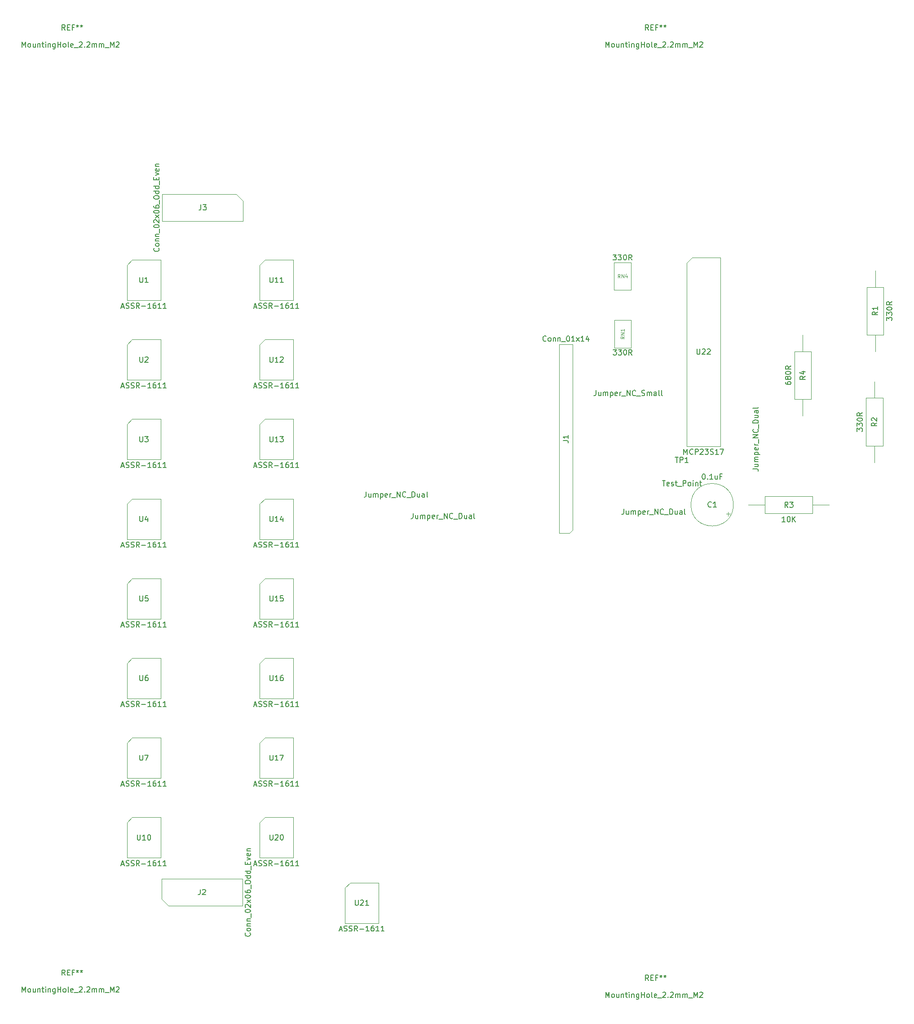
<source format=gbr>
%TF.GenerationSoftware,KiCad,Pcbnew,(5.1.9-0-10_14)*%
%TF.CreationDate,2021-02-22T09:57:15+00:00*%
%TF.ProjectId,Solar_Multiplexer,536f6c61-725f-44d7-956c-7469706c6578,rev?*%
%TF.SameCoordinates,Original*%
%TF.FileFunction,Other,Fab,Top*%
%FSLAX46Y46*%
G04 Gerber Fmt 4.6, Leading zero omitted, Abs format (unit mm)*
G04 Created by KiCad (PCBNEW (5.1.9-0-10_14)) date 2021-02-22 09:57:15*
%MOMM*%
%LPD*%
G01*
G04 APERTURE LIST*
%ADD10C,0.100000*%
%ADD11C,0.150000*%
%ADD12C,0.105000*%
G04 APERTURE END LIST*
D10*
%TO.C,U10*%
X-299365000Y-224730000D02*
X-298365000Y-223730000D01*
X-299365000Y-231350000D02*
X-299365000Y-224730000D01*
X-293015000Y-231350000D02*
X-299365000Y-231350000D01*
X-293015000Y-223730000D02*
X-293015000Y-231350000D01*
X-298365000Y-223730000D02*
X-293015000Y-223730000D01*
%TO.C,U22*%
X-193855000Y-119280000D02*
X-192855000Y-118280000D01*
X-193855000Y-153840000D02*
X-193855000Y-119280000D01*
X-187505000Y-153840000D02*
X-193855000Y-153840000D01*
X-187505000Y-118280000D02*
X-187505000Y-153840000D01*
X-192855000Y-118280000D02*
X-187505000Y-118280000D01*
%TO.C,U21*%
X-258275000Y-237030000D02*
X-257275000Y-236030000D01*
X-258275000Y-243650000D02*
X-258275000Y-237030000D01*
X-251925000Y-243650000D02*
X-258275000Y-243650000D01*
X-251925000Y-236030000D02*
X-251925000Y-243650000D01*
X-257275000Y-236030000D02*
X-251925000Y-236030000D01*
%TO.C,U20*%
X-274365000Y-224730000D02*
X-273365000Y-223730000D01*
X-274365000Y-231350000D02*
X-274365000Y-224730000D01*
X-268015000Y-231350000D02*
X-274365000Y-231350000D01*
X-268015000Y-223730000D02*
X-268015000Y-231350000D01*
X-273365000Y-223730000D02*
X-268015000Y-223730000D01*
%TO.C,U17*%
X-274365000Y-209730000D02*
X-273365000Y-208730000D01*
X-274365000Y-216350000D02*
X-274365000Y-209730000D01*
X-268015000Y-216350000D02*
X-274365000Y-216350000D01*
X-268015000Y-208730000D02*
X-268015000Y-216350000D01*
X-273365000Y-208730000D02*
X-268015000Y-208730000D01*
%TO.C,U16*%
X-274365000Y-194730000D02*
X-273365000Y-193730000D01*
X-274365000Y-201350000D02*
X-274365000Y-194730000D01*
X-268015000Y-201350000D02*
X-274365000Y-201350000D01*
X-268015000Y-193730000D02*
X-268015000Y-201350000D01*
X-273365000Y-193730000D02*
X-268015000Y-193730000D01*
%TO.C,U15*%
X-274365000Y-179730000D02*
X-273365000Y-178730000D01*
X-274365000Y-186350000D02*
X-274365000Y-179730000D01*
X-268015000Y-186350000D02*
X-274365000Y-186350000D01*
X-268015000Y-178730000D02*
X-268015000Y-186350000D01*
X-273365000Y-178730000D02*
X-268015000Y-178730000D01*
%TO.C,U14*%
X-274365000Y-164730000D02*
X-273365000Y-163730000D01*
X-274365000Y-171350000D02*
X-274365000Y-164730000D01*
X-268015000Y-171350000D02*
X-274365000Y-171350000D01*
X-268015000Y-163730000D02*
X-268015000Y-171350000D01*
X-273365000Y-163730000D02*
X-268015000Y-163730000D01*
%TO.C,U13*%
X-274365000Y-149730000D02*
X-273365000Y-148730000D01*
X-274365000Y-156350000D02*
X-274365000Y-149730000D01*
X-268015000Y-156350000D02*
X-274365000Y-156350000D01*
X-268015000Y-148730000D02*
X-268015000Y-156350000D01*
X-273365000Y-148730000D02*
X-268015000Y-148730000D01*
%TO.C,U12*%
X-274365000Y-134730000D02*
X-273365000Y-133730000D01*
X-274365000Y-141350000D02*
X-274365000Y-134730000D01*
X-268015000Y-141350000D02*
X-274365000Y-141350000D01*
X-268015000Y-133730000D02*
X-268015000Y-141350000D01*
X-273365000Y-133730000D02*
X-268015000Y-133730000D01*
%TO.C,U11*%
X-274365000Y-119730000D02*
X-273365000Y-118730000D01*
X-274365000Y-126350000D02*
X-274365000Y-119730000D01*
X-268015000Y-126350000D02*
X-274365000Y-126350000D01*
X-268015000Y-118730000D02*
X-268015000Y-126350000D01*
X-273365000Y-118730000D02*
X-268015000Y-118730000D01*
%TO.C,U7*%
X-299365000Y-209730000D02*
X-298365000Y-208730000D01*
X-299365000Y-216350000D02*
X-299365000Y-209730000D01*
X-293015000Y-216350000D02*
X-299365000Y-216350000D01*
X-293015000Y-208730000D02*
X-293015000Y-216350000D01*
X-298365000Y-208730000D02*
X-293015000Y-208730000D01*
%TO.C,U6*%
X-299365000Y-194730000D02*
X-298365000Y-193730000D01*
X-299365000Y-201350000D02*
X-299365000Y-194730000D01*
X-293015000Y-201350000D02*
X-299365000Y-201350000D01*
X-293015000Y-193730000D02*
X-293015000Y-201350000D01*
X-298365000Y-193730000D02*
X-293015000Y-193730000D01*
%TO.C,U5*%
X-299365000Y-179730000D02*
X-298365000Y-178730000D01*
X-299365000Y-186350000D02*
X-299365000Y-179730000D01*
X-293015000Y-186350000D02*
X-299365000Y-186350000D01*
X-293015000Y-178730000D02*
X-293015000Y-186350000D01*
X-298365000Y-178730000D02*
X-293015000Y-178730000D01*
%TO.C,U4*%
X-299365000Y-164730000D02*
X-298365000Y-163730000D01*
X-299365000Y-171350000D02*
X-299365000Y-164730000D01*
X-293015000Y-171350000D02*
X-299365000Y-171350000D01*
X-293015000Y-163730000D02*
X-293015000Y-171350000D01*
X-298365000Y-163730000D02*
X-293015000Y-163730000D01*
%TO.C,U3*%
X-299365000Y-149730000D02*
X-298365000Y-148730000D01*
X-299365000Y-156350000D02*
X-299365000Y-149730000D01*
X-293015000Y-156350000D02*
X-299365000Y-156350000D01*
X-293015000Y-148730000D02*
X-293015000Y-156350000D01*
X-298365000Y-148730000D02*
X-293015000Y-148730000D01*
%TO.C,U2*%
X-299365000Y-134730000D02*
X-298365000Y-133730000D01*
X-299365000Y-141350000D02*
X-299365000Y-134730000D01*
X-293015000Y-141350000D02*
X-299365000Y-141350000D01*
X-293015000Y-133730000D02*
X-293015000Y-141350000D01*
X-298365000Y-133730000D02*
X-293015000Y-133730000D01*
%TO.C,U1*%
X-299365000Y-119730000D02*
X-298365000Y-118730000D01*
X-299365000Y-126350000D02*
X-299365000Y-119730000D01*
X-293015000Y-126350000D02*
X-299365000Y-126350000D01*
X-293015000Y-118730000D02*
X-293015000Y-126350000D01*
X-298365000Y-118730000D02*
X-293015000Y-118730000D01*
%TO.C,RN4*%
X-207550000Y-124400000D02*
X-204350000Y-124400000D01*
X-207550000Y-119200000D02*
X-207550000Y-124400000D01*
X-204350000Y-119200000D02*
X-207550000Y-119200000D01*
X-204350000Y-124400000D02*
X-204350000Y-119200000D01*
%TO.C,RN1*%
X-204310000Y-130080000D02*
X-207510000Y-130080000D01*
X-204310000Y-135280000D02*
X-204310000Y-130080000D01*
X-207510000Y-135280000D02*
X-204310000Y-135280000D01*
X-207510000Y-130080000D02*
X-207510000Y-135280000D01*
%TO.C,R4*%
X-171958000Y-148082000D02*
X-171958000Y-144962000D01*
X-171958000Y-132842000D02*
X-171958000Y-135962000D01*
X-170358000Y-144962000D02*
X-170358000Y-135962000D01*
X-173558000Y-144962000D02*
X-170358000Y-144962000D01*
X-173558000Y-135962000D02*
X-173558000Y-144962000D01*
X-170358000Y-135962000D02*
X-173558000Y-135962000D01*
%TO.C,R3*%
X-166980000Y-164890000D02*
X-170100000Y-164890000D01*
X-182220000Y-164890000D02*
X-179100000Y-164890000D01*
X-170100000Y-163290000D02*
X-179100000Y-163290000D01*
X-170100000Y-166490000D02*
X-170100000Y-163290000D01*
X-179100000Y-166490000D02*
X-170100000Y-166490000D01*
X-179100000Y-163290000D02*
X-179100000Y-166490000D01*
%TO.C,R2*%
X-158460000Y-156870000D02*
X-158460000Y-153750000D01*
X-158460000Y-141630000D02*
X-158460000Y-144750000D01*
X-156860000Y-153750000D02*
X-156860000Y-144750000D01*
X-160060000Y-153750000D02*
X-156860000Y-153750000D01*
X-160060000Y-144750000D02*
X-160060000Y-153750000D01*
X-156860000Y-144750000D02*
X-160060000Y-144750000D01*
%TO.C,R1*%
X-158320000Y-120730000D02*
X-158320000Y-123850000D01*
X-158320000Y-135970000D02*
X-158320000Y-132850000D01*
X-159920000Y-123850000D02*
X-159920000Y-132850000D01*
X-156720000Y-123850000D02*
X-159920000Y-123850000D01*
X-156720000Y-132850000D02*
X-156720000Y-123850000D01*
X-159920000Y-132850000D02*
X-156720000Y-132850000D01*
%TO.C,J3*%
X-278730000Y-106340000D02*
X-277460000Y-107610000D01*
X-292700000Y-106340000D02*
X-278730000Y-106340000D01*
X-292700000Y-111420000D02*
X-292700000Y-106340000D01*
X-277460000Y-111420000D02*
X-292700000Y-111420000D01*
X-277460000Y-107610000D02*
X-277460000Y-111420000D01*
%TO.C,J2*%
X-291570000Y-240390000D02*
X-292840000Y-239120000D01*
X-277600000Y-240390000D02*
X-291570000Y-240390000D01*
X-277600000Y-235310000D02*
X-277600000Y-240390000D01*
X-292840000Y-235310000D02*
X-277600000Y-235310000D01*
X-292840000Y-239120000D02*
X-292840000Y-235310000D01*
%TO.C,J1*%
X-215340000Y-169585000D02*
X-215975000Y-170220000D01*
X-215340000Y-134660000D02*
X-215340000Y-169585000D01*
X-217880000Y-134660000D02*
X-215340000Y-134660000D01*
X-217880000Y-170220000D02*
X-217880000Y-134660000D01*
X-215975000Y-170220000D02*
X-217880000Y-170220000D01*
%TO.C,C1*%
X-186023241Y-166997500D02*
X-186023241Y-166197500D01*
X-185623241Y-166597500D02*
X-186423241Y-166597500D01*
X-185050000Y-164850000D02*
G75*
G03*
X-185050000Y-164850000I-4000000J0D01*
G01*
%TD*%
%TO.C,REF\u002A\u002A*%
D11*
X-319119047Y-256652380D02*
X-319119047Y-255652380D01*
X-318785714Y-256366666D01*
X-318452380Y-255652380D01*
X-318452380Y-256652380D01*
X-317833333Y-256652380D02*
X-317928571Y-256604761D01*
X-317976190Y-256557142D01*
X-318023809Y-256461904D01*
X-318023809Y-256176190D01*
X-317976190Y-256080952D01*
X-317928571Y-256033333D01*
X-317833333Y-255985714D01*
X-317690476Y-255985714D01*
X-317595238Y-256033333D01*
X-317547619Y-256080952D01*
X-317500000Y-256176190D01*
X-317500000Y-256461904D01*
X-317547619Y-256557142D01*
X-317595238Y-256604761D01*
X-317690476Y-256652380D01*
X-317833333Y-256652380D01*
X-316642857Y-255985714D02*
X-316642857Y-256652380D01*
X-317071428Y-255985714D02*
X-317071428Y-256509523D01*
X-317023809Y-256604761D01*
X-316928571Y-256652380D01*
X-316785714Y-256652380D01*
X-316690476Y-256604761D01*
X-316642857Y-256557142D01*
X-316166666Y-255985714D02*
X-316166666Y-256652380D01*
X-316166666Y-256080952D02*
X-316119047Y-256033333D01*
X-316023809Y-255985714D01*
X-315880952Y-255985714D01*
X-315785714Y-256033333D01*
X-315738095Y-256128571D01*
X-315738095Y-256652380D01*
X-315404761Y-255985714D02*
X-315023809Y-255985714D01*
X-315261904Y-255652380D02*
X-315261904Y-256509523D01*
X-315214285Y-256604761D01*
X-315119047Y-256652380D01*
X-315023809Y-256652380D01*
X-314690476Y-256652380D02*
X-314690476Y-255985714D01*
X-314690476Y-255652380D02*
X-314738095Y-255700000D01*
X-314690476Y-255747619D01*
X-314642857Y-255700000D01*
X-314690476Y-255652380D01*
X-314690476Y-255747619D01*
X-314214285Y-255985714D02*
X-314214285Y-256652380D01*
X-314214285Y-256080952D02*
X-314166666Y-256033333D01*
X-314071428Y-255985714D01*
X-313928571Y-255985714D01*
X-313833333Y-256033333D01*
X-313785714Y-256128571D01*
X-313785714Y-256652380D01*
X-312880952Y-255985714D02*
X-312880952Y-256795238D01*
X-312928571Y-256890476D01*
X-312976190Y-256938095D01*
X-313071428Y-256985714D01*
X-313214285Y-256985714D01*
X-313309523Y-256938095D01*
X-312880952Y-256604761D02*
X-312976190Y-256652380D01*
X-313166666Y-256652380D01*
X-313261904Y-256604761D01*
X-313309523Y-256557142D01*
X-313357142Y-256461904D01*
X-313357142Y-256176190D01*
X-313309523Y-256080952D01*
X-313261904Y-256033333D01*
X-313166666Y-255985714D01*
X-312976190Y-255985714D01*
X-312880952Y-256033333D01*
X-312404761Y-256652380D02*
X-312404761Y-255652380D01*
X-312404761Y-256128571D02*
X-311833333Y-256128571D01*
X-311833333Y-256652380D02*
X-311833333Y-255652380D01*
X-311214285Y-256652380D02*
X-311309523Y-256604761D01*
X-311357142Y-256557142D01*
X-311404761Y-256461904D01*
X-311404761Y-256176190D01*
X-311357142Y-256080952D01*
X-311309523Y-256033333D01*
X-311214285Y-255985714D01*
X-311071428Y-255985714D01*
X-310976190Y-256033333D01*
X-310928571Y-256080952D01*
X-310880952Y-256176190D01*
X-310880952Y-256461904D01*
X-310928571Y-256557142D01*
X-310976190Y-256604761D01*
X-311071428Y-256652380D01*
X-311214285Y-256652380D01*
X-310309523Y-256652380D02*
X-310404761Y-256604761D01*
X-310452380Y-256509523D01*
X-310452380Y-255652380D01*
X-309547619Y-256604761D02*
X-309642857Y-256652380D01*
X-309833333Y-256652380D01*
X-309928571Y-256604761D01*
X-309976190Y-256509523D01*
X-309976190Y-256128571D01*
X-309928571Y-256033333D01*
X-309833333Y-255985714D01*
X-309642857Y-255985714D01*
X-309547619Y-256033333D01*
X-309500000Y-256128571D01*
X-309500000Y-256223809D01*
X-309976190Y-256319047D01*
X-309309523Y-256747619D02*
X-308547619Y-256747619D01*
X-308357142Y-255747619D02*
X-308309523Y-255700000D01*
X-308214285Y-255652380D01*
X-307976190Y-255652380D01*
X-307880952Y-255700000D01*
X-307833333Y-255747619D01*
X-307785714Y-255842857D01*
X-307785714Y-255938095D01*
X-307833333Y-256080952D01*
X-308404761Y-256652380D01*
X-307785714Y-256652380D01*
X-307357142Y-256557142D02*
X-307309523Y-256604761D01*
X-307357142Y-256652380D01*
X-307404761Y-256604761D01*
X-307357142Y-256557142D01*
X-307357142Y-256652380D01*
X-306928571Y-255747619D02*
X-306880952Y-255700000D01*
X-306785714Y-255652380D01*
X-306547619Y-255652380D01*
X-306452380Y-255700000D01*
X-306404761Y-255747619D01*
X-306357142Y-255842857D01*
X-306357142Y-255938095D01*
X-306404761Y-256080952D01*
X-306976190Y-256652380D01*
X-306357142Y-256652380D01*
X-305928571Y-256652380D02*
X-305928571Y-255985714D01*
X-305928571Y-256080952D02*
X-305880952Y-256033333D01*
X-305785714Y-255985714D01*
X-305642857Y-255985714D01*
X-305547619Y-256033333D01*
X-305500000Y-256128571D01*
X-305500000Y-256652380D01*
X-305500000Y-256128571D02*
X-305452380Y-256033333D01*
X-305357142Y-255985714D01*
X-305214285Y-255985714D01*
X-305119047Y-256033333D01*
X-305071428Y-256128571D01*
X-305071428Y-256652380D01*
X-304595238Y-256652380D02*
X-304595238Y-255985714D01*
X-304595238Y-256080952D02*
X-304547619Y-256033333D01*
X-304452380Y-255985714D01*
X-304309523Y-255985714D01*
X-304214285Y-256033333D01*
X-304166666Y-256128571D01*
X-304166666Y-256652380D01*
X-304166666Y-256128571D02*
X-304119047Y-256033333D01*
X-304023809Y-255985714D01*
X-303880952Y-255985714D01*
X-303785714Y-256033333D01*
X-303738095Y-256128571D01*
X-303738095Y-256652380D01*
X-303500000Y-256747619D02*
X-302738095Y-256747619D01*
X-302500000Y-256652380D02*
X-302500000Y-255652380D01*
X-302166666Y-256366666D01*
X-301833333Y-255652380D01*
X-301833333Y-256652380D01*
X-301404761Y-255747619D02*
X-301357142Y-255700000D01*
X-301261904Y-255652380D01*
X-301023809Y-255652380D01*
X-300928571Y-255700000D01*
X-300880952Y-255747619D01*
X-300833333Y-255842857D01*
X-300833333Y-255938095D01*
X-300880952Y-256080952D01*
X-301452380Y-256652380D01*
X-300833333Y-256652380D01*
X-311033333Y-253452380D02*
X-311366666Y-252976190D01*
X-311604761Y-253452380D02*
X-311604761Y-252452380D01*
X-311223809Y-252452380D01*
X-311128571Y-252500000D01*
X-311080952Y-252547619D01*
X-311033333Y-252642857D01*
X-311033333Y-252785714D01*
X-311080952Y-252880952D01*
X-311128571Y-252928571D01*
X-311223809Y-252976190D01*
X-311604761Y-252976190D01*
X-310604761Y-252928571D02*
X-310271428Y-252928571D01*
X-310128571Y-253452380D02*
X-310604761Y-253452380D01*
X-310604761Y-252452380D01*
X-310128571Y-252452380D01*
X-309366666Y-252928571D02*
X-309700000Y-252928571D01*
X-309700000Y-253452380D02*
X-309700000Y-252452380D01*
X-309223809Y-252452380D01*
X-308700000Y-252452380D02*
X-308700000Y-252690476D01*
X-308938095Y-252595238D02*
X-308700000Y-252690476D01*
X-308461904Y-252595238D01*
X-308842857Y-252880952D02*
X-308700000Y-252690476D01*
X-308557142Y-252880952D01*
X-307938095Y-252452380D02*
X-307938095Y-252690476D01*
X-308176190Y-252595238D02*
X-307938095Y-252690476D01*
X-307700000Y-252595238D01*
X-308080952Y-252880952D02*
X-307938095Y-252690476D01*
X-307795238Y-252880952D01*
X-209119047Y-257652380D02*
X-209119047Y-256652380D01*
X-208785714Y-257366666D01*
X-208452380Y-256652380D01*
X-208452380Y-257652380D01*
X-207833333Y-257652380D02*
X-207928571Y-257604761D01*
X-207976190Y-257557142D01*
X-208023809Y-257461904D01*
X-208023809Y-257176190D01*
X-207976190Y-257080952D01*
X-207928571Y-257033333D01*
X-207833333Y-256985714D01*
X-207690476Y-256985714D01*
X-207595238Y-257033333D01*
X-207547619Y-257080952D01*
X-207500000Y-257176190D01*
X-207500000Y-257461904D01*
X-207547619Y-257557142D01*
X-207595238Y-257604761D01*
X-207690476Y-257652380D01*
X-207833333Y-257652380D01*
X-206642857Y-256985714D02*
X-206642857Y-257652380D01*
X-207071428Y-256985714D02*
X-207071428Y-257509523D01*
X-207023809Y-257604761D01*
X-206928571Y-257652380D01*
X-206785714Y-257652380D01*
X-206690476Y-257604761D01*
X-206642857Y-257557142D01*
X-206166666Y-256985714D02*
X-206166666Y-257652380D01*
X-206166666Y-257080952D02*
X-206119047Y-257033333D01*
X-206023809Y-256985714D01*
X-205880952Y-256985714D01*
X-205785714Y-257033333D01*
X-205738095Y-257128571D01*
X-205738095Y-257652380D01*
X-205404761Y-256985714D02*
X-205023809Y-256985714D01*
X-205261904Y-256652380D02*
X-205261904Y-257509523D01*
X-205214285Y-257604761D01*
X-205119047Y-257652380D01*
X-205023809Y-257652380D01*
X-204690476Y-257652380D02*
X-204690476Y-256985714D01*
X-204690476Y-256652380D02*
X-204738095Y-256700000D01*
X-204690476Y-256747619D01*
X-204642857Y-256700000D01*
X-204690476Y-256652380D01*
X-204690476Y-256747619D01*
X-204214285Y-256985714D02*
X-204214285Y-257652380D01*
X-204214285Y-257080952D02*
X-204166666Y-257033333D01*
X-204071428Y-256985714D01*
X-203928571Y-256985714D01*
X-203833333Y-257033333D01*
X-203785714Y-257128571D01*
X-203785714Y-257652380D01*
X-202880952Y-256985714D02*
X-202880952Y-257795238D01*
X-202928571Y-257890476D01*
X-202976190Y-257938095D01*
X-203071428Y-257985714D01*
X-203214285Y-257985714D01*
X-203309523Y-257938095D01*
X-202880952Y-257604761D02*
X-202976190Y-257652380D01*
X-203166666Y-257652380D01*
X-203261904Y-257604761D01*
X-203309523Y-257557142D01*
X-203357142Y-257461904D01*
X-203357142Y-257176190D01*
X-203309523Y-257080952D01*
X-203261904Y-257033333D01*
X-203166666Y-256985714D01*
X-202976190Y-256985714D01*
X-202880952Y-257033333D01*
X-202404761Y-257652380D02*
X-202404761Y-256652380D01*
X-202404761Y-257128571D02*
X-201833333Y-257128571D01*
X-201833333Y-257652380D02*
X-201833333Y-256652380D01*
X-201214285Y-257652380D02*
X-201309523Y-257604761D01*
X-201357142Y-257557142D01*
X-201404761Y-257461904D01*
X-201404761Y-257176190D01*
X-201357142Y-257080952D01*
X-201309523Y-257033333D01*
X-201214285Y-256985714D01*
X-201071428Y-256985714D01*
X-200976190Y-257033333D01*
X-200928571Y-257080952D01*
X-200880952Y-257176190D01*
X-200880952Y-257461904D01*
X-200928571Y-257557142D01*
X-200976190Y-257604761D01*
X-201071428Y-257652380D01*
X-201214285Y-257652380D01*
X-200309523Y-257652380D02*
X-200404761Y-257604761D01*
X-200452380Y-257509523D01*
X-200452380Y-256652380D01*
X-199547619Y-257604761D02*
X-199642857Y-257652380D01*
X-199833333Y-257652380D01*
X-199928571Y-257604761D01*
X-199976190Y-257509523D01*
X-199976190Y-257128571D01*
X-199928571Y-257033333D01*
X-199833333Y-256985714D01*
X-199642857Y-256985714D01*
X-199547619Y-257033333D01*
X-199500000Y-257128571D01*
X-199500000Y-257223809D01*
X-199976190Y-257319047D01*
X-199309523Y-257747619D02*
X-198547619Y-257747619D01*
X-198357142Y-256747619D02*
X-198309523Y-256700000D01*
X-198214285Y-256652380D01*
X-197976190Y-256652380D01*
X-197880952Y-256700000D01*
X-197833333Y-256747619D01*
X-197785714Y-256842857D01*
X-197785714Y-256938095D01*
X-197833333Y-257080952D01*
X-198404761Y-257652380D01*
X-197785714Y-257652380D01*
X-197357142Y-257557142D02*
X-197309523Y-257604761D01*
X-197357142Y-257652380D01*
X-197404761Y-257604761D01*
X-197357142Y-257557142D01*
X-197357142Y-257652380D01*
X-196928571Y-256747619D02*
X-196880952Y-256700000D01*
X-196785714Y-256652380D01*
X-196547619Y-256652380D01*
X-196452380Y-256700000D01*
X-196404761Y-256747619D01*
X-196357142Y-256842857D01*
X-196357142Y-256938095D01*
X-196404761Y-257080952D01*
X-196976190Y-257652380D01*
X-196357142Y-257652380D01*
X-195928571Y-257652380D02*
X-195928571Y-256985714D01*
X-195928571Y-257080952D02*
X-195880952Y-257033333D01*
X-195785714Y-256985714D01*
X-195642857Y-256985714D01*
X-195547619Y-257033333D01*
X-195500000Y-257128571D01*
X-195500000Y-257652380D01*
X-195500000Y-257128571D02*
X-195452380Y-257033333D01*
X-195357142Y-256985714D01*
X-195214285Y-256985714D01*
X-195119047Y-257033333D01*
X-195071428Y-257128571D01*
X-195071428Y-257652380D01*
X-194595238Y-257652380D02*
X-194595238Y-256985714D01*
X-194595238Y-257080952D02*
X-194547619Y-257033333D01*
X-194452380Y-256985714D01*
X-194309523Y-256985714D01*
X-194214285Y-257033333D01*
X-194166666Y-257128571D01*
X-194166666Y-257652380D01*
X-194166666Y-257128571D02*
X-194119047Y-257033333D01*
X-194023809Y-256985714D01*
X-193880952Y-256985714D01*
X-193785714Y-257033333D01*
X-193738095Y-257128571D01*
X-193738095Y-257652380D01*
X-193500000Y-257747619D02*
X-192738095Y-257747619D01*
X-192500000Y-257652380D02*
X-192500000Y-256652380D01*
X-192166666Y-257366666D01*
X-191833333Y-256652380D01*
X-191833333Y-257652380D01*
X-191404761Y-256747619D02*
X-191357142Y-256700000D01*
X-191261904Y-256652380D01*
X-191023809Y-256652380D01*
X-190928571Y-256700000D01*
X-190880952Y-256747619D01*
X-190833333Y-256842857D01*
X-190833333Y-256938095D01*
X-190880952Y-257080952D01*
X-191452380Y-257652380D01*
X-190833333Y-257652380D01*
X-201033333Y-254452380D02*
X-201366666Y-253976190D01*
X-201604761Y-254452380D02*
X-201604761Y-253452380D01*
X-201223809Y-253452380D01*
X-201128571Y-253500000D01*
X-201080952Y-253547619D01*
X-201033333Y-253642857D01*
X-201033333Y-253785714D01*
X-201080952Y-253880952D01*
X-201128571Y-253928571D01*
X-201223809Y-253976190D01*
X-201604761Y-253976190D01*
X-200604761Y-253928571D02*
X-200271428Y-253928571D01*
X-200128571Y-254452380D02*
X-200604761Y-254452380D01*
X-200604761Y-253452380D01*
X-200128571Y-253452380D01*
X-199366666Y-253928571D02*
X-199700000Y-253928571D01*
X-199700000Y-254452380D02*
X-199700000Y-253452380D01*
X-199223809Y-253452380D01*
X-198700000Y-253452380D02*
X-198700000Y-253690476D01*
X-198938095Y-253595238D02*
X-198700000Y-253690476D01*
X-198461904Y-253595238D01*
X-198842857Y-253880952D02*
X-198700000Y-253690476D01*
X-198557142Y-253880952D01*
X-197938095Y-253452380D02*
X-197938095Y-253690476D01*
X-198176190Y-253595238D02*
X-197938095Y-253690476D01*
X-197700000Y-253595238D01*
X-198080952Y-253880952D02*
X-197938095Y-253690476D01*
X-197795238Y-253880952D01*
X-209119047Y-78652380D02*
X-209119047Y-77652380D01*
X-208785714Y-78366666D01*
X-208452380Y-77652380D01*
X-208452380Y-78652380D01*
X-207833333Y-78652380D02*
X-207928571Y-78604761D01*
X-207976190Y-78557142D01*
X-208023809Y-78461904D01*
X-208023809Y-78176190D01*
X-207976190Y-78080952D01*
X-207928571Y-78033333D01*
X-207833333Y-77985714D01*
X-207690476Y-77985714D01*
X-207595238Y-78033333D01*
X-207547619Y-78080952D01*
X-207500000Y-78176190D01*
X-207500000Y-78461904D01*
X-207547619Y-78557142D01*
X-207595238Y-78604761D01*
X-207690476Y-78652380D01*
X-207833333Y-78652380D01*
X-206642857Y-77985714D02*
X-206642857Y-78652380D01*
X-207071428Y-77985714D02*
X-207071428Y-78509523D01*
X-207023809Y-78604761D01*
X-206928571Y-78652380D01*
X-206785714Y-78652380D01*
X-206690476Y-78604761D01*
X-206642857Y-78557142D01*
X-206166666Y-77985714D02*
X-206166666Y-78652380D01*
X-206166666Y-78080952D02*
X-206119047Y-78033333D01*
X-206023809Y-77985714D01*
X-205880952Y-77985714D01*
X-205785714Y-78033333D01*
X-205738095Y-78128571D01*
X-205738095Y-78652380D01*
X-205404761Y-77985714D02*
X-205023809Y-77985714D01*
X-205261904Y-77652380D02*
X-205261904Y-78509523D01*
X-205214285Y-78604761D01*
X-205119047Y-78652380D01*
X-205023809Y-78652380D01*
X-204690476Y-78652380D02*
X-204690476Y-77985714D01*
X-204690476Y-77652380D02*
X-204738095Y-77700000D01*
X-204690476Y-77747619D01*
X-204642857Y-77700000D01*
X-204690476Y-77652380D01*
X-204690476Y-77747619D01*
X-204214285Y-77985714D02*
X-204214285Y-78652380D01*
X-204214285Y-78080952D02*
X-204166666Y-78033333D01*
X-204071428Y-77985714D01*
X-203928571Y-77985714D01*
X-203833333Y-78033333D01*
X-203785714Y-78128571D01*
X-203785714Y-78652380D01*
X-202880952Y-77985714D02*
X-202880952Y-78795238D01*
X-202928571Y-78890476D01*
X-202976190Y-78938095D01*
X-203071428Y-78985714D01*
X-203214285Y-78985714D01*
X-203309523Y-78938095D01*
X-202880952Y-78604761D02*
X-202976190Y-78652380D01*
X-203166666Y-78652380D01*
X-203261904Y-78604761D01*
X-203309523Y-78557142D01*
X-203357142Y-78461904D01*
X-203357142Y-78176190D01*
X-203309523Y-78080952D01*
X-203261904Y-78033333D01*
X-203166666Y-77985714D01*
X-202976190Y-77985714D01*
X-202880952Y-78033333D01*
X-202404761Y-78652380D02*
X-202404761Y-77652380D01*
X-202404761Y-78128571D02*
X-201833333Y-78128571D01*
X-201833333Y-78652380D02*
X-201833333Y-77652380D01*
X-201214285Y-78652380D02*
X-201309523Y-78604761D01*
X-201357142Y-78557142D01*
X-201404761Y-78461904D01*
X-201404761Y-78176190D01*
X-201357142Y-78080952D01*
X-201309523Y-78033333D01*
X-201214285Y-77985714D01*
X-201071428Y-77985714D01*
X-200976190Y-78033333D01*
X-200928571Y-78080952D01*
X-200880952Y-78176190D01*
X-200880952Y-78461904D01*
X-200928571Y-78557142D01*
X-200976190Y-78604761D01*
X-201071428Y-78652380D01*
X-201214285Y-78652380D01*
X-200309523Y-78652380D02*
X-200404761Y-78604761D01*
X-200452380Y-78509523D01*
X-200452380Y-77652380D01*
X-199547619Y-78604761D02*
X-199642857Y-78652380D01*
X-199833333Y-78652380D01*
X-199928571Y-78604761D01*
X-199976190Y-78509523D01*
X-199976190Y-78128571D01*
X-199928571Y-78033333D01*
X-199833333Y-77985714D01*
X-199642857Y-77985714D01*
X-199547619Y-78033333D01*
X-199500000Y-78128571D01*
X-199500000Y-78223809D01*
X-199976190Y-78319047D01*
X-199309523Y-78747619D02*
X-198547619Y-78747619D01*
X-198357142Y-77747619D02*
X-198309523Y-77700000D01*
X-198214285Y-77652380D01*
X-197976190Y-77652380D01*
X-197880952Y-77700000D01*
X-197833333Y-77747619D01*
X-197785714Y-77842857D01*
X-197785714Y-77938095D01*
X-197833333Y-78080952D01*
X-198404761Y-78652380D01*
X-197785714Y-78652380D01*
X-197357142Y-78557142D02*
X-197309523Y-78604761D01*
X-197357142Y-78652380D01*
X-197404761Y-78604761D01*
X-197357142Y-78557142D01*
X-197357142Y-78652380D01*
X-196928571Y-77747619D02*
X-196880952Y-77700000D01*
X-196785714Y-77652380D01*
X-196547619Y-77652380D01*
X-196452380Y-77700000D01*
X-196404761Y-77747619D01*
X-196357142Y-77842857D01*
X-196357142Y-77938095D01*
X-196404761Y-78080952D01*
X-196976190Y-78652380D01*
X-196357142Y-78652380D01*
X-195928571Y-78652380D02*
X-195928571Y-77985714D01*
X-195928571Y-78080952D02*
X-195880952Y-78033333D01*
X-195785714Y-77985714D01*
X-195642857Y-77985714D01*
X-195547619Y-78033333D01*
X-195500000Y-78128571D01*
X-195500000Y-78652380D01*
X-195500000Y-78128571D02*
X-195452380Y-78033333D01*
X-195357142Y-77985714D01*
X-195214285Y-77985714D01*
X-195119047Y-78033333D01*
X-195071428Y-78128571D01*
X-195071428Y-78652380D01*
X-194595238Y-78652380D02*
X-194595238Y-77985714D01*
X-194595238Y-78080952D02*
X-194547619Y-78033333D01*
X-194452380Y-77985714D01*
X-194309523Y-77985714D01*
X-194214285Y-78033333D01*
X-194166666Y-78128571D01*
X-194166666Y-78652380D01*
X-194166666Y-78128571D02*
X-194119047Y-78033333D01*
X-194023809Y-77985714D01*
X-193880952Y-77985714D01*
X-193785714Y-78033333D01*
X-193738095Y-78128571D01*
X-193738095Y-78652380D01*
X-193500000Y-78747619D02*
X-192738095Y-78747619D01*
X-192500000Y-78652380D02*
X-192500000Y-77652380D01*
X-192166666Y-78366666D01*
X-191833333Y-77652380D01*
X-191833333Y-78652380D01*
X-191404761Y-77747619D02*
X-191357142Y-77700000D01*
X-191261904Y-77652380D01*
X-191023809Y-77652380D01*
X-190928571Y-77700000D01*
X-190880952Y-77747619D01*
X-190833333Y-77842857D01*
X-190833333Y-77938095D01*
X-190880952Y-78080952D01*
X-191452380Y-78652380D01*
X-190833333Y-78652380D01*
X-201033333Y-75452380D02*
X-201366666Y-74976190D01*
X-201604761Y-75452380D02*
X-201604761Y-74452380D01*
X-201223809Y-74452380D01*
X-201128571Y-74500000D01*
X-201080952Y-74547619D01*
X-201033333Y-74642857D01*
X-201033333Y-74785714D01*
X-201080952Y-74880952D01*
X-201128571Y-74928571D01*
X-201223809Y-74976190D01*
X-201604761Y-74976190D01*
X-200604761Y-74928571D02*
X-200271428Y-74928571D01*
X-200128571Y-75452380D02*
X-200604761Y-75452380D01*
X-200604761Y-74452380D01*
X-200128571Y-74452380D01*
X-199366666Y-74928571D02*
X-199700000Y-74928571D01*
X-199700000Y-75452380D02*
X-199700000Y-74452380D01*
X-199223809Y-74452380D01*
X-198700000Y-74452380D02*
X-198700000Y-74690476D01*
X-198938095Y-74595238D02*
X-198700000Y-74690476D01*
X-198461904Y-74595238D01*
X-198842857Y-74880952D02*
X-198700000Y-74690476D01*
X-198557142Y-74880952D01*
X-197938095Y-74452380D02*
X-197938095Y-74690476D01*
X-198176190Y-74595238D02*
X-197938095Y-74690476D01*
X-197700000Y-74595238D01*
X-198080952Y-74880952D02*
X-197938095Y-74690476D01*
X-197795238Y-74880952D01*
X-319119047Y-78652380D02*
X-319119047Y-77652380D01*
X-318785714Y-78366666D01*
X-318452380Y-77652380D01*
X-318452380Y-78652380D01*
X-317833333Y-78652380D02*
X-317928571Y-78604761D01*
X-317976190Y-78557142D01*
X-318023809Y-78461904D01*
X-318023809Y-78176190D01*
X-317976190Y-78080952D01*
X-317928571Y-78033333D01*
X-317833333Y-77985714D01*
X-317690476Y-77985714D01*
X-317595238Y-78033333D01*
X-317547619Y-78080952D01*
X-317500000Y-78176190D01*
X-317500000Y-78461904D01*
X-317547619Y-78557142D01*
X-317595238Y-78604761D01*
X-317690476Y-78652380D01*
X-317833333Y-78652380D01*
X-316642857Y-77985714D02*
X-316642857Y-78652380D01*
X-317071428Y-77985714D02*
X-317071428Y-78509523D01*
X-317023809Y-78604761D01*
X-316928571Y-78652380D01*
X-316785714Y-78652380D01*
X-316690476Y-78604761D01*
X-316642857Y-78557142D01*
X-316166666Y-77985714D02*
X-316166666Y-78652380D01*
X-316166666Y-78080952D02*
X-316119047Y-78033333D01*
X-316023809Y-77985714D01*
X-315880952Y-77985714D01*
X-315785714Y-78033333D01*
X-315738095Y-78128571D01*
X-315738095Y-78652380D01*
X-315404761Y-77985714D02*
X-315023809Y-77985714D01*
X-315261904Y-77652380D02*
X-315261904Y-78509523D01*
X-315214285Y-78604761D01*
X-315119047Y-78652380D01*
X-315023809Y-78652380D01*
X-314690476Y-78652380D02*
X-314690476Y-77985714D01*
X-314690476Y-77652380D02*
X-314738095Y-77700000D01*
X-314690476Y-77747619D01*
X-314642857Y-77700000D01*
X-314690476Y-77652380D01*
X-314690476Y-77747619D01*
X-314214285Y-77985714D02*
X-314214285Y-78652380D01*
X-314214285Y-78080952D02*
X-314166666Y-78033333D01*
X-314071428Y-77985714D01*
X-313928571Y-77985714D01*
X-313833333Y-78033333D01*
X-313785714Y-78128571D01*
X-313785714Y-78652380D01*
X-312880952Y-77985714D02*
X-312880952Y-78795238D01*
X-312928571Y-78890476D01*
X-312976190Y-78938095D01*
X-313071428Y-78985714D01*
X-313214285Y-78985714D01*
X-313309523Y-78938095D01*
X-312880952Y-78604761D02*
X-312976190Y-78652380D01*
X-313166666Y-78652380D01*
X-313261904Y-78604761D01*
X-313309523Y-78557142D01*
X-313357142Y-78461904D01*
X-313357142Y-78176190D01*
X-313309523Y-78080952D01*
X-313261904Y-78033333D01*
X-313166666Y-77985714D01*
X-312976190Y-77985714D01*
X-312880952Y-78033333D01*
X-312404761Y-78652380D02*
X-312404761Y-77652380D01*
X-312404761Y-78128571D02*
X-311833333Y-78128571D01*
X-311833333Y-78652380D02*
X-311833333Y-77652380D01*
X-311214285Y-78652380D02*
X-311309523Y-78604761D01*
X-311357142Y-78557142D01*
X-311404761Y-78461904D01*
X-311404761Y-78176190D01*
X-311357142Y-78080952D01*
X-311309523Y-78033333D01*
X-311214285Y-77985714D01*
X-311071428Y-77985714D01*
X-310976190Y-78033333D01*
X-310928571Y-78080952D01*
X-310880952Y-78176190D01*
X-310880952Y-78461904D01*
X-310928571Y-78557142D01*
X-310976190Y-78604761D01*
X-311071428Y-78652380D01*
X-311214285Y-78652380D01*
X-310309523Y-78652380D02*
X-310404761Y-78604761D01*
X-310452380Y-78509523D01*
X-310452380Y-77652380D01*
X-309547619Y-78604761D02*
X-309642857Y-78652380D01*
X-309833333Y-78652380D01*
X-309928571Y-78604761D01*
X-309976190Y-78509523D01*
X-309976190Y-78128571D01*
X-309928571Y-78033333D01*
X-309833333Y-77985714D01*
X-309642857Y-77985714D01*
X-309547619Y-78033333D01*
X-309500000Y-78128571D01*
X-309500000Y-78223809D01*
X-309976190Y-78319047D01*
X-309309523Y-78747619D02*
X-308547619Y-78747619D01*
X-308357142Y-77747619D02*
X-308309523Y-77700000D01*
X-308214285Y-77652380D01*
X-307976190Y-77652380D01*
X-307880952Y-77700000D01*
X-307833333Y-77747619D01*
X-307785714Y-77842857D01*
X-307785714Y-77938095D01*
X-307833333Y-78080952D01*
X-308404761Y-78652380D01*
X-307785714Y-78652380D01*
X-307357142Y-78557142D02*
X-307309523Y-78604761D01*
X-307357142Y-78652380D01*
X-307404761Y-78604761D01*
X-307357142Y-78557142D01*
X-307357142Y-78652380D01*
X-306928571Y-77747619D02*
X-306880952Y-77700000D01*
X-306785714Y-77652380D01*
X-306547619Y-77652380D01*
X-306452380Y-77700000D01*
X-306404761Y-77747619D01*
X-306357142Y-77842857D01*
X-306357142Y-77938095D01*
X-306404761Y-78080952D01*
X-306976190Y-78652380D01*
X-306357142Y-78652380D01*
X-305928571Y-78652380D02*
X-305928571Y-77985714D01*
X-305928571Y-78080952D02*
X-305880952Y-78033333D01*
X-305785714Y-77985714D01*
X-305642857Y-77985714D01*
X-305547619Y-78033333D01*
X-305500000Y-78128571D01*
X-305500000Y-78652380D01*
X-305500000Y-78128571D02*
X-305452380Y-78033333D01*
X-305357142Y-77985714D01*
X-305214285Y-77985714D01*
X-305119047Y-78033333D01*
X-305071428Y-78128571D01*
X-305071428Y-78652380D01*
X-304595238Y-78652380D02*
X-304595238Y-77985714D01*
X-304595238Y-78080952D02*
X-304547619Y-78033333D01*
X-304452380Y-77985714D01*
X-304309523Y-77985714D01*
X-304214285Y-78033333D01*
X-304166666Y-78128571D01*
X-304166666Y-78652380D01*
X-304166666Y-78128571D02*
X-304119047Y-78033333D01*
X-304023809Y-77985714D01*
X-303880952Y-77985714D01*
X-303785714Y-78033333D01*
X-303738095Y-78128571D01*
X-303738095Y-78652380D01*
X-303500000Y-78747619D02*
X-302738095Y-78747619D01*
X-302500000Y-78652380D02*
X-302500000Y-77652380D01*
X-302166666Y-78366666D01*
X-301833333Y-77652380D01*
X-301833333Y-78652380D01*
X-301404761Y-77747619D02*
X-301357142Y-77700000D01*
X-301261904Y-77652380D01*
X-301023809Y-77652380D01*
X-300928571Y-77700000D01*
X-300880952Y-77747619D01*
X-300833333Y-77842857D01*
X-300833333Y-77938095D01*
X-300880952Y-78080952D01*
X-301452380Y-78652380D01*
X-300833333Y-78652380D01*
X-311033333Y-75452380D02*
X-311366666Y-74976190D01*
X-311604761Y-75452380D02*
X-311604761Y-74452380D01*
X-311223809Y-74452380D01*
X-311128571Y-74500000D01*
X-311080952Y-74547619D01*
X-311033333Y-74642857D01*
X-311033333Y-74785714D01*
X-311080952Y-74880952D01*
X-311128571Y-74928571D01*
X-311223809Y-74976190D01*
X-311604761Y-74976190D01*
X-310604761Y-74928571D02*
X-310271428Y-74928571D01*
X-310128571Y-75452380D02*
X-310604761Y-75452380D01*
X-310604761Y-74452380D01*
X-310128571Y-74452380D01*
X-309366666Y-74928571D02*
X-309700000Y-74928571D01*
X-309700000Y-75452380D02*
X-309700000Y-74452380D01*
X-309223809Y-74452380D01*
X-308700000Y-74452380D02*
X-308700000Y-74690476D01*
X-308938095Y-74595238D02*
X-308700000Y-74690476D01*
X-308461904Y-74595238D01*
X-308842857Y-74880952D02*
X-308700000Y-74690476D01*
X-308557142Y-74880952D01*
X-307938095Y-74452380D02*
X-307938095Y-74690476D01*
X-308176190Y-74595238D02*
X-307938095Y-74690476D01*
X-307700000Y-74595238D01*
X-308080952Y-74880952D02*
X-307938095Y-74690476D01*
X-307795238Y-74880952D01*
%TO.C,U10*%
X-300404285Y-232576666D02*
X-299928095Y-232576666D01*
X-300499523Y-232862380D02*
X-300166190Y-231862380D01*
X-299832857Y-232862380D01*
X-299547142Y-232814761D02*
X-299404285Y-232862380D01*
X-299166190Y-232862380D01*
X-299070952Y-232814761D01*
X-299023333Y-232767142D01*
X-298975714Y-232671904D01*
X-298975714Y-232576666D01*
X-299023333Y-232481428D01*
X-299070952Y-232433809D01*
X-299166190Y-232386190D01*
X-299356666Y-232338571D01*
X-299451904Y-232290952D01*
X-299499523Y-232243333D01*
X-299547142Y-232148095D01*
X-299547142Y-232052857D01*
X-299499523Y-231957619D01*
X-299451904Y-231910000D01*
X-299356666Y-231862380D01*
X-299118571Y-231862380D01*
X-298975714Y-231910000D01*
X-298594761Y-232814761D02*
X-298451904Y-232862380D01*
X-298213809Y-232862380D01*
X-298118571Y-232814761D01*
X-298070952Y-232767142D01*
X-298023333Y-232671904D01*
X-298023333Y-232576666D01*
X-298070952Y-232481428D01*
X-298118571Y-232433809D01*
X-298213809Y-232386190D01*
X-298404285Y-232338571D01*
X-298499523Y-232290952D01*
X-298547142Y-232243333D01*
X-298594761Y-232148095D01*
X-298594761Y-232052857D01*
X-298547142Y-231957619D01*
X-298499523Y-231910000D01*
X-298404285Y-231862380D01*
X-298166190Y-231862380D01*
X-298023333Y-231910000D01*
X-297023333Y-232862380D02*
X-297356666Y-232386190D01*
X-297594761Y-232862380D02*
X-297594761Y-231862380D01*
X-297213809Y-231862380D01*
X-297118571Y-231910000D01*
X-297070952Y-231957619D01*
X-297023333Y-232052857D01*
X-297023333Y-232195714D01*
X-297070952Y-232290952D01*
X-297118571Y-232338571D01*
X-297213809Y-232386190D01*
X-297594761Y-232386190D01*
X-296594761Y-232481428D02*
X-295832857Y-232481428D01*
X-294832857Y-232862380D02*
X-295404285Y-232862380D01*
X-295118571Y-232862380D02*
X-295118571Y-231862380D01*
X-295213809Y-232005238D01*
X-295309047Y-232100476D01*
X-295404285Y-232148095D01*
X-293975714Y-231862380D02*
X-294166190Y-231862380D01*
X-294261428Y-231910000D01*
X-294309047Y-231957619D01*
X-294404285Y-232100476D01*
X-294451904Y-232290952D01*
X-294451904Y-232671904D01*
X-294404285Y-232767142D01*
X-294356666Y-232814761D01*
X-294261428Y-232862380D01*
X-294070952Y-232862380D01*
X-293975714Y-232814761D01*
X-293928095Y-232767142D01*
X-293880476Y-232671904D01*
X-293880476Y-232433809D01*
X-293928095Y-232338571D01*
X-293975714Y-232290952D01*
X-294070952Y-232243333D01*
X-294261428Y-232243333D01*
X-294356666Y-232290952D01*
X-294404285Y-232338571D01*
X-294451904Y-232433809D01*
X-292928095Y-232862380D02*
X-293499523Y-232862380D01*
X-293213809Y-232862380D02*
X-293213809Y-231862380D01*
X-293309047Y-232005238D01*
X-293404285Y-232100476D01*
X-293499523Y-232148095D01*
X-291975714Y-232862380D02*
X-292547142Y-232862380D01*
X-292261428Y-232862380D02*
X-292261428Y-231862380D01*
X-292356666Y-232005238D01*
X-292451904Y-232100476D01*
X-292547142Y-232148095D01*
X-297428095Y-226992380D02*
X-297428095Y-227801904D01*
X-297380476Y-227897142D01*
X-297332857Y-227944761D01*
X-297237619Y-227992380D01*
X-297047142Y-227992380D01*
X-296951904Y-227944761D01*
X-296904285Y-227897142D01*
X-296856666Y-227801904D01*
X-296856666Y-226992380D01*
X-295856666Y-227992380D02*
X-296428095Y-227992380D01*
X-296142380Y-227992380D02*
X-296142380Y-226992380D01*
X-296237619Y-227135238D01*
X-296332857Y-227230476D01*
X-296428095Y-227278095D01*
X-295237619Y-226992380D02*
X-295142380Y-226992380D01*
X-295047142Y-227040000D01*
X-294999523Y-227087619D01*
X-294951904Y-227182857D01*
X-294904285Y-227373333D01*
X-294904285Y-227611428D01*
X-294951904Y-227801904D01*
X-294999523Y-227897142D01*
X-295047142Y-227944761D01*
X-295142380Y-227992380D01*
X-295237619Y-227992380D01*
X-295332857Y-227944761D01*
X-295380476Y-227897142D01*
X-295428095Y-227801904D01*
X-295475714Y-227611428D01*
X-295475714Y-227373333D01*
X-295428095Y-227182857D01*
X-295380476Y-227087619D01*
X-295332857Y-227040000D01*
X-295237619Y-226992380D01*
%TO.C,U22*%
X-194394285Y-155352380D02*
X-194394285Y-154352380D01*
X-194060952Y-155066666D01*
X-193727619Y-154352380D01*
X-193727619Y-155352380D01*
X-192680000Y-155257142D02*
X-192727619Y-155304761D01*
X-192870476Y-155352380D01*
X-192965714Y-155352380D01*
X-193108571Y-155304761D01*
X-193203809Y-155209523D01*
X-193251428Y-155114285D01*
X-193299047Y-154923809D01*
X-193299047Y-154780952D01*
X-193251428Y-154590476D01*
X-193203809Y-154495238D01*
X-193108571Y-154400000D01*
X-192965714Y-154352380D01*
X-192870476Y-154352380D01*
X-192727619Y-154400000D01*
X-192680000Y-154447619D01*
X-192251428Y-155352380D02*
X-192251428Y-154352380D01*
X-191870476Y-154352380D01*
X-191775238Y-154400000D01*
X-191727619Y-154447619D01*
X-191680000Y-154542857D01*
X-191680000Y-154685714D01*
X-191727619Y-154780952D01*
X-191775238Y-154828571D01*
X-191870476Y-154876190D01*
X-192251428Y-154876190D01*
X-191299047Y-154447619D02*
X-191251428Y-154400000D01*
X-191156190Y-154352380D01*
X-190918095Y-154352380D01*
X-190822857Y-154400000D01*
X-190775238Y-154447619D01*
X-190727619Y-154542857D01*
X-190727619Y-154638095D01*
X-190775238Y-154780952D01*
X-191346666Y-155352380D01*
X-190727619Y-155352380D01*
X-190394285Y-154352380D02*
X-189775238Y-154352380D01*
X-190108571Y-154733333D01*
X-189965714Y-154733333D01*
X-189870476Y-154780952D01*
X-189822857Y-154828571D01*
X-189775238Y-154923809D01*
X-189775238Y-155161904D01*
X-189822857Y-155257142D01*
X-189870476Y-155304761D01*
X-189965714Y-155352380D01*
X-190251428Y-155352380D01*
X-190346666Y-155304761D01*
X-190394285Y-155257142D01*
X-189394285Y-155304761D02*
X-189251428Y-155352380D01*
X-189013333Y-155352380D01*
X-188918095Y-155304761D01*
X-188870476Y-155257142D01*
X-188822857Y-155161904D01*
X-188822857Y-155066666D01*
X-188870476Y-154971428D01*
X-188918095Y-154923809D01*
X-189013333Y-154876190D01*
X-189203809Y-154828571D01*
X-189299047Y-154780952D01*
X-189346666Y-154733333D01*
X-189394285Y-154638095D01*
X-189394285Y-154542857D01*
X-189346666Y-154447619D01*
X-189299047Y-154400000D01*
X-189203809Y-154352380D01*
X-188965714Y-154352380D01*
X-188822857Y-154400000D01*
X-187870476Y-155352380D02*
X-188441904Y-155352380D01*
X-188156190Y-155352380D02*
X-188156190Y-154352380D01*
X-188251428Y-154495238D01*
X-188346666Y-154590476D01*
X-188441904Y-154638095D01*
X-187537142Y-154352380D02*
X-186870476Y-154352380D01*
X-187299047Y-155352380D01*
X-191918095Y-135512380D02*
X-191918095Y-136321904D01*
X-191870476Y-136417142D01*
X-191822857Y-136464761D01*
X-191727619Y-136512380D01*
X-191537142Y-136512380D01*
X-191441904Y-136464761D01*
X-191394285Y-136417142D01*
X-191346666Y-136321904D01*
X-191346666Y-135512380D01*
X-190918095Y-135607619D02*
X-190870476Y-135560000D01*
X-190775238Y-135512380D01*
X-190537142Y-135512380D01*
X-190441904Y-135560000D01*
X-190394285Y-135607619D01*
X-190346666Y-135702857D01*
X-190346666Y-135798095D01*
X-190394285Y-135940952D01*
X-190965714Y-136512380D01*
X-190346666Y-136512380D01*
X-189965714Y-135607619D02*
X-189918095Y-135560000D01*
X-189822857Y-135512380D01*
X-189584761Y-135512380D01*
X-189489523Y-135560000D01*
X-189441904Y-135607619D01*
X-189394285Y-135702857D01*
X-189394285Y-135798095D01*
X-189441904Y-135940952D01*
X-190013333Y-136512380D01*
X-189394285Y-136512380D01*
%TO.C,U21*%
X-259314285Y-244876666D02*
X-258838095Y-244876666D01*
X-259409523Y-245162380D02*
X-259076190Y-244162380D01*
X-258742857Y-245162380D01*
X-258457142Y-245114761D02*
X-258314285Y-245162380D01*
X-258076190Y-245162380D01*
X-257980952Y-245114761D01*
X-257933333Y-245067142D01*
X-257885714Y-244971904D01*
X-257885714Y-244876666D01*
X-257933333Y-244781428D01*
X-257980952Y-244733809D01*
X-258076190Y-244686190D01*
X-258266666Y-244638571D01*
X-258361904Y-244590952D01*
X-258409523Y-244543333D01*
X-258457142Y-244448095D01*
X-258457142Y-244352857D01*
X-258409523Y-244257619D01*
X-258361904Y-244210000D01*
X-258266666Y-244162380D01*
X-258028571Y-244162380D01*
X-257885714Y-244210000D01*
X-257504761Y-245114761D02*
X-257361904Y-245162380D01*
X-257123809Y-245162380D01*
X-257028571Y-245114761D01*
X-256980952Y-245067142D01*
X-256933333Y-244971904D01*
X-256933333Y-244876666D01*
X-256980952Y-244781428D01*
X-257028571Y-244733809D01*
X-257123809Y-244686190D01*
X-257314285Y-244638571D01*
X-257409523Y-244590952D01*
X-257457142Y-244543333D01*
X-257504761Y-244448095D01*
X-257504761Y-244352857D01*
X-257457142Y-244257619D01*
X-257409523Y-244210000D01*
X-257314285Y-244162380D01*
X-257076190Y-244162380D01*
X-256933333Y-244210000D01*
X-255933333Y-245162380D02*
X-256266666Y-244686190D01*
X-256504761Y-245162380D02*
X-256504761Y-244162380D01*
X-256123809Y-244162380D01*
X-256028571Y-244210000D01*
X-255980952Y-244257619D01*
X-255933333Y-244352857D01*
X-255933333Y-244495714D01*
X-255980952Y-244590952D01*
X-256028571Y-244638571D01*
X-256123809Y-244686190D01*
X-256504761Y-244686190D01*
X-255504761Y-244781428D02*
X-254742857Y-244781428D01*
X-253742857Y-245162380D02*
X-254314285Y-245162380D01*
X-254028571Y-245162380D02*
X-254028571Y-244162380D01*
X-254123809Y-244305238D01*
X-254219047Y-244400476D01*
X-254314285Y-244448095D01*
X-252885714Y-244162380D02*
X-253076190Y-244162380D01*
X-253171428Y-244210000D01*
X-253219047Y-244257619D01*
X-253314285Y-244400476D01*
X-253361904Y-244590952D01*
X-253361904Y-244971904D01*
X-253314285Y-245067142D01*
X-253266666Y-245114761D01*
X-253171428Y-245162380D01*
X-252980952Y-245162380D01*
X-252885714Y-245114761D01*
X-252838095Y-245067142D01*
X-252790476Y-244971904D01*
X-252790476Y-244733809D01*
X-252838095Y-244638571D01*
X-252885714Y-244590952D01*
X-252980952Y-244543333D01*
X-253171428Y-244543333D01*
X-253266666Y-244590952D01*
X-253314285Y-244638571D01*
X-253361904Y-244733809D01*
X-251838095Y-245162380D02*
X-252409523Y-245162380D01*
X-252123809Y-245162380D02*
X-252123809Y-244162380D01*
X-252219047Y-244305238D01*
X-252314285Y-244400476D01*
X-252409523Y-244448095D01*
X-250885714Y-245162380D02*
X-251457142Y-245162380D01*
X-251171428Y-245162380D02*
X-251171428Y-244162380D01*
X-251266666Y-244305238D01*
X-251361904Y-244400476D01*
X-251457142Y-244448095D01*
X-256338095Y-239292380D02*
X-256338095Y-240101904D01*
X-256290476Y-240197142D01*
X-256242857Y-240244761D01*
X-256147619Y-240292380D01*
X-255957142Y-240292380D01*
X-255861904Y-240244761D01*
X-255814285Y-240197142D01*
X-255766666Y-240101904D01*
X-255766666Y-239292380D01*
X-255338095Y-239387619D02*
X-255290476Y-239340000D01*
X-255195238Y-239292380D01*
X-254957142Y-239292380D01*
X-254861904Y-239340000D01*
X-254814285Y-239387619D01*
X-254766666Y-239482857D01*
X-254766666Y-239578095D01*
X-254814285Y-239720952D01*
X-255385714Y-240292380D01*
X-254766666Y-240292380D01*
X-253814285Y-240292380D02*
X-254385714Y-240292380D01*
X-254100000Y-240292380D02*
X-254100000Y-239292380D01*
X-254195238Y-239435238D01*
X-254290476Y-239530476D01*
X-254385714Y-239578095D01*
%TO.C,U20*%
X-275404285Y-232576666D02*
X-274928095Y-232576666D01*
X-275499523Y-232862380D02*
X-275166190Y-231862380D01*
X-274832857Y-232862380D01*
X-274547142Y-232814761D02*
X-274404285Y-232862380D01*
X-274166190Y-232862380D01*
X-274070952Y-232814761D01*
X-274023333Y-232767142D01*
X-273975714Y-232671904D01*
X-273975714Y-232576666D01*
X-274023333Y-232481428D01*
X-274070952Y-232433809D01*
X-274166190Y-232386190D01*
X-274356666Y-232338571D01*
X-274451904Y-232290952D01*
X-274499523Y-232243333D01*
X-274547142Y-232148095D01*
X-274547142Y-232052857D01*
X-274499523Y-231957619D01*
X-274451904Y-231910000D01*
X-274356666Y-231862380D01*
X-274118571Y-231862380D01*
X-273975714Y-231910000D01*
X-273594761Y-232814761D02*
X-273451904Y-232862380D01*
X-273213809Y-232862380D01*
X-273118571Y-232814761D01*
X-273070952Y-232767142D01*
X-273023333Y-232671904D01*
X-273023333Y-232576666D01*
X-273070952Y-232481428D01*
X-273118571Y-232433809D01*
X-273213809Y-232386190D01*
X-273404285Y-232338571D01*
X-273499523Y-232290952D01*
X-273547142Y-232243333D01*
X-273594761Y-232148095D01*
X-273594761Y-232052857D01*
X-273547142Y-231957619D01*
X-273499523Y-231910000D01*
X-273404285Y-231862380D01*
X-273166190Y-231862380D01*
X-273023333Y-231910000D01*
X-272023333Y-232862380D02*
X-272356666Y-232386190D01*
X-272594761Y-232862380D02*
X-272594761Y-231862380D01*
X-272213809Y-231862380D01*
X-272118571Y-231910000D01*
X-272070952Y-231957619D01*
X-272023333Y-232052857D01*
X-272023333Y-232195714D01*
X-272070952Y-232290952D01*
X-272118571Y-232338571D01*
X-272213809Y-232386190D01*
X-272594761Y-232386190D01*
X-271594761Y-232481428D02*
X-270832857Y-232481428D01*
X-269832857Y-232862380D02*
X-270404285Y-232862380D01*
X-270118571Y-232862380D02*
X-270118571Y-231862380D01*
X-270213809Y-232005238D01*
X-270309047Y-232100476D01*
X-270404285Y-232148095D01*
X-268975714Y-231862380D02*
X-269166190Y-231862380D01*
X-269261428Y-231910000D01*
X-269309047Y-231957619D01*
X-269404285Y-232100476D01*
X-269451904Y-232290952D01*
X-269451904Y-232671904D01*
X-269404285Y-232767142D01*
X-269356666Y-232814761D01*
X-269261428Y-232862380D01*
X-269070952Y-232862380D01*
X-268975714Y-232814761D01*
X-268928095Y-232767142D01*
X-268880476Y-232671904D01*
X-268880476Y-232433809D01*
X-268928095Y-232338571D01*
X-268975714Y-232290952D01*
X-269070952Y-232243333D01*
X-269261428Y-232243333D01*
X-269356666Y-232290952D01*
X-269404285Y-232338571D01*
X-269451904Y-232433809D01*
X-267928095Y-232862380D02*
X-268499523Y-232862380D01*
X-268213809Y-232862380D02*
X-268213809Y-231862380D01*
X-268309047Y-232005238D01*
X-268404285Y-232100476D01*
X-268499523Y-232148095D01*
X-266975714Y-232862380D02*
X-267547142Y-232862380D01*
X-267261428Y-232862380D02*
X-267261428Y-231862380D01*
X-267356666Y-232005238D01*
X-267451904Y-232100476D01*
X-267547142Y-232148095D01*
X-272428095Y-226992380D02*
X-272428095Y-227801904D01*
X-272380476Y-227897142D01*
X-272332857Y-227944761D01*
X-272237619Y-227992380D01*
X-272047142Y-227992380D01*
X-271951904Y-227944761D01*
X-271904285Y-227897142D01*
X-271856666Y-227801904D01*
X-271856666Y-226992380D01*
X-271428095Y-227087619D02*
X-271380476Y-227040000D01*
X-271285238Y-226992380D01*
X-271047142Y-226992380D01*
X-270951904Y-227040000D01*
X-270904285Y-227087619D01*
X-270856666Y-227182857D01*
X-270856666Y-227278095D01*
X-270904285Y-227420952D01*
X-271475714Y-227992380D01*
X-270856666Y-227992380D01*
X-270237619Y-226992380D02*
X-270142380Y-226992380D01*
X-270047142Y-227040000D01*
X-269999523Y-227087619D01*
X-269951904Y-227182857D01*
X-269904285Y-227373333D01*
X-269904285Y-227611428D01*
X-269951904Y-227801904D01*
X-269999523Y-227897142D01*
X-270047142Y-227944761D01*
X-270142380Y-227992380D01*
X-270237619Y-227992380D01*
X-270332857Y-227944761D01*
X-270380476Y-227897142D01*
X-270428095Y-227801904D01*
X-270475714Y-227611428D01*
X-270475714Y-227373333D01*
X-270428095Y-227182857D01*
X-270380476Y-227087619D01*
X-270332857Y-227040000D01*
X-270237619Y-226992380D01*
%TO.C,U17*%
X-275404285Y-217576666D02*
X-274928095Y-217576666D01*
X-275499523Y-217862380D02*
X-275166190Y-216862380D01*
X-274832857Y-217862380D01*
X-274547142Y-217814761D02*
X-274404285Y-217862380D01*
X-274166190Y-217862380D01*
X-274070952Y-217814761D01*
X-274023333Y-217767142D01*
X-273975714Y-217671904D01*
X-273975714Y-217576666D01*
X-274023333Y-217481428D01*
X-274070952Y-217433809D01*
X-274166190Y-217386190D01*
X-274356666Y-217338571D01*
X-274451904Y-217290952D01*
X-274499523Y-217243333D01*
X-274547142Y-217148095D01*
X-274547142Y-217052857D01*
X-274499523Y-216957619D01*
X-274451904Y-216910000D01*
X-274356666Y-216862380D01*
X-274118571Y-216862380D01*
X-273975714Y-216910000D01*
X-273594761Y-217814761D02*
X-273451904Y-217862380D01*
X-273213809Y-217862380D01*
X-273118571Y-217814761D01*
X-273070952Y-217767142D01*
X-273023333Y-217671904D01*
X-273023333Y-217576666D01*
X-273070952Y-217481428D01*
X-273118571Y-217433809D01*
X-273213809Y-217386190D01*
X-273404285Y-217338571D01*
X-273499523Y-217290952D01*
X-273547142Y-217243333D01*
X-273594761Y-217148095D01*
X-273594761Y-217052857D01*
X-273547142Y-216957619D01*
X-273499523Y-216910000D01*
X-273404285Y-216862380D01*
X-273166190Y-216862380D01*
X-273023333Y-216910000D01*
X-272023333Y-217862380D02*
X-272356666Y-217386190D01*
X-272594761Y-217862380D02*
X-272594761Y-216862380D01*
X-272213809Y-216862380D01*
X-272118571Y-216910000D01*
X-272070952Y-216957619D01*
X-272023333Y-217052857D01*
X-272023333Y-217195714D01*
X-272070952Y-217290952D01*
X-272118571Y-217338571D01*
X-272213809Y-217386190D01*
X-272594761Y-217386190D01*
X-271594761Y-217481428D02*
X-270832857Y-217481428D01*
X-269832857Y-217862380D02*
X-270404285Y-217862380D01*
X-270118571Y-217862380D02*
X-270118571Y-216862380D01*
X-270213809Y-217005238D01*
X-270309047Y-217100476D01*
X-270404285Y-217148095D01*
X-268975714Y-216862380D02*
X-269166190Y-216862380D01*
X-269261428Y-216910000D01*
X-269309047Y-216957619D01*
X-269404285Y-217100476D01*
X-269451904Y-217290952D01*
X-269451904Y-217671904D01*
X-269404285Y-217767142D01*
X-269356666Y-217814761D01*
X-269261428Y-217862380D01*
X-269070952Y-217862380D01*
X-268975714Y-217814761D01*
X-268928095Y-217767142D01*
X-268880476Y-217671904D01*
X-268880476Y-217433809D01*
X-268928095Y-217338571D01*
X-268975714Y-217290952D01*
X-269070952Y-217243333D01*
X-269261428Y-217243333D01*
X-269356666Y-217290952D01*
X-269404285Y-217338571D01*
X-269451904Y-217433809D01*
X-267928095Y-217862380D02*
X-268499523Y-217862380D01*
X-268213809Y-217862380D02*
X-268213809Y-216862380D01*
X-268309047Y-217005238D01*
X-268404285Y-217100476D01*
X-268499523Y-217148095D01*
X-266975714Y-217862380D02*
X-267547142Y-217862380D01*
X-267261428Y-217862380D02*
X-267261428Y-216862380D01*
X-267356666Y-217005238D01*
X-267451904Y-217100476D01*
X-267547142Y-217148095D01*
X-272428095Y-211992380D02*
X-272428095Y-212801904D01*
X-272380476Y-212897142D01*
X-272332857Y-212944761D01*
X-272237619Y-212992380D01*
X-272047142Y-212992380D01*
X-271951904Y-212944761D01*
X-271904285Y-212897142D01*
X-271856666Y-212801904D01*
X-271856666Y-211992380D01*
X-270856666Y-212992380D02*
X-271428095Y-212992380D01*
X-271142380Y-212992380D02*
X-271142380Y-211992380D01*
X-271237619Y-212135238D01*
X-271332857Y-212230476D01*
X-271428095Y-212278095D01*
X-270523333Y-211992380D02*
X-269856666Y-211992380D01*
X-270285238Y-212992380D01*
%TO.C,U16*%
X-275404285Y-202576666D02*
X-274928095Y-202576666D01*
X-275499523Y-202862380D02*
X-275166190Y-201862380D01*
X-274832857Y-202862380D01*
X-274547142Y-202814761D02*
X-274404285Y-202862380D01*
X-274166190Y-202862380D01*
X-274070952Y-202814761D01*
X-274023333Y-202767142D01*
X-273975714Y-202671904D01*
X-273975714Y-202576666D01*
X-274023333Y-202481428D01*
X-274070952Y-202433809D01*
X-274166190Y-202386190D01*
X-274356666Y-202338571D01*
X-274451904Y-202290952D01*
X-274499523Y-202243333D01*
X-274547142Y-202148095D01*
X-274547142Y-202052857D01*
X-274499523Y-201957619D01*
X-274451904Y-201910000D01*
X-274356666Y-201862380D01*
X-274118571Y-201862380D01*
X-273975714Y-201910000D01*
X-273594761Y-202814761D02*
X-273451904Y-202862380D01*
X-273213809Y-202862380D01*
X-273118571Y-202814761D01*
X-273070952Y-202767142D01*
X-273023333Y-202671904D01*
X-273023333Y-202576666D01*
X-273070952Y-202481428D01*
X-273118571Y-202433809D01*
X-273213809Y-202386190D01*
X-273404285Y-202338571D01*
X-273499523Y-202290952D01*
X-273547142Y-202243333D01*
X-273594761Y-202148095D01*
X-273594761Y-202052857D01*
X-273547142Y-201957619D01*
X-273499523Y-201910000D01*
X-273404285Y-201862380D01*
X-273166190Y-201862380D01*
X-273023333Y-201910000D01*
X-272023333Y-202862380D02*
X-272356666Y-202386190D01*
X-272594761Y-202862380D02*
X-272594761Y-201862380D01*
X-272213809Y-201862380D01*
X-272118571Y-201910000D01*
X-272070952Y-201957619D01*
X-272023333Y-202052857D01*
X-272023333Y-202195714D01*
X-272070952Y-202290952D01*
X-272118571Y-202338571D01*
X-272213809Y-202386190D01*
X-272594761Y-202386190D01*
X-271594761Y-202481428D02*
X-270832857Y-202481428D01*
X-269832857Y-202862380D02*
X-270404285Y-202862380D01*
X-270118571Y-202862380D02*
X-270118571Y-201862380D01*
X-270213809Y-202005238D01*
X-270309047Y-202100476D01*
X-270404285Y-202148095D01*
X-268975714Y-201862380D02*
X-269166190Y-201862380D01*
X-269261428Y-201910000D01*
X-269309047Y-201957619D01*
X-269404285Y-202100476D01*
X-269451904Y-202290952D01*
X-269451904Y-202671904D01*
X-269404285Y-202767142D01*
X-269356666Y-202814761D01*
X-269261428Y-202862380D01*
X-269070952Y-202862380D01*
X-268975714Y-202814761D01*
X-268928095Y-202767142D01*
X-268880476Y-202671904D01*
X-268880476Y-202433809D01*
X-268928095Y-202338571D01*
X-268975714Y-202290952D01*
X-269070952Y-202243333D01*
X-269261428Y-202243333D01*
X-269356666Y-202290952D01*
X-269404285Y-202338571D01*
X-269451904Y-202433809D01*
X-267928095Y-202862380D02*
X-268499523Y-202862380D01*
X-268213809Y-202862380D02*
X-268213809Y-201862380D01*
X-268309047Y-202005238D01*
X-268404285Y-202100476D01*
X-268499523Y-202148095D01*
X-266975714Y-202862380D02*
X-267547142Y-202862380D01*
X-267261428Y-202862380D02*
X-267261428Y-201862380D01*
X-267356666Y-202005238D01*
X-267451904Y-202100476D01*
X-267547142Y-202148095D01*
X-272428095Y-196992380D02*
X-272428095Y-197801904D01*
X-272380476Y-197897142D01*
X-272332857Y-197944761D01*
X-272237619Y-197992380D01*
X-272047142Y-197992380D01*
X-271951904Y-197944761D01*
X-271904285Y-197897142D01*
X-271856666Y-197801904D01*
X-271856666Y-196992380D01*
X-270856666Y-197992380D02*
X-271428095Y-197992380D01*
X-271142380Y-197992380D02*
X-271142380Y-196992380D01*
X-271237619Y-197135238D01*
X-271332857Y-197230476D01*
X-271428095Y-197278095D01*
X-269999523Y-196992380D02*
X-270190000Y-196992380D01*
X-270285238Y-197040000D01*
X-270332857Y-197087619D01*
X-270428095Y-197230476D01*
X-270475714Y-197420952D01*
X-270475714Y-197801904D01*
X-270428095Y-197897142D01*
X-270380476Y-197944761D01*
X-270285238Y-197992380D01*
X-270094761Y-197992380D01*
X-269999523Y-197944761D01*
X-269951904Y-197897142D01*
X-269904285Y-197801904D01*
X-269904285Y-197563809D01*
X-269951904Y-197468571D01*
X-269999523Y-197420952D01*
X-270094761Y-197373333D01*
X-270285238Y-197373333D01*
X-270380476Y-197420952D01*
X-270428095Y-197468571D01*
X-270475714Y-197563809D01*
%TO.C,U15*%
X-275404285Y-187576666D02*
X-274928095Y-187576666D01*
X-275499523Y-187862380D02*
X-275166190Y-186862380D01*
X-274832857Y-187862380D01*
X-274547142Y-187814761D02*
X-274404285Y-187862380D01*
X-274166190Y-187862380D01*
X-274070952Y-187814761D01*
X-274023333Y-187767142D01*
X-273975714Y-187671904D01*
X-273975714Y-187576666D01*
X-274023333Y-187481428D01*
X-274070952Y-187433809D01*
X-274166190Y-187386190D01*
X-274356666Y-187338571D01*
X-274451904Y-187290952D01*
X-274499523Y-187243333D01*
X-274547142Y-187148095D01*
X-274547142Y-187052857D01*
X-274499523Y-186957619D01*
X-274451904Y-186910000D01*
X-274356666Y-186862380D01*
X-274118571Y-186862380D01*
X-273975714Y-186910000D01*
X-273594761Y-187814761D02*
X-273451904Y-187862380D01*
X-273213809Y-187862380D01*
X-273118571Y-187814761D01*
X-273070952Y-187767142D01*
X-273023333Y-187671904D01*
X-273023333Y-187576666D01*
X-273070952Y-187481428D01*
X-273118571Y-187433809D01*
X-273213809Y-187386190D01*
X-273404285Y-187338571D01*
X-273499523Y-187290952D01*
X-273547142Y-187243333D01*
X-273594761Y-187148095D01*
X-273594761Y-187052857D01*
X-273547142Y-186957619D01*
X-273499523Y-186910000D01*
X-273404285Y-186862380D01*
X-273166190Y-186862380D01*
X-273023333Y-186910000D01*
X-272023333Y-187862380D02*
X-272356666Y-187386190D01*
X-272594761Y-187862380D02*
X-272594761Y-186862380D01*
X-272213809Y-186862380D01*
X-272118571Y-186910000D01*
X-272070952Y-186957619D01*
X-272023333Y-187052857D01*
X-272023333Y-187195714D01*
X-272070952Y-187290952D01*
X-272118571Y-187338571D01*
X-272213809Y-187386190D01*
X-272594761Y-187386190D01*
X-271594761Y-187481428D02*
X-270832857Y-187481428D01*
X-269832857Y-187862380D02*
X-270404285Y-187862380D01*
X-270118571Y-187862380D02*
X-270118571Y-186862380D01*
X-270213809Y-187005238D01*
X-270309047Y-187100476D01*
X-270404285Y-187148095D01*
X-268975714Y-186862380D02*
X-269166190Y-186862380D01*
X-269261428Y-186910000D01*
X-269309047Y-186957619D01*
X-269404285Y-187100476D01*
X-269451904Y-187290952D01*
X-269451904Y-187671904D01*
X-269404285Y-187767142D01*
X-269356666Y-187814761D01*
X-269261428Y-187862380D01*
X-269070952Y-187862380D01*
X-268975714Y-187814761D01*
X-268928095Y-187767142D01*
X-268880476Y-187671904D01*
X-268880476Y-187433809D01*
X-268928095Y-187338571D01*
X-268975714Y-187290952D01*
X-269070952Y-187243333D01*
X-269261428Y-187243333D01*
X-269356666Y-187290952D01*
X-269404285Y-187338571D01*
X-269451904Y-187433809D01*
X-267928095Y-187862380D02*
X-268499523Y-187862380D01*
X-268213809Y-187862380D02*
X-268213809Y-186862380D01*
X-268309047Y-187005238D01*
X-268404285Y-187100476D01*
X-268499523Y-187148095D01*
X-266975714Y-187862380D02*
X-267547142Y-187862380D01*
X-267261428Y-187862380D02*
X-267261428Y-186862380D01*
X-267356666Y-187005238D01*
X-267451904Y-187100476D01*
X-267547142Y-187148095D01*
X-272428095Y-181992380D02*
X-272428095Y-182801904D01*
X-272380476Y-182897142D01*
X-272332857Y-182944761D01*
X-272237619Y-182992380D01*
X-272047142Y-182992380D01*
X-271951904Y-182944761D01*
X-271904285Y-182897142D01*
X-271856666Y-182801904D01*
X-271856666Y-181992380D01*
X-270856666Y-182992380D02*
X-271428095Y-182992380D01*
X-271142380Y-182992380D02*
X-271142380Y-181992380D01*
X-271237619Y-182135238D01*
X-271332857Y-182230476D01*
X-271428095Y-182278095D01*
X-269951904Y-181992380D02*
X-270428095Y-181992380D01*
X-270475714Y-182468571D01*
X-270428095Y-182420952D01*
X-270332857Y-182373333D01*
X-270094761Y-182373333D01*
X-269999523Y-182420952D01*
X-269951904Y-182468571D01*
X-269904285Y-182563809D01*
X-269904285Y-182801904D01*
X-269951904Y-182897142D01*
X-269999523Y-182944761D01*
X-270094761Y-182992380D01*
X-270332857Y-182992380D01*
X-270428095Y-182944761D01*
X-270475714Y-182897142D01*
%TO.C,U14*%
X-275404285Y-172576666D02*
X-274928095Y-172576666D01*
X-275499523Y-172862380D02*
X-275166190Y-171862380D01*
X-274832857Y-172862380D01*
X-274547142Y-172814761D02*
X-274404285Y-172862380D01*
X-274166190Y-172862380D01*
X-274070952Y-172814761D01*
X-274023333Y-172767142D01*
X-273975714Y-172671904D01*
X-273975714Y-172576666D01*
X-274023333Y-172481428D01*
X-274070952Y-172433809D01*
X-274166190Y-172386190D01*
X-274356666Y-172338571D01*
X-274451904Y-172290952D01*
X-274499523Y-172243333D01*
X-274547142Y-172148095D01*
X-274547142Y-172052857D01*
X-274499523Y-171957619D01*
X-274451904Y-171910000D01*
X-274356666Y-171862380D01*
X-274118571Y-171862380D01*
X-273975714Y-171910000D01*
X-273594761Y-172814761D02*
X-273451904Y-172862380D01*
X-273213809Y-172862380D01*
X-273118571Y-172814761D01*
X-273070952Y-172767142D01*
X-273023333Y-172671904D01*
X-273023333Y-172576666D01*
X-273070952Y-172481428D01*
X-273118571Y-172433809D01*
X-273213809Y-172386190D01*
X-273404285Y-172338571D01*
X-273499523Y-172290952D01*
X-273547142Y-172243333D01*
X-273594761Y-172148095D01*
X-273594761Y-172052857D01*
X-273547142Y-171957619D01*
X-273499523Y-171910000D01*
X-273404285Y-171862380D01*
X-273166190Y-171862380D01*
X-273023333Y-171910000D01*
X-272023333Y-172862380D02*
X-272356666Y-172386190D01*
X-272594761Y-172862380D02*
X-272594761Y-171862380D01*
X-272213809Y-171862380D01*
X-272118571Y-171910000D01*
X-272070952Y-171957619D01*
X-272023333Y-172052857D01*
X-272023333Y-172195714D01*
X-272070952Y-172290952D01*
X-272118571Y-172338571D01*
X-272213809Y-172386190D01*
X-272594761Y-172386190D01*
X-271594761Y-172481428D02*
X-270832857Y-172481428D01*
X-269832857Y-172862380D02*
X-270404285Y-172862380D01*
X-270118571Y-172862380D02*
X-270118571Y-171862380D01*
X-270213809Y-172005238D01*
X-270309047Y-172100476D01*
X-270404285Y-172148095D01*
X-268975714Y-171862380D02*
X-269166190Y-171862380D01*
X-269261428Y-171910000D01*
X-269309047Y-171957619D01*
X-269404285Y-172100476D01*
X-269451904Y-172290952D01*
X-269451904Y-172671904D01*
X-269404285Y-172767142D01*
X-269356666Y-172814761D01*
X-269261428Y-172862380D01*
X-269070952Y-172862380D01*
X-268975714Y-172814761D01*
X-268928095Y-172767142D01*
X-268880476Y-172671904D01*
X-268880476Y-172433809D01*
X-268928095Y-172338571D01*
X-268975714Y-172290952D01*
X-269070952Y-172243333D01*
X-269261428Y-172243333D01*
X-269356666Y-172290952D01*
X-269404285Y-172338571D01*
X-269451904Y-172433809D01*
X-267928095Y-172862380D02*
X-268499523Y-172862380D01*
X-268213809Y-172862380D02*
X-268213809Y-171862380D01*
X-268309047Y-172005238D01*
X-268404285Y-172100476D01*
X-268499523Y-172148095D01*
X-266975714Y-172862380D02*
X-267547142Y-172862380D01*
X-267261428Y-172862380D02*
X-267261428Y-171862380D01*
X-267356666Y-172005238D01*
X-267451904Y-172100476D01*
X-267547142Y-172148095D01*
X-272428095Y-166992380D02*
X-272428095Y-167801904D01*
X-272380476Y-167897142D01*
X-272332857Y-167944761D01*
X-272237619Y-167992380D01*
X-272047142Y-167992380D01*
X-271951904Y-167944761D01*
X-271904285Y-167897142D01*
X-271856666Y-167801904D01*
X-271856666Y-166992380D01*
X-270856666Y-167992380D02*
X-271428095Y-167992380D01*
X-271142380Y-167992380D02*
X-271142380Y-166992380D01*
X-271237619Y-167135238D01*
X-271332857Y-167230476D01*
X-271428095Y-167278095D01*
X-269999523Y-167325714D02*
X-269999523Y-167992380D01*
X-270237619Y-166944761D02*
X-270475714Y-167659047D01*
X-269856666Y-167659047D01*
%TO.C,U13*%
X-275404285Y-157576666D02*
X-274928095Y-157576666D01*
X-275499523Y-157862380D02*
X-275166190Y-156862380D01*
X-274832857Y-157862380D01*
X-274547142Y-157814761D02*
X-274404285Y-157862380D01*
X-274166190Y-157862380D01*
X-274070952Y-157814761D01*
X-274023333Y-157767142D01*
X-273975714Y-157671904D01*
X-273975714Y-157576666D01*
X-274023333Y-157481428D01*
X-274070952Y-157433809D01*
X-274166190Y-157386190D01*
X-274356666Y-157338571D01*
X-274451904Y-157290952D01*
X-274499523Y-157243333D01*
X-274547142Y-157148095D01*
X-274547142Y-157052857D01*
X-274499523Y-156957619D01*
X-274451904Y-156910000D01*
X-274356666Y-156862380D01*
X-274118571Y-156862380D01*
X-273975714Y-156910000D01*
X-273594761Y-157814761D02*
X-273451904Y-157862380D01*
X-273213809Y-157862380D01*
X-273118571Y-157814761D01*
X-273070952Y-157767142D01*
X-273023333Y-157671904D01*
X-273023333Y-157576666D01*
X-273070952Y-157481428D01*
X-273118571Y-157433809D01*
X-273213809Y-157386190D01*
X-273404285Y-157338571D01*
X-273499523Y-157290952D01*
X-273547142Y-157243333D01*
X-273594761Y-157148095D01*
X-273594761Y-157052857D01*
X-273547142Y-156957619D01*
X-273499523Y-156910000D01*
X-273404285Y-156862380D01*
X-273166190Y-156862380D01*
X-273023333Y-156910000D01*
X-272023333Y-157862380D02*
X-272356666Y-157386190D01*
X-272594761Y-157862380D02*
X-272594761Y-156862380D01*
X-272213809Y-156862380D01*
X-272118571Y-156910000D01*
X-272070952Y-156957619D01*
X-272023333Y-157052857D01*
X-272023333Y-157195714D01*
X-272070952Y-157290952D01*
X-272118571Y-157338571D01*
X-272213809Y-157386190D01*
X-272594761Y-157386190D01*
X-271594761Y-157481428D02*
X-270832857Y-157481428D01*
X-269832857Y-157862380D02*
X-270404285Y-157862380D01*
X-270118571Y-157862380D02*
X-270118571Y-156862380D01*
X-270213809Y-157005238D01*
X-270309047Y-157100476D01*
X-270404285Y-157148095D01*
X-268975714Y-156862380D02*
X-269166190Y-156862380D01*
X-269261428Y-156910000D01*
X-269309047Y-156957619D01*
X-269404285Y-157100476D01*
X-269451904Y-157290952D01*
X-269451904Y-157671904D01*
X-269404285Y-157767142D01*
X-269356666Y-157814761D01*
X-269261428Y-157862380D01*
X-269070952Y-157862380D01*
X-268975714Y-157814761D01*
X-268928095Y-157767142D01*
X-268880476Y-157671904D01*
X-268880476Y-157433809D01*
X-268928095Y-157338571D01*
X-268975714Y-157290952D01*
X-269070952Y-157243333D01*
X-269261428Y-157243333D01*
X-269356666Y-157290952D01*
X-269404285Y-157338571D01*
X-269451904Y-157433809D01*
X-267928095Y-157862380D02*
X-268499523Y-157862380D01*
X-268213809Y-157862380D02*
X-268213809Y-156862380D01*
X-268309047Y-157005238D01*
X-268404285Y-157100476D01*
X-268499523Y-157148095D01*
X-266975714Y-157862380D02*
X-267547142Y-157862380D01*
X-267261428Y-157862380D02*
X-267261428Y-156862380D01*
X-267356666Y-157005238D01*
X-267451904Y-157100476D01*
X-267547142Y-157148095D01*
X-272428095Y-151992380D02*
X-272428095Y-152801904D01*
X-272380476Y-152897142D01*
X-272332857Y-152944761D01*
X-272237619Y-152992380D01*
X-272047142Y-152992380D01*
X-271951904Y-152944761D01*
X-271904285Y-152897142D01*
X-271856666Y-152801904D01*
X-271856666Y-151992380D01*
X-270856666Y-152992380D02*
X-271428095Y-152992380D01*
X-271142380Y-152992380D02*
X-271142380Y-151992380D01*
X-271237619Y-152135238D01*
X-271332857Y-152230476D01*
X-271428095Y-152278095D01*
X-270523333Y-151992380D02*
X-269904285Y-151992380D01*
X-270237619Y-152373333D01*
X-270094761Y-152373333D01*
X-269999523Y-152420952D01*
X-269951904Y-152468571D01*
X-269904285Y-152563809D01*
X-269904285Y-152801904D01*
X-269951904Y-152897142D01*
X-269999523Y-152944761D01*
X-270094761Y-152992380D01*
X-270380476Y-152992380D01*
X-270475714Y-152944761D01*
X-270523333Y-152897142D01*
%TO.C,U12*%
X-275404285Y-142576666D02*
X-274928095Y-142576666D01*
X-275499523Y-142862380D02*
X-275166190Y-141862380D01*
X-274832857Y-142862380D01*
X-274547142Y-142814761D02*
X-274404285Y-142862380D01*
X-274166190Y-142862380D01*
X-274070952Y-142814761D01*
X-274023333Y-142767142D01*
X-273975714Y-142671904D01*
X-273975714Y-142576666D01*
X-274023333Y-142481428D01*
X-274070952Y-142433809D01*
X-274166190Y-142386190D01*
X-274356666Y-142338571D01*
X-274451904Y-142290952D01*
X-274499523Y-142243333D01*
X-274547142Y-142148095D01*
X-274547142Y-142052857D01*
X-274499523Y-141957619D01*
X-274451904Y-141910000D01*
X-274356666Y-141862380D01*
X-274118571Y-141862380D01*
X-273975714Y-141910000D01*
X-273594761Y-142814761D02*
X-273451904Y-142862380D01*
X-273213809Y-142862380D01*
X-273118571Y-142814761D01*
X-273070952Y-142767142D01*
X-273023333Y-142671904D01*
X-273023333Y-142576666D01*
X-273070952Y-142481428D01*
X-273118571Y-142433809D01*
X-273213809Y-142386190D01*
X-273404285Y-142338571D01*
X-273499523Y-142290952D01*
X-273547142Y-142243333D01*
X-273594761Y-142148095D01*
X-273594761Y-142052857D01*
X-273547142Y-141957619D01*
X-273499523Y-141910000D01*
X-273404285Y-141862380D01*
X-273166190Y-141862380D01*
X-273023333Y-141910000D01*
X-272023333Y-142862380D02*
X-272356666Y-142386190D01*
X-272594761Y-142862380D02*
X-272594761Y-141862380D01*
X-272213809Y-141862380D01*
X-272118571Y-141910000D01*
X-272070952Y-141957619D01*
X-272023333Y-142052857D01*
X-272023333Y-142195714D01*
X-272070952Y-142290952D01*
X-272118571Y-142338571D01*
X-272213809Y-142386190D01*
X-272594761Y-142386190D01*
X-271594761Y-142481428D02*
X-270832857Y-142481428D01*
X-269832857Y-142862380D02*
X-270404285Y-142862380D01*
X-270118571Y-142862380D02*
X-270118571Y-141862380D01*
X-270213809Y-142005238D01*
X-270309047Y-142100476D01*
X-270404285Y-142148095D01*
X-268975714Y-141862380D02*
X-269166190Y-141862380D01*
X-269261428Y-141910000D01*
X-269309047Y-141957619D01*
X-269404285Y-142100476D01*
X-269451904Y-142290952D01*
X-269451904Y-142671904D01*
X-269404285Y-142767142D01*
X-269356666Y-142814761D01*
X-269261428Y-142862380D01*
X-269070952Y-142862380D01*
X-268975714Y-142814761D01*
X-268928095Y-142767142D01*
X-268880476Y-142671904D01*
X-268880476Y-142433809D01*
X-268928095Y-142338571D01*
X-268975714Y-142290952D01*
X-269070952Y-142243333D01*
X-269261428Y-142243333D01*
X-269356666Y-142290952D01*
X-269404285Y-142338571D01*
X-269451904Y-142433809D01*
X-267928095Y-142862380D02*
X-268499523Y-142862380D01*
X-268213809Y-142862380D02*
X-268213809Y-141862380D01*
X-268309047Y-142005238D01*
X-268404285Y-142100476D01*
X-268499523Y-142148095D01*
X-266975714Y-142862380D02*
X-267547142Y-142862380D01*
X-267261428Y-142862380D02*
X-267261428Y-141862380D01*
X-267356666Y-142005238D01*
X-267451904Y-142100476D01*
X-267547142Y-142148095D01*
X-272428095Y-136992380D02*
X-272428095Y-137801904D01*
X-272380476Y-137897142D01*
X-272332857Y-137944761D01*
X-272237619Y-137992380D01*
X-272047142Y-137992380D01*
X-271951904Y-137944761D01*
X-271904285Y-137897142D01*
X-271856666Y-137801904D01*
X-271856666Y-136992380D01*
X-270856666Y-137992380D02*
X-271428095Y-137992380D01*
X-271142380Y-137992380D02*
X-271142380Y-136992380D01*
X-271237619Y-137135238D01*
X-271332857Y-137230476D01*
X-271428095Y-137278095D01*
X-270475714Y-137087619D02*
X-270428095Y-137040000D01*
X-270332857Y-136992380D01*
X-270094761Y-136992380D01*
X-269999523Y-137040000D01*
X-269951904Y-137087619D01*
X-269904285Y-137182857D01*
X-269904285Y-137278095D01*
X-269951904Y-137420952D01*
X-270523333Y-137992380D01*
X-269904285Y-137992380D01*
%TO.C,U11*%
X-275404285Y-127576666D02*
X-274928095Y-127576666D01*
X-275499523Y-127862380D02*
X-275166190Y-126862380D01*
X-274832857Y-127862380D01*
X-274547142Y-127814761D02*
X-274404285Y-127862380D01*
X-274166190Y-127862380D01*
X-274070952Y-127814761D01*
X-274023333Y-127767142D01*
X-273975714Y-127671904D01*
X-273975714Y-127576666D01*
X-274023333Y-127481428D01*
X-274070952Y-127433809D01*
X-274166190Y-127386190D01*
X-274356666Y-127338571D01*
X-274451904Y-127290952D01*
X-274499523Y-127243333D01*
X-274547142Y-127148095D01*
X-274547142Y-127052857D01*
X-274499523Y-126957619D01*
X-274451904Y-126910000D01*
X-274356666Y-126862380D01*
X-274118571Y-126862380D01*
X-273975714Y-126910000D01*
X-273594761Y-127814761D02*
X-273451904Y-127862380D01*
X-273213809Y-127862380D01*
X-273118571Y-127814761D01*
X-273070952Y-127767142D01*
X-273023333Y-127671904D01*
X-273023333Y-127576666D01*
X-273070952Y-127481428D01*
X-273118571Y-127433809D01*
X-273213809Y-127386190D01*
X-273404285Y-127338571D01*
X-273499523Y-127290952D01*
X-273547142Y-127243333D01*
X-273594761Y-127148095D01*
X-273594761Y-127052857D01*
X-273547142Y-126957619D01*
X-273499523Y-126910000D01*
X-273404285Y-126862380D01*
X-273166190Y-126862380D01*
X-273023333Y-126910000D01*
X-272023333Y-127862380D02*
X-272356666Y-127386190D01*
X-272594761Y-127862380D02*
X-272594761Y-126862380D01*
X-272213809Y-126862380D01*
X-272118571Y-126910000D01*
X-272070952Y-126957619D01*
X-272023333Y-127052857D01*
X-272023333Y-127195714D01*
X-272070952Y-127290952D01*
X-272118571Y-127338571D01*
X-272213809Y-127386190D01*
X-272594761Y-127386190D01*
X-271594761Y-127481428D02*
X-270832857Y-127481428D01*
X-269832857Y-127862380D02*
X-270404285Y-127862380D01*
X-270118571Y-127862380D02*
X-270118571Y-126862380D01*
X-270213809Y-127005238D01*
X-270309047Y-127100476D01*
X-270404285Y-127148095D01*
X-268975714Y-126862380D02*
X-269166190Y-126862380D01*
X-269261428Y-126910000D01*
X-269309047Y-126957619D01*
X-269404285Y-127100476D01*
X-269451904Y-127290952D01*
X-269451904Y-127671904D01*
X-269404285Y-127767142D01*
X-269356666Y-127814761D01*
X-269261428Y-127862380D01*
X-269070952Y-127862380D01*
X-268975714Y-127814761D01*
X-268928095Y-127767142D01*
X-268880476Y-127671904D01*
X-268880476Y-127433809D01*
X-268928095Y-127338571D01*
X-268975714Y-127290952D01*
X-269070952Y-127243333D01*
X-269261428Y-127243333D01*
X-269356666Y-127290952D01*
X-269404285Y-127338571D01*
X-269451904Y-127433809D01*
X-267928095Y-127862380D02*
X-268499523Y-127862380D01*
X-268213809Y-127862380D02*
X-268213809Y-126862380D01*
X-268309047Y-127005238D01*
X-268404285Y-127100476D01*
X-268499523Y-127148095D01*
X-266975714Y-127862380D02*
X-267547142Y-127862380D01*
X-267261428Y-127862380D02*
X-267261428Y-126862380D01*
X-267356666Y-127005238D01*
X-267451904Y-127100476D01*
X-267547142Y-127148095D01*
X-272428095Y-121992380D02*
X-272428095Y-122801904D01*
X-272380476Y-122897142D01*
X-272332857Y-122944761D01*
X-272237619Y-122992380D01*
X-272047142Y-122992380D01*
X-271951904Y-122944761D01*
X-271904285Y-122897142D01*
X-271856666Y-122801904D01*
X-271856666Y-121992380D01*
X-270856666Y-122992380D02*
X-271428095Y-122992380D01*
X-271142380Y-122992380D02*
X-271142380Y-121992380D01*
X-271237619Y-122135238D01*
X-271332857Y-122230476D01*
X-271428095Y-122278095D01*
X-269904285Y-122992380D02*
X-270475714Y-122992380D01*
X-270190000Y-122992380D02*
X-270190000Y-121992380D01*
X-270285238Y-122135238D01*
X-270380476Y-122230476D01*
X-270475714Y-122278095D01*
%TO.C,U7*%
X-300404285Y-217576666D02*
X-299928095Y-217576666D01*
X-300499523Y-217862380D02*
X-300166190Y-216862380D01*
X-299832857Y-217862380D01*
X-299547142Y-217814761D02*
X-299404285Y-217862380D01*
X-299166190Y-217862380D01*
X-299070952Y-217814761D01*
X-299023333Y-217767142D01*
X-298975714Y-217671904D01*
X-298975714Y-217576666D01*
X-299023333Y-217481428D01*
X-299070952Y-217433809D01*
X-299166190Y-217386190D01*
X-299356666Y-217338571D01*
X-299451904Y-217290952D01*
X-299499523Y-217243333D01*
X-299547142Y-217148095D01*
X-299547142Y-217052857D01*
X-299499523Y-216957619D01*
X-299451904Y-216910000D01*
X-299356666Y-216862380D01*
X-299118571Y-216862380D01*
X-298975714Y-216910000D01*
X-298594761Y-217814761D02*
X-298451904Y-217862380D01*
X-298213809Y-217862380D01*
X-298118571Y-217814761D01*
X-298070952Y-217767142D01*
X-298023333Y-217671904D01*
X-298023333Y-217576666D01*
X-298070952Y-217481428D01*
X-298118571Y-217433809D01*
X-298213809Y-217386190D01*
X-298404285Y-217338571D01*
X-298499523Y-217290952D01*
X-298547142Y-217243333D01*
X-298594761Y-217148095D01*
X-298594761Y-217052857D01*
X-298547142Y-216957619D01*
X-298499523Y-216910000D01*
X-298404285Y-216862380D01*
X-298166190Y-216862380D01*
X-298023333Y-216910000D01*
X-297023333Y-217862380D02*
X-297356666Y-217386190D01*
X-297594761Y-217862380D02*
X-297594761Y-216862380D01*
X-297213809Y-216862380D01*
X-297118571Y-216910000D01*
X-297070952Y-216957619D01*
X-297023333Y-217052857D01*
X-297023333Y-217195714D01*
X-297070952Y-217290952D01*
X-297118571Y-217338571D01*
X-297213809Y-217386190D01*
X-297594761Y-217386190D01*
X-296594761Y-217481428D02*
X-295832857Y-217481428D01*
X-294832857Y-217862380D02*
X-295404285Y-217862380D01*
X-295118571Y-217862380D02*
X-295118571Y-216862380D01*
X-295213809Y-217005238D01*
X-295309047Y-217100476D01*
X-295404285Y-217148095D01*
X-293975714Y-216862380D02*
X-294166190Y-216862380D01*
X-294261428Y-216910000D01*
X-294309047Y-216957619D01*
X-294404285Y-217100476D01*
X-294451904Y-217290952D01*
X-294451904Y-217671904D01*
X-294404285Y-217767142D01*
X-294356666Y-217814761D01*
X-294261428Y-217862380D01*
X-294070952Y-217862380D01*
X-293975714Y-217814761D01*
X-293928095Y-217767142D01*
X-293880476Y-217671904D01*
X-293880476Y-217433809D01*
X-293928095Y-217338571D01*
X-293975714Y-217290952D01*
X-294070952Y-217243333D01*
X-294261428Y-217243333D01*
X-294356666Y-217290952D01*
X-294404285Y-217338571D01*
X-294451904Y-217433809D01*
X-292928095Y-217862380D02*
X-293499523Y-217862380D01*
X-293213809Y-217862380D02*
X-293213809Y-216862380D01*
X-293309047Y-217005238D01*
X-293404285Y-217100476D01*
X-293499523Y-217148095D01*
X-291975714Y-217862380D02*
X-292547142Y-217862380D01*
X-292261428Y-217862380D02*
X-292261428Y-216862380D01*
X-292356666Y-217005238D01*
X-292451904Y-217100476D01*
X-292547142Y-217148095D01*
X-296951904Y-211992380D02*
X-296951904Y-212801904D01*
X-296904285Y-212897142D01*
X-296856666Y-212944761D01*
X-296761428Y-212992380D01*
X-296570952Y-212992380D01*
X-296475714Y-212944761D01*
X-296428095Y-212897142D01*
X-296380476Y-212801904D01*
X-296380476Y-211992380D01*
X-295999523Y-211992380D02*
X-295332857Y-211992380D01*
X-295761428Y-212992380D01*
%TO.C,U6*%
X-300404285Y-202576666D02*
X-299928095Y-202576666D01*
X-300499523Y-202862380D02*
X-300166190Y-201862380D01*
X-299832857Y-202862380D01*
X-299547142Y-202814761D02*
X-299404285Y-202862380D01*
X-299166190Y-202862380D01*
X-299070952Y-202814761D01*
X-299023333Y-202767142D01*
X-298975714Y-202671904D01*
X-298975714Y-202576666D01*
X-299023333Y-202481428D01*
X-299070952Y-202433809D01*
X-299166190Y-202386190D01*
X-299356666Y-202338571D01*
X-299451904Y-202290952D01*
X-299499523Y-202243333D01*
X-299547142Y-202148095D01*
X-299547142Y-202052857D01*
X-299499523Y-201957619D01*
X-299451904Y-201910000D01*
X-299356666Y-201862380D01*
X-299118571Y-201862380D01*
X-298975714Y-201910000D01*
X-298594761Y-202814761D02*
X-298451904Y-202862380D01*
X-298213809Y-202862380D01*
X-298118571Y-202814761D01*
X-298070952Y-202767142D01*
X-298023333Y-202671904D01*
X-298023333Y-202576666D01*
X-298070952Y-202481428D01*
X-298118571Y-202433809D01*
X-298213809Y-202386190D01*
X-298404285Y-202338571D01*
X-298499523Y-202290952D01*
X-298547142Y-202243333D01*
X-298594761Y-202148095D01*
X-298594761Y-202052857D01*
X-298547142Y-201957619D01*
X-298499523Y-201910000D01*
X-298404285Y-201862380D01*
X-298166190Y-201862380D01*
X-298023333Y-201910000D01*
X-297023333Y-202862380D02*
X-297356666Y-202386190D01*
X-297594761Y-202862380D02*
X-297594761Y-201862380D01*
X-297213809Y-201862380D01*
X-297118571Y-201910000D01*
X-297070952Y-201957619D01*
X-297023333Y-202052857D01*
X-297023333Y-202195714D01*
X-297070952Y-202290952D01*
X-297118571Y-202338571D01*
X-297213809Y-202386190D01*
X-297594761Y-202386190D01*
X-296594761Y-202481428D02*
X-295832857Y-202481428D01*
X-294832857Y-202862380D02*
X-295404285Y-202862380D01*
X-295118571Y-202862380D02*
X-295118571Y-201862380D01*
X-295213809Y-202005238D01*
X-295309047Y-202100476D01*
X-295404285Y-202148095D01*
X-293975714Y-201862380D02*
X-294166190Y-201862380D01*
X-294261428Y-201910000D01*
X-294309047Y-201957619D01*
X-294404285Y-202100476D01*
X-294451904Y-202290952D01*
X-294451904Y-202671904D01*
X-294404285Y-202767142D01*
X-294356666Y-202814761D01*
X-294261428Y-202862380D01*
X-294070952Y-202862380D01*
X-293975714Y-202814761D01*
X-293928095Y-202767142D01*
X-293880476Y-202671904D01*
X-293880476Y-202433809D01*
X-293928095Y-202338571D01*
X-293975714Y-202290952D01*
X-294070952Y-202243333D01*
X-294261428Y-202243333D01*
X-294356666Y-202290952D01*
X-294404285Y-202338571D01*
X-294451904Y-202433809D01*
X-292928095Y-202862380D02*
X-293499523Y-202862380D01*
X-293213809Y-202862380D02*
X-293213809Y-201862380D01*
X-293309047Y-202005238D01*
X-293404285Y-202100476D01*
X-293499523Y-202148095D01*
X-291975714Y-202862380D02*
X-292547142Y-202862380D01*
X-292261428Y-202862380D02*
X-292261428Y-201862380D01*
X-292356666Y-202005238D01*
X-292451904Y-202100476D01*
X-292547142Y-202148095D01*
X-296951904Y-196992380D02*
X-296951904Y-197801904D01*
X-296904285Y-197897142D01*
X-296856666Y-197944761D01*
X-296761428Y-197992380D01*
X-296570952Y-197992380D01*
X-296475714Y-197944761D01*
X-296428095Y-197897142D01*
X-296380476Y-197801904D01*
X-296380476Y-196992380D01*
X-295475714Y-196992380D02*
X-295666190Y-196992380D01*
X-295761428Y-197040000D01*
X-295809047Y-197087619D01*
X-295904285Y-197230476D01*
X-295951904Y-197420952D01*
X-295951904Y-197801904D01*
X-295904285Y-197897142D01*
X-295856666Y-197944761D01*
X-295761428Y-197992380D01*
X-295570952Y-197992380D01*
X-295475714Y-197944761D01*
X-295428095Y-197897142D01*
X-295380476Y-197801904D01*
X-295380476Y-197563809D01*
X-295428095Y-197468571D01*
X-295475714Y-197420952D01*
X-295570952Y-197373333D01*
X-295761428Y-197373333D01*
X-295856666Y-197420952D01*
X-295904285Y-197468571D01*
X-295951904Y-197563809D01*
%TO.C,U5*%
X-300404285Y-187576666D02*
X-299928095Y-187576666D01*
X-300499523Y-187862380D02*
X-300166190Y-186862380D01*
X-299832857Y-187862380D01*
X-299547142Y-187814761D02*
X-299404285Y-187862380D01*
X-299166190Y-187862380D01*
X-299070952Y-187814761D01*
X-299023333Y-187767142D01*
X-298975714Y-187671904D01*
X-298975714Y-187576666D01*
X-299023333Y-187481428D01*
X-299070952Y-187433809D01*
X-299166190Y-187386190D01*
X-299356666Y-187338571D01*
X-299451904Y-187290952D01*
X-299499523Y-187243333D01*
X-299547142Y-187148095D01*
X-299547142Y-187052857D01*
X-299499523Y-186957619D01*
X-299451904Y-186910000D01*
X-299356666Y-186862380D01*
X-299118571Y-186862380D01*
X-298975714Y-186910000D01*
X-298594761Y-187814761D02*
X-298451904Y-187862380D01*
X-298213809Y-187862380D01*
X-298118571Y-187814761D01*
X-298070952Y-187767142D01*
X-298023333Y-187671904D01*
X-298023333Y-187576666D01*
X-298070952Y-187481428D01*
X-298118571Y-187433809D01*
X-298213809Y-187386190D01*
X-298404285Y-187338571D01*
X-298499523Y-187290952D01*
X-298547142Y-187243333D01*
X-298594761Y-187148095D01*
X-298594761Y-187052857D01*
X-298547142Y-186957619D01*
X-298499523Y-186910000D01*
X-298404285Y-186862380D01*
X-298166190Y-186862380D01*
X-298023333Y-186910000D01*
X-297023333Y-187862380D02*
X-297356666Y-187386190D01*
X-297594761Y-187862380D02*
X-297594761Y-186862380D01*
X-297213809Y-186862380D01*
X-297118571Y-186910000D01*
X-297070952Y-186957619D01*
X-297023333Y-187052857D01*
X-297023333Y-187195714D01*
X-297070952Y-187290952D01*
X-297118571Y-187338571D01*
X-297213809Y-187386190D01*
X-297594761Y-187386190D01*
X-296594761Y-187481428D02*
X-295832857Y-187481428D01*
X-294832857Y-187862380D02*
X-295404285Y-187862380D01*
X-295118571Y-187862380D02*
X-295118571Y-186862380D01*
X-295213809Y-187005238D01*
X-295309047Y-187100476D01*
X-295404285Y-187148095D01*
X-293975714Y-186862380D02*
X-294166190Y-186862380D01*
X-294261428Y-186910000D01*
X-294309047Y-186957619D01*
X-294404285Y-187100476D01*
X-294451904Y-187290952D01*
X-294451904Y-187671904D01*
X-294404285Y-187767142D01*
X-294356666Y-187814761D01*
X-294261428Y-187862380D01*
X-294070952Y-187862380D01*
X-293975714Y-187814761D01*
X-293928095Y-187767142D01*
X-293880476Y-187671904D01*
X-293880476Y-187433809D01*
X-293928095Y-187338571D01*
X-293975714Y-187290952D01*
X-294070952Y-187243333D01*
X-294261428Y-187243333D01*
X-294356666Y-187290952D01*
X-294404285Y-187338571D01*
X-294451904Y-187433809D01*
X-292928095Y-187862380D02*
X-293499523Y-187862380D01*
X-293213809Y-187862380D02*
X-293213809Y-186862380D01*
X-293309047Y-187005238D01*
X-293404285Y-187100476D01*
X-293499523Y-187148095D01*
X-291975714Y-187862380D02*
X-292547142Y-187862380D01*
X-292261428Y-187862380D02*
X-292261428Y-186862380D01*
X-292356666Y-187005238D01*
X-292451904Y-187100476D01*
X-292547142Y-187148095D01*
X-296951904Y-181992380D02*
X-296951904Y-182801904D01*
X-296904285Y-182897142D01*
X-296856666Y-182944761D01*
X-296761428Y-182992380D01*
X-296570952Y-182992380D01*
X-296475714Y-182944761D01*
X-296428095Y-182897142D01*
X-296380476Y-182801904D01*
X-296380476Y-181992380D01*
X-295428095Y-181992380D02*
X-295904285Y-181992380D01*
X-295951904Y-182468571D01*
X-295904285Y-182420952D01*
X-295809047Y-182373333D01*
X-295570952Y-182373333D01*
X-295475714Y-182420952D01*
X-295428095Y-182468571D01*
X-295380476Y-182563809D01*
X-295380476Y-182801904D01*
X-295428095Y-182897142D01*
X-295475714Y-182944761D01*
X-295570952Y-182992380D01*
X-295809047Y-182992380D01*
X-295904285Y-182944761D01*
X-295951904Y-182897142D01*
%TO.C,U4*%
X-300404285Y-172576666D02*
X-299928095Y-172576666D01*
X-300499523Y-172862380D02*
X-300166190Y-171862380D01*
X-299832857Y-172862380D01*
X-299547142Y-172814761D02*
X-299404285Y-172862380D01*
X-299166190Y-172862380D01*
X-299070952Y-172814761D01*
X-299023333Y-172767142D01*
X-298975714Y-172671904D01*
X-298975714Y-172576666D01*
X-299023333Y-172481428D01*
X-299070952Y-172433809D01*
X-299166190Y-172386190D01*
X-299356666Y-172338571D01*
X-299451904Y-172290952D01*
X-299499523Y-172243333D01*
X-299547142Y-172148095D01*
X-299547142Y-172052857D01*
X-299499523Y-171957619D01*
X-299451904Y-171910000D01*
X-299356666Y-171862380D01*
X-299118571Y-171862380D01*
X-298975714Y-171910000D01*
X-298594761Y-172814761D02*
X-298451904Y-172862380D01*
X-298213809Y-172862380D01*
X-298118571Y-172814761D01*
X-298070952Y-172767142D01*
X-298023333Y-172671904D01*
X-298023333Y-172576666D01*
X-298070952Y-172481428D01*
X-298118571Y-172433809D01*
X-298213809Y-172386190D01*
X-298404285Y-172338571D01*
X-298499523Y-172290952D01*
X-298547142Y-172243333D01*
X-298594761Y-172148095D01*
X-298594761Y-172052857D01*
X-298547142Y-171957619D01*
X-298499523Y-171910000D01*
X-298404285Y-171862380D01*
X-298166190Y-171862380D01*
X-298023333Y-171910000D01*
X-297023333Y-172862380D02*
X-297356666Y-172386190D01*
X-297594761Y-172862380D02*
X-297594761Y-171862380D01*
X-297213809Y-171862380D01*
X-297118571Y-171910000D01*
X-297070952Y-171957619D01*
X-297023333Y-172052857D01*
X-297023333Y-172195714D01*
X-297070952Y-172290952D01*
X-297118571Y-172338571D01*
X-297213809Y-172386190D01*
X-297594761Y-172386190D01*
X-296594761Y-172481428D02*
X-295832857Y-172481428D01*
X-294832857Y-172862380D02*
X-295404285Y-172862380D01*
X-295118571Y-172862380D02*
X-295118571Y-171862380D01*
X-295213809Y-172005238D01*
X-295309047Y-172100476D01*
X-295404285Y-172148095D01*
X-293975714Y-171862380D02*
X-294166190Y-171862380D01*
X-294261428Y-171910000D01*
X-294309047Y-171957619D01*
X-294404285Y-172100476D01*
X-294451904Y-172290952D01*
X-294451904Y-172671904D01*
X-294404285Y-172767142D01*
X-294356666Y-172814761D01*
X-294261428Y-172862380D01*
X-294070952Y-172862380D01*
X-293975714Y-172814761D01*
X-293928095Y-172767142D01*
X-293880476Y-172671904D01*
X-293880476Y-172433809D01*
X-293928095Y-172338571D01*
X-293975714Y-172290952D01*
X-294070952Y-172243333D01*
X-294261428Y-172243333D01*
X-294356666Y-172290952D01*
X-294404285Y-172338571D01*
X-294451904Y-172433809D01*
X-292928095Y-172862380D02*
X-293499523Y-172862380D01*
X-293213809Y-172862380D02*
X-293213809Y-171862380D01*
X-293309047Y-172005238D01*
X-293404285Y-172100476D01*
X-293499523Y-172148095D01*
X-291975714Y-172862380D02*
X-292547142Y-172862380D01*
X-292261428Y-172862380D02*
X-292261428Y-171862380D01*
X-292356666Y-172005238D01*
X-292451904Y-172100476D01*
X-292547142Y-172148095D01*
X-296951904Y-166992380D02*
X-296951904Y-167801904D01*
X-296904285Y-167897142D01*
X-296856666Y-167944761D01*
X-296761428Y-167992380D01*
X-296570952Y-167992380D01*
X-296475714Y-167944761D01*
X-296428095Y-167897142D01*
X-296380476Y-167801904D01*
X-296380476Y-166992380D01*
X-295475714Y-167325714D02*
X-295475714Y-167992380D01*
X-295713809Y-166944761D02*
X-295951904Y-167659047D01*
X-295332857Y-167659047D01*
%TO.C,U3*%
X-300404285Y-157576666D02*
X-299928095Y-157576666D01*
X-300499523Y-157862380D02*
X-300166190Y-156862380D01*
X-299832857Y-157862380D01*
X-299547142Y-157814761D02*
X-299404285Y-157862380D01*
X-299166190Y-157862380D01*
X-299070952Y-157814761D01*
X-299023333Y-157767142D01*
X-298975714Y-157671904D01*
X-298975714Y-157576666D01*
X-299023333Y-157481428D01*
X-299070952Y-157433809D01*
X-299166190Y-157386190D01*
X-299356666Y-157338571D01*
X-299451904Y-157290952D01*
X-299499523Y-157243333D01*
X-299547142Y-157148095D01*
X-299547142Y-157052857D01*
X-299499523Y-156957619D01*
X-299451904Y-156910000D01*
X-299356666Y-156862380D01*
X-299118571Y-156862380D01*
X-298975714Y-156910000D01*
X-298594761Y-157814761D02*
X-298451904Y-157862380D01*
X-298213809Y-157862380D01*
X-298118571Y-157814761D01*
X-298070952Y-157767142D01*
X-298023333Y-157671904D01*
X-298023333Y-157576666D01*
X-298070952Y-157481428D01*
X-298118571Y-157433809D01*
X-298213809Y-157386190D01*
X-298404285Y-157338571D01*
X-298499523Y-157290952D01*
X-298547142Y-157243333D01*
X-298594761Y-157148095D01*
X-298594761Y-157052857D01*
X-298547142Y-156957619D01*
X-298499523Y-156910000D01*
X-298404285Y-156862380D01*
X-298166190Y-156862380D01*
X-298023333Y-156910000D01*
X-297023333Y-157862380D02*
X-297356666Y-157386190D01*
X-297594761Y-157862380D02*
X-297594761Y-156862380D01*
X-297213809Y-156862380D01*
X-297118571Y-156910000D01*
X-297070952Y-156957619D01*
X-297023333Y-157052857D01*
X-297023333Y-157195714D01*
X-297070952Y-157290952D01*
X-297118571Y-157338571D01*
X-297213809Y-157386190D01*
X-297594761Y-157386190D01*
X-296594761Y-157481428D02*
X-295832857Y-157481428D01*
X-294832857Y-157862380D02*
X-295404285Y-157862380D01*
X-295118571Y-157862380D02*
X-295118571Y-156862380D01*
X-295213809Y-157005238D01*
X-295309047Y-157100476D01*
X-295404285Y-157148095D01*
X-293975714Y-156862380D02*
X-294166190Y-156862380D01*
X-294261428Y-156910000D01*
X-294309047Y-156957619D01*
X-294404285Y-157100476D01*
X-294451904Y-157290952D01*
X-294451904Y-157671904D01*
X-294404285Y-157767142D01*
X-294356666Y-157814761D01*
X-294261428Y-157862380D01*
X-294070952Y-157862380D01*
X-293975714Y-157814761D01*
X-293928095Y-157767142D01*
X-293880476Y-157671904D01*
X-293880476Y-157433809D01*
X-293928095Y-157338571D01*
X-293975714Y-157290952D01*
X-294070952Y-157243333D01*
X-294261428Y-157243333D01*
X-294356666Y-157290952D01*
X-294404285Y-157338571D01*
X-294451904Y-157433809D01*
X-292928095Y-157862380D02*
X-293499523Y-157862380D01*
X-293213809Y-157862380D02*
X-293213809Y-156862380D01*
X-293309047Y-157005238D01*
X-293404285Y-157100476D01*
X-293499523Y-157148095D01*
X-291975714Y-157862380D02*
X-292547142Y-157862380D01*
X-292261428Y-157862380D02*
X-292261428Y-156862380D01*
X-292356666Y-157005238D01*
X-292451904Y-157100476D01*
X-292547142Y-157148095D01*
X-296951904Y-151992380D02*
X-296951904Y-152801904D01*
X-296904285Y-152897142D01*
X-296856666Y-152944761D01*
X-296761428Y-152992380D01*
X-296570952Y-152992380D01*
X-296475714Y-152944761D01*
X-296428095Y-152897142D01*
X-296380476Y-152801904D01*
X-296380476Y-151992380D01*
X-295999523Y-151992380D02*
X-295380476Y-151992380D01*
X-295713809Y-152373333D01*
X-295570952Y-152373333D01*
X-295475714Y-152420952D01*
X-295428095Y-152468571D01*
X-295380476Y-152563809D01*
X-295380476Y-152801904D01*
X-295428095Y-152897142D01*
X-295475714Y-152944761D01*
X-295570952Y-152992380D01*
X-295856666Y-152992380D01*
X-295951904Y-152944761D01*
X-295999523Y-152897142D01*
%TO.C,U2*%
X-300404285Y-142576666D02*
X-299928095Y-142576666D01*
X-300499523Y-142862380D02*
X-300166190Y-141862380D01*
X-299832857Y-142862380D01*
X-299547142Y-142814761D02*
X-299404285Y-142862380D01*
X-299166190Y-142862380D01*
X-299070952Y-142814761D01*
X-299023333Y-142767142D01*
X-298975714Y-142671904D01*
X-298975714Y-142576666D01*
X-299023333Y-142481428D01*
X-299070952Y-142433809D01*
X-299166190Y-142386190D01*
X-299356666Y-142338571D01*
X-299451904Y-142290952D01*
X-299499523Y-142243333D01*
X-299547142Y-142148095D01*
X-299547142Y-142052857D01*
X-299499523Y-141957619D01*
X-299451904Y-141910000D01*
X-299356666Y-141862380D01*
X-299118571Y-141862380D01*
X-298975714Y-141910000D01*
X-298594761Y-142814761D02*
X-298451904Y-142862380D01*
X-298213809Y-142862380D01*
X-298118571Y-142814761D01*
X-298070952Y-142767142D01*
X-298023333Y-142671904D01*
X-298023333Y-142576666D01*
X-298070952Y-142481428D01*
X-298118571Y-142433809D01*
X-298213809Y-142386190D01*
X-298404285Y-142338571D01*
X-298499523Y-142290952D01*
X-298547142Y-142243333D01*
X-298594761Y-142148095D01*
X-298594761Y-142052857D01*
X-298547142Y-141957619D01*
X-298499523Y-141910000D01*
X-298404285Y-141862380D01*
X-298166190Y-141862380D01*
X-298023333Y-141910000D01*
X-297023333Y-142862380D02*
X-297356666Y-142386190D01*
X-297594761Y-142862380D02*
X-297594761Y-141862380D01*
X-297213809Y-141862380D01*
X-297118571Y-141910000D01*
X-297070952Y-141957619D01*
X-297023333Y-142052857D01*
X-297023333Y-142195714D01*
X-297070952Y-142290952D01*
X-297118571Y-142338571D01*
X-297213809Y-142386190D01*
X-297594761Y-142386190D01*
X-296594761Y-142481428D02*
X-295832857Y-142481428D01*
X-294832857Y-142862380D02*
X-295404285Y-142862380D01*
X-295118571Y-142862380D02*
X-295118571Y-141862380D01*
X-295213809Y-142005238D01*
X-295309047Y-142100476D01*
X-295404285Y-142148095D01*
X-293975714Y-141862380D02*
X-294166190Y-141862380D01*
X-294261428Y-141910000D01*
X-294309047Y-141957619D01*
X-294404285Y-142100476D01*
X-294451904Y-142290952D01*
X-294451904Y-142671904D01*
X-294404285Y-142767142D01*
X-294356666Y-142814761D01*
X-294261428Y-142862380D01*
X-294070952Y-142862380D01*
X-293975714Y-142814761D01*
X-293928095Y-142767142D01*
X-293880476Y-142671904D01*
X-293880476Y-142433809D01*
X-293928095Y-142338571D01*
X-293975714Y-142290952D01*
X-294070952Y-142243333D01*
X-294261428Y-142243333D01*
X-294356666Y-142290952D01*
X-294404285Y-142338571D01*
X-294451904Y-142433809D01*
X-292928095Y-142862380D02*
X-293499523Y-142862380D01*
X-293213809Y-142862380D02*
X-293213809Y-141862380D01*
X-293309047Y-142005238D01*
X-293404285Y-142100476D01*
X-293499523Y-142148095D01*
X-291975714Y-142862380D02*
X-292547142Y-142862380D01*
X-292261428Y-142862380D02*
X-292261428Y-141862380D01*
X-292356666Y-142005238D01*
X-292451904Y-142100476D01*
X-292547142Y-142148095D01*
X-296951904Y-136992380D02*
X-296951904Y-137801904D01*
X-296904285Y-137897142D01*
X-296856666Y-137944761D01*
X-296761428Y-137992380D01*
X-296570952Y-137992380D01*
X-296475714Y-137944761D01*
X-296428095Y-137897142D01*
X-296380476Y-137801904D01*
X-296380476Y-136992380D01*
X-295951904Y-137087619D02*
X-295904285Y-137040000D01*
X-295809047Y-136992380D01*
X-295570952Y-136992380D01*
X-295475714Y-137040000D01*
X-295428095Y-137087619D01*
X-295380476Y-137182857D01*
X-295380476Y-137278095D01*
X-295428095Y-137420952D01*
X-295999523Y-137992380D01*
X-295380476Y-137992380D01*
%TO.C,U1*%
X-300404285Y-127576666D02*
X-299928095Y-127576666D01*
X-300499523Y-127862380D02*
X-300166190Y-126862380D01*
X-299832857Y-127862380D01*
X-299547142Y-127814761D02*
X-299404285Y-127862380D01*
X-299166190Y-127862380D01*
X-299070952Y-127814761D01*
X-299023333Y-127767142D01*
X-298975714Y-127671904D01*
X-298975714Y-127576666D01*
X-299023333Y-127481428D01*
X-299070952Y-127433809D01*
X-299166190Y-127386190D01*
X-299356666Y-127338571D01*
X-299451904Y-127290952D01*
X-299499523Y-127243333D01*
X-299547142Y-127148095D01*
X-299547142Y-127052857D01*
X-299499523Y-126957619D01*
X-299451904Y-126910000D01*
X-299356666Y-126862380D01*
X-299118571Y-126862380D01*
X-298975714Y-126910000D01*
X-298594761Y-127814761D02*
X-298451904Y-127862380D01*
X-298213809Y-127862380D01*
X-298118571Y-127814761D01*
X-298070952Y-127767142D01*
X-298023333Y-127671904D01*
X-298023333Y-127576666D01*
X-298070952Y-127481428D01*
X-298118571Y-127433809D01*
X-298213809Y-127386190D01*
X-298404285Y-127338571D01*
X-298499523Y-127290952D01*
X-298547142Y-127243333D01*
X-298594761Y-127148095D01*
X-298594761Y-127052857D01*
X-298547142Y-126957619D01*
X-298499523Y-126910000D01*
X-298404285Y-126862380D01*
X-298166190Y-126862380D01*
X-298023333Y-126910000D01*
X-297023333Y-127862380D02*
X-297356666Y-127386190D01*
X-297594761Y-127862380D02*
X-297594761Y-126862380D01*
X-297213809Y-126862380D01*
X-297118571Y-126910000D01*
X-297070952Y-126957619D01*
X-297023333Y-127052857D01*
X-297023333Y-127195714D01*
X-297070952Y-127290952D01*
X-297118571Y-127338571D01*
X-297213809Y-127386190D01*
X-297594761Y-127386190D01*
X-296594761Y-127481428D02*
X-295832857Y-127481428D01*
X-294832857Y-127862380D02*
X-295404285Y-127862380D01*
X-295118571Y-127862380D02*
X-295118571Y-126862380D01*
X-295213809Y-127005238D01*
X-295309047Y-127100476D01*
X-295404285Y-127148095D01*
X-293975714Y-126862380D02*
X-294166190Y-126862380D01*
X-294261428Y-126910000D01*
X-294309047Y-126957619D01*
X-294404285Y-127100476D01*
X-294451904Y-127290952D01*
X-294451904Y-127671904D01*
X-294404285Y-127767142D01*
X-294356666Y-127814761D01*
X-294261428Y-127862380D01*
X-294070952Y-127862380D01*
X-293975714Y-127814761D01*
X-293928095Y-127767142D01*
X-293880476Y-127671904D01*
X-293880476Y-127433809D01*
X-293928095Y-127338571D01*
X-293975714Y-127290952D01*
X-294070952Y-127243333D01*
X-294261428Y-127243333D01*
X-294356666Y-127290952D01*
X-294404285Y-127338571D01*
X-294451904Y-127433809D01*
X-292928095Y-127862380D02*
X-293499523Y-127862380D01*
X-293213809Y-127862380D02*
X-293213809Y-126862380D01*
X-293309047Y-127005238D01*
X-293404285Y-127100476D01*
X-293499523Y-127148095D01*
X-291975714Y-127862380D02*
X-292547142Y-127862380D01*
X-292261428Y-127862380D02*
X-292261428Y-126862380D01*
X-292356666Y-127005238D01*
X-292451904Y-127100476D01*
X-292547142Y-127148095D01*
X-296951904Y-121992380D02*
X-296951904Y-122801904D01*
X-296904285Y-122897142D01*
X-296856666Y-122944761D01*
X-296761428Y-122992380D01*
X-296570952Y-122992380D01*
X-296475714Y-122944761D01*
X-296428095Y-122897142D01*
X-296380476Y-122801904D01*
X-296380476Y-121992380D01*
X-295380476Y-122992380D02*
X-295951904Y-122992380D01*
X-295666190Y-122992380D02*
X-295666190Y-121992380D01*
X-295761428Y-122135238D01*
X-295856666Y-122230476D01*
X-295951904Y-122278095D01*
%TO.C,TP1*%
X-198454285Y-160282380D02*
X-197882857Y-160282380D01*
X-198168571Y-161282380D02*
X-198168571Y-160282380D01*
X-197168571Y-161234761D02*
X-197263809Y-161282380D01*
X-197454285Y-161282380D01*
X-197549523Y-161234761D01*
X-197597142Y-161139523D01*
X-197597142Y-160758571D01*
X-197549523Y-160663333D01*
X-197454285Y-160615714D01*
X-197263809Y-160615714D01*
X-197168571Y-160663333D01*
X-197120952Y-160758571D01*
X-197120952Y-160853809D01*
X-197597142Y-160949047D01*
X-196740000Y-161234761D02*
X-196644761Y-161282380D01*
X-196454285Y-161282380D01*
X-196359047Y-161234761D01*
X-196311428Y-161139523D01*
X-196311428Y-161091904D01*
X-196359047Y-160996666D01*
X-196454285Y-160949047D01*
X-196597142Y-160949047D01*
X-196692380Y-160901428D01*
X-196740000Y-160806190D01*
X-196740000Y-160758571D01*
X-196692380Y-160663333D01*
X-196597142Y-160615714D01*
X-196454285Y-160615714D01*
X-196359047Y-160663333D01*
X-196025714Y-160615714D02*
X-195644761Y-160615714D01*
X-195882857Y-160282380D02*
X-195882857Y-161139523D01*
X-195835238Y-161234761D01*
X-195740000Y-161282380D01*
X-195644761Y-161282380D01*
X-195549523Y-161377619D02*
X-194787619Y-161377619D01*
X-194549523Y-161282380D02*
X-194549523Y-160282380D01*
X-194168571Y-160282380D01*
X-194073333Y-160330000D01*
X-194025714Y-160377619D01*
X-193978095Y-160472857D01*
X-193978095Y-160615714D01*
X-194025714Y-160710952D01*
X-194073333Y-160758571D01*
X-194168571Y-160806190D01*
X-194549523Y-160806190D01*
X-193406666Y-161282380D02*
X-193501904Y-161234761D01*
X-193549523Y-161187142D01*
X-193597142Y-161091904D01*
X-193597142Y-160806190D01*
X-193549523Y-160710952D01*
X-193501904Y-160663333D01*
X-193406666Y-160615714D01*
X-193263809Y-160615714D01*
X-193168571Y-160663333D01*
X-193120952Y-160710952D01*
X-193073333Y-160806190D01*
X-193073333Y-161091904D01*
X-193120952Y-161187142D01*
X-193168571Y-161234761D01*
X-193263809Y-161282380D01*
X-193406666Y-161282380D01*
X-192644761Y-161282380D02*
X-192644761Y-160615714D01*
X-192644761Y-160282380D02*
X-192692380Y-160330000D01*
X-192644761Y-160377619D01*
X-192597142Y-160330000D01*
X-192644761Y-160282380D01*
X-192644761Y-160377619D01*
X-192168571Y-160615714D02*
X-192168571Y-161282380D01*
X-192168571Y-160710952D02*
X-192120952Y-160663333D01*
X-192025714Y-160615714D01*
X-191882857Y-160615714D01*
X-191787619Y-160663333D01*
X-191740000Y-160758571D01*
X-191740000Y-161282380D01*
X-191406666Y-160615714D02*
X-191025714Y-160615714D01*
X-191263809Y-160282380D02*
X-191263809Y-161139523D01*
X-191216190Y-161234761D01*
X-191120952Y-161282380D01*
X-191025714Y-161282380D01*
X-196001904Y-155882380D02*
X-195430476Y-155882380D01*
X-195716190Y-156882380D02*
X-195716190Y-155882380D01*
X-195097142Y-156882380D02*
X-195097142Y-155882380D01*
X-194716190Y-155882380D01*
X-194620952Y-155930000D01*
X-194573333Y-155977619D01*
X-194525714Y-156072857D01*
X-194525714Y-156215714D01*
X-194573333Y-156310952D01*
X-194620952Y-156358571D01*
X-194716190Y-156406190D01*
X-195097142Y-156406190D01*
X-193573333Y-156882380D02*
X-194144761Y-156882380D01*
X-193859047Y-156882380D02*
X-193859047Y-155882380D01*
X-193954285Y-156025238D01*
X-194049523Y-156120476D01*
X-194144761Y-156168095D01*
%TO.C,RN4*%
X-207735714Y-117752380D02*
X-207116666Y-117752380D01*
X-207450000Y-118133333D01*
X-207307142Y-118133333D01*
X-207211904Y-118180952D01*
X-207164285Y-118228571D01*
X-207116666Y-118323809D01*
X-207116666Y-118561904D01*
X-207164285Y-118657142D01*
X-207211904Y-118704761D01*
X-207307142Y-118752380D01*
X-207592857Y-118752380D01*
X-207688095Y-118704761D01*
X-207735714Y-118657142D01*
X-206783333Y-117752380D02*
X-206164285Y-117752380D01*
X-206497619Y-118133333D01*
X-206354761Y-118133333D01*
X-206259523Y-118180952D01*
X-206211904Y-118228571D01*
X-206164285Y-118323809D01*
X-206164285Y-118561904D01*
X-206211904Y-118657142D01*
X-206259523Y-118704761D01*
X-206354761Y-118752380D01*
X-206640476Y-118752380D01*
X-206735714Y-118704761D01*
X-206783333Y-118657142D01*
X-205545238Y-117752380D02*
X-205450000Y-117752380D01*
X-205354761Y-117800000D01*
X-205307142Y-117847619D01*
X-205259523Y-117942857D01*
X-205211904Y-118133333D01*
X-205211904Y-118371428D01*
X-205259523Y-118561904D01*
X-205307142Y-118657142D01*
X-205354761Y-118704761D01*
X-205450000Y-118752380D01*
X-205545238Y-118752380D01*
X-205640476Y-118704761D01*
X-205688095Y-118657142D01*
X-205735714Y-118561904D01*
X-205783333Y-118371428D01*
X-205783333Y-118133333D01*
X-205735714Y-117942857D01*
X-205688095Y-117847619D01*
X-205640476Y-117800000D01*
X-205545238Y-117752380D01*
X-204211904Y-118752380D02*
X-204545238Y-118276190D01*
X-204783333Y-118752380D02*
X-204783333Y-117752380D01*
X-204402380Y-117752380D01*
X-204307142Y-117800000D01*
X-204259523Y-117847619D01*
X-204211904Y-117942857D01*
X-204211904Y-118085714D01*
X-204259523Y-118180952D01*
X-204307142Y-118228571D01*
X-204402380Y-118276190D01*
X-204783333Y-118276190D01*
D12*
X-206433333Y-122116666D02*
X-206666666Y-121783333D01*
X-206833333Y-122116666D02*
X-206833333Y-121416666D01*
X-206566666Y-121416666D01*
X-206500000Y-121450000D01*
X-206466666Y-121483333D01*
X-206433333Y-121550000D01*
X-206433333Y-121650000D01*
X-206466666Y-121716666D01*
X-206500000Y-121750000D01*
X-206566666Y-121783333D01*
X-206833333Y-121783333D01*
X-206133333Y-122116666D02*
X-206133333Y-121416666D01*
X-205733333Y-122116666D01*
X-205733333Y-121416666D01*
X-205100000Y-121650000D02*
X-205100000Y-122116666D01*
X-205266666Y-121383333D02*
X-205433333Y-121883333D01*
X-205000000Y-121883333D01*
%TO.C,RN1*%
D11*
X-207695714Y-135632380D02*
X-207076666Y-135632380D01*
X-207410000Y-136013333D01*
X-207267142Y-136013333D01*
X-207171904Y-136060952D01*
X-207124285Y-136108571D01*
X-207076666Y-136203809D01*
X-207076666Y-136441904D01*
X-207124285Y-136537142D01*
X-207171904Y-136584761D01*
X-207267142Y-136632380D01*
X-207552857Y-136632380D01*
X-207648095Y-136584761D01*
X-207695714Y-136537142D01*
X-206743333Y-135632380D02*
X-206124285Y-135632380D01*
X-206457619Y-136013333D01*
X-206314761Y-136013333D01*
X-206219523Y-136060952D01*
X-206171904Y-136108571D01*
X-206124285Y-136203809D01*
X-206124285Y-136441904D01*
X-206171904Y-136537142D01*
X-206219523Y-136584761D01*
X-206314761Y-136632380D01*
X-206600476Y-136632380D01*
X-206695714Y-136584761D01*
X-206743333Y-136537142D01*
X-205505238Y-135632380D02*
X-205410000Y-135632380D01*
X-205314761Y-135680000D01*
X-205267142Y-135727619D01*
X-205219523Y-135822857D01*
X-205171904Y-136013333D01*
X-205171904Y-136251428D01*
X-205219523Y-136441904D01*
X-205267142Y-136537142D01*
X-205314761Y-136584761D01*
X-205410000Y-136632380D01*
X-205505238Y-136632380D01*
X-205600476Y-136584761D01*
X-205648095Y-136537142D01*
X-205695714Y-136441904D01*
X-205743333Y-136251428D01*
X-205743333Y-136013333D01*
X-205695714Y-135822857D01*
X-205648095Y-135727619D01*
X-205600476Y-135680000D01*
X-205505238Y-135632380D01*
X-204171904Y-136632380D02*
X-204505238Y-136156190D01*
X-204743333Y-136632380D02*
X-204743333Y-135632380D01*
X-204362380Y-135632380D01*
X-204267142Y-135680000D01*
X-204219523Y-135727619D01*
X-204171904Y-135822857D01*
X-204171904Y-135965714D01*
X-204219523Y-136060952D01*
X-204267142Y-136108571D01*
X-204362380Y-136156190D01*
X-204743333Y-136156190D01*
D12*
X-205593333Y-133163333D02*
X-205926666Y-133396666D01*
X-205593333Y-133563333D02*
X-206293333Y-133563333D01*
X-206293333Y-133296666D01*
X-206260000Y-133230000D01*
X-206226666Y-133196666D01*
X-206160000Y-133163333D01*
X-206060000Y-133163333D01*
X-205993333Y-133196666D01*
X-205960000Y-133230000D01*
X-205926666Y-133296666D01*
X-205926666Y-133563333D01*
X-205593333Y-132863333D02*
X-206293333Y-132863333D01*
X-205593333Y-132463333D01*
X-206293333Y-132463333D01*
X-205593333Y-131763333D02*
X-205593333Y-132163333D01*
X-205593333Y-131963333D02*
X-206293333Y-131963333D01*
X-206193333Y-132030000D01*
X-206126666Y-132096666D01*
X-206093333Y-132163333D01*
%TO.C,R4*%
D11*
X-175225619Y-141723904D02*
X-175225619Y-141914380D01*
X-175178000Y-142009619D01*
X-175130380Y-142057238D01*
X-174987523Y-142152476D01*
X-174797047Y-142200095D01*
X-174416095Y-142200095D01*
X-174320857Y-142152476D01*
X-174273238Y-142104857D01*
X-174225619Y-142009619D01*
X-174225619Y-141819142D01*
X-174273238Y-141723904D01*
X-174320857Y-141676285D01*
X-174416095Y-141628666D01*
X-174654190Y-141628666D01*
X-174749428Y-141676285D01*
X-174797047Y-141723904D01*
X-174844666Y-141819142D01*
X-174844666Y-142009619D01*
X-174797047Y-142104857D01*
X-174749428Y-142152476D01*
X-174654190Y-142200095D01*
X-174797047Y-141057238D02*
X-174844666Y-141152476D01*
X-174892285Y-141200095D01*
X-174987523Y-141247714D01*
X-175035142Y-141247714D01*
X-175130380Y-141200095D01*
X-175178000Y-141152476D01*
X-175225619Y-141057238D01*
X-175225619Y-140866761D01*
X-175178000Y-140771523D01*
X-175130380Y-140723904D01*
X-175035142Y-140676285D01*
X-174987523Y-140676285D01*
X-174892285Y-140723904D01*
X-174844666Y-140771523D01*
X-174797047Y-140866761D01*
X-174797047Y-141057238D01*
X-174749428Y-141152476D01*
X-174701809Y-141200095D01*
X-174606571Y-141247714D01*
X-174416095Y-141247714D01*
X-174320857Y-141200095D01*
X-174273238Y-141152476D01*
X-174225619Y-141057238D01*
X-174225619Y-140866761D01*
X-174273238Y-140771523D01*
X-174320857Y-140723904D01*
X-174416095Y-140676285D01*
X-174606571Y-140676285D01*
X-174701809Y-140723904D01*
X-174749428Y-140771523D01*
X-174797047Y-140866761D01*
X-175225619Y-140057238D02*
X-175225619Y-139962000D01*
X-175178000Y-139866761D01*
X-175130380Y-139819142D01*
X-175035142Y-139771523D01*
X-174844666Y-139723904D01*
X-174606571Y-139723904D01*
X-174416095Y-139771523D01*
X-174320857Y-139819142D01*
X-174273238Y-139866761D01*
X-174225619Y-139962000D01*
X-174225619Y-140057238D01*
X-174273238Y-140152476D01*
X-174320857Y-140200095D01*
X-174416095Y-140247714D01*
X-174606571Y-140295333D01*
X-174844666Y-140295333D01*
X-175035142Y-140247714D01*
X-175130380Y-140200095D01*
X-175178000Y-140152476D01*
X-175225619Y-140057238D01*
X-174225619Y-138723904D02*
X-174701809Y-139057238D01*
X-174225619Y-139295333D02*
X-175225619Y-139295333D01*
X-175225619Y-138914380D01*
X-175178000Y-138819142D01*
X-175130380Y-138771523D01*
X-175035142Y-138723904D01*
X-174892285Y-138723904D01*
X-174797047Y-138771523D01*
X-174749428Y-138819142D01*
X-174701809Y-138914380D01*
X-174701809Y-139295333D01*
X-171505619Y-140628666D02*
X-171981809Y-140962000D01*
X-171505619Y-141200095D02*
X-172505619Y-141200095D01*
X-172505619Y-140819142D01*
X-172458000Y-140723904D01*
X-172410380Y-140676285D01*
X-172315142Y-140628666D01*
X-172172285Y-140628666D01*
X-172077047Y-140676285D01*
X-172029428Y-140723904D01*
X-171981809Y-140819142D01*
X-171981809Y-141200095D01*
X-172172285Y-139771523D02*
X-171505619Y-139771523D01*
X-172553238Y-140009619D02*
X-171838952Y-140247714D01*
X-171838952Y-139628666D01*
%TO.C,R3*%
X-175290476Y-168062380D02*
X-175861904Y-168062380D01*
X-175576190Y-168062380D02*
X-175576190Y-167062380D01*
X-175671428Y-167205238D01*
X-175766666Y-167300476D01*
X-175861904Y-167348095D01*
X-174671428Y-167062380D02*
X-174576190Y-167062380D01*
X-174480952Y-167110000D01*
X-174433333Y-167157619D01*
X-174385714Y-167252857D01*
X-174338095Y-167443333D01*
X-174338095Y-167681428D01*
X-174385714Y-167871904D01*
X-174433333Y-167967142D01*
X-174480952Y-168014761D01*
X-174576190Y-168062380D01*
X-174671428Y-168062380D01*
X-174766666Y-168014761D01*
X-174814285Y-167967142D01*
X-174861904Y-167871904D01*
X-174909523Y-167681428D01*
X-174909523Y-167443333D01*
X-174861904Y-167252857D01*
X-174814285Y-167157619D01*
X-174766666Y-167110000D01*
X-174671428Y-167062380D01*
X-173909523Y-168062380D02*
X-173909523Y-167062380D01*
X-173338095Y-168062380D02*
X-173766666Y-167490952D01*
X-173338095Y-167062380D02*
X-173909523Y-167633809D01*
X-174766666Y-165342380D02*
X-175100000Y-164866190D01*
X-175338095Y-165342380D02*
X-175338095Y-164342380D01*
X-174957142Y-164342380D01*
X-174861904Y-164390000D01*
X-174814285Y-164437619D01*
X-174766666Y-164532857D01*
X-174766666Y-164675714D01*
X-174814285Y-164770952D01*
X-174861904Y-164818571D01*
X-174957142Y-164866190D01*
X-175338095Y-164866190D01*
X-174433333Y-164342380D02*
X-173814285Y-164342380D01*
X-174147619Y-164723333D01*
X-174004761Y-164723333D01*
X-173909523Y-164770952D01*
X-173861904Y-164818571D01*
X-173814285Y-164913809D01*
X-173814285Y-165151904D01*
X-173861904Y-165247142D01*
X-173909523Y-165294761D01*
X-174004761Y-165342380D01*
X-174290476Y-165342380D01*
X-174385714Y-165294761D01*
X-174433333Y-165247142D01*
%TO.C,R2*%
X-161727619Y-151035714D02*
X-161727619Y-150416666D01*
X-161346666Y-150750000D01*
X-161346666Y-150607142D01*
X-161299047Y-150511904D01*
X-161251428Y-150464285D01*
X-161156190Y-150416666D01*
X-160918095Y-150416666D01*
X-160822857Y-150464285D01*
X-160775238Y-150511904D01*
X-160727619Y-150607142D01*
X-160727619Y-150892857D01*
X-160775238Y-150988095D01*
X-160822857Y-151035714D01*
X-161727619Y-150083333D02*
X-161727619Y-149464285D01*
X-161346666Y-149797619D01*
X-161346666Y-149654761D01*
X-161299047Y-149559523D01*
X-161251428Y-149511904D01*
X-161156190Y-149464285D01*
X-160918095Y-149464285D01*
X-160822857Y-149511904D01*
X-160775238Y-149559523D01*
X-160727619Y-149654761D01*
X-160727619Y-149940476D01*
X-160775238Y-150035714D01*
X-160822857Y-150083333D01*
X-161727619Y-148845238D02*
X-161727619Y-148750000D01*
X-161680000Y-148654761D01*
X-161632380Y-148607142D01*
X-161537142Y-148559523D01*
X-161346666Y-148511904D01*
X-161108571Y-148511904D01*
X-160918095Y-148559523D01*
X-160822857Y-148607142D01*
X-160775238Y-148654761D01*
X-160727619Y-148750000D01*
X-160727619Y-148845238D01*
X-160775238Y-148940476D01*
X-160822857Y-148988095D01*
X-160918095Y-149035714D01*
X-161108571Y-149083333D01*
X-161346666Y-149083333D01*
X-161537142Y-149035714D01*
X-161632380Y-148988095D01*
X-161680000Y-148940476D01*
X-161727619Y-148845238D01*
X-160727619Y-147511904D02*
X-161203809Y-147845238D01*
X-160727619Y-148083333D02*
X-161727619Y-148083333D01*
X-161727619Y-147702380D01*
X-161680000Y-147607142D01*
X-161632380Y-147559523D01*
X-161537142Y-147511904D01*
X-161394285Y-147511904D01*
X-161299047Y-147559523D01*
X-161251428Y-147607142D01*
X-161203809Y-147702380D01*
X-161203809Y-148083333D01*
X-158007619Y-149416666D02*
X-158483809Y-149750000D01*
X-158007619Y-149988095D02*
X-159007619Y-149988095D01*
X-159007619Y-149607142D01*
X-158960000Y-149511904D01*
X-158912380Y-149464285D01*
X-158817142Y-149416666D01*
X-158674285Y-149416666D01*
X-158579047Y-149464285D01*
X-158531428Y-149511904D01*
X-158483809Y-149607142D01*
X-158483809Y-149988095D01*
X-158912380Y-149035714D02*
X-158960000Y-148988095D01*
X-159007619Y-148892857D01*
X-159007619Y-148654761D01*
X-158960000Y-148559523D01*
X-158912380Y-148511904D01*
X-158817142Y-148464285D01*
X-158721904Y-148464285D01*
X-158579047Y-148511904D01*
X-158007619Y-149083333D01*
X-158007619Y-148464285D01*
%TO.C,R1*%
X-156147619Y-130135714D02*
X-156147619Y-129516666D01*
X-155766666Y-129850000D01*
X-155766666Y-129707142D01*
X-155719047Y-129611904D01*
X-155671428Y-129564285D01*
X-155576190Y-129516666D01*
X-155338095Y-129516666D01*
X-155242857Y-129564285D01*
X-155195238Y-129611904D01*
X-155147619Y-129707142D01*
X-155147619Y-129992857D01*
X-155195238Y-130088095D01*
X-155242857Y-130135714D01*
X-156147619Y-129183333D02*
X-156147619Y-128564285D01*
X-155766666Y-128897619D01*
X-155766666Y-128754761D01*
X-155719047Y-128659523D01*
X-155671428Y-128611904D01*
X-155576190Y-128564285D01*
X-155338095Y-128564285D01*
X-155242857Y-128611904D01*
X-155195238Y-128659523D01*
X-155147619Y-128754761D01*
X-155147619Y-129040476D01*
X-155195238Y-129135714D01*
X-155242857Y-129183333D01*
X-156147619Y-127945238D02*
X-156147619Y-127850000D01*
X-156100000Y-127754761D01*
X-156052380Y-127707142D01*
X-155957142Y-127659523D01*
X-155766666Y-127611904D01*
X-155528571Y-127611904D01*
X-155338095Y-127659523D01*
X-155242857Y-127707142D01*
X-155195238Y-127754761D01*
X-155147619Y-127850000D01*
X-155147619Y-127945238D01*
X-155195238Y-128040476D01*
X-155242857Y-128088095D01*
X-155338095Y-128135714D01*
X-155528571Y-128183333D01*
X-155766666Y-128183333D01*
X-155957142Y-128135714D01*
X-156052380Y-128088095D01*
X-156100000Y-128040476D01*
X-156147619Y-127945238D01*
X-155147619Y-126611904D02*
X-155623809Y-126945238D01*
X-155147619Y-127183333D02*
X-156147619Y-127183333D01*
X-156147619Y-126802380D01*
X-156100000Y-126707142D01*
X-156052380Y-126659523D01*
X-155957142Y-126611904D01*
X-155814285Y-126611904D01*
X-155719047Y-126659523D01*
X-155671428Y-126707142D01*
X-155623809Y-126802380D01*
X-155623809Y-127183333D01*
X-157867619Y-128516666D02*
X-158343809Y-128850000D01*
X-157867619Y-129088095D02*
X-158867619Y-129088095D01*
X-158867619Y-128707142D01*
X-158820000Y-128611904D01*
X-158772380Y-128564285D01*
X-158677142Y-128516666D01*
X-158534285Y-128516666D01*
X-158439047Y-128564285D01*
X-158391428Y-128611904D01*
X-158343809Y-128707142D01*
X-158343809Y-129088095D01*
X-157867619Y-127564285D02*
X-157867619Y-128135714D01*
X-157867619Y-127850000D02*
X-158867619Y-127850000D01*
X-158724761Y-127945238D01*
X-158629523Y-128040476D01*
X-158581904Y-128135714D01*
%TO.C,JP5*%
X-205709047Y-165662380D02*
X-205709047Y-166376666D01*
X-205756666Y-166519523D01*
X-205851904Y-166614761D01*
X-205994761Y-166662380D01*
X-206090000Y-166662380D01*
X-204804285Y-165995714D02*
X-204804285Y-166662380D01*
X-205232857Y-165995714D02*
X-205232857Y-166519523D01*
X-205185238Y-166614761D01*
X-205090000Y-166662380D01*
X-204947142Y-166662380D01*
X-204851904Y-166614761D01*
X-204804285Y-166567142D01*
X-204328095Y-166662380D02*
X-204328095Y-165995714D01*
X-204328095Y-166090952D02*
X-204280476Y-166043333D01*
X-204185238Y-165995714D01*
X-204042380Y-165995714D01*
X-203947142Y-166043333D01*
X-203899523Y-166138571D01*
X-203899523Y-166662380D01*
X-203899523Y-166138571D02*
X-203851904Y-166043333D01*
X-203756666Y-165995714D01*
X-203613809Y-165995714D01*
X-203518571Y-166043333D01*
X-203470952Y-166138571D01*
X-203470952Y-166662380D01*
X-202994761Y-165995714D02*
X-202994761Y-166995714D01*
X-202994761Y-166043333D02*
X-202899523Y-165995714D01*
X-202709047Y-165995714D01*
X-202613809Y-166043333D01*
X-202566190Y-166090952D01*
X-202518571Y-166186190D01*
X-202518571Y-166471904D01*
X-202566190Y-166567142D01*
X-202613809Y-166614761D01*
X-202709047Y-166662380D01*
X-202899523Y-166662380D01*
X-202994761Y-166614761D01*
X-201709047Y-166614761D02*
X-201804285Y-166662380D01*
X-201994761Y-166662380D01*
X-202090000Y-166614761D01*
X-202137619Y-166519523D01*
X-202137619Y-166138571D01*
X-202090000Y-166043333D01*
X-201994761Y-165995714D01*
X-201804285Y-165995714D01*
X-201709047Y-166043333D01*
X-201661428Y-166138571D01*
X-201661428Y-166233809D01*
X-202137619Y-166329047D01*
X-201232857Y-166662380D02*
X-201232857Y-165995714D01*
X-201232857Y-166186190D02*
X-201185238Y-166090952D01*
X-201137619Y-166043333D01*
X-201042380Y-165995714D01*
X-200947142Y-165995714D01*
X-200851904Y-166757619D02*
X-200090000Y-166757619D01*
X-199851904Y-166662380D02*
X-199851904Y-165662380D01*
X-199280476Y-166662380D01*
X-199280476Y-165662380D01*
X-198232857Y-166567142D02*
X-198280476Y-166614761D01*
X-198423333Y-166662380D01*
X-198518571Y-166662380D01*
X-198661428Y-166614761D01*
X-198756666Y-166519523D01*
X-198804285Y-166424285D01*
X-198851904Y-166233809D01*
X-198851904Y-166090952D01*
X-198804285Y-165900476D01*
X-198756666Y-165805238D01*
X-198661428Y-165710000D01*
X-198518571Y-165662380D01*
X-198423333Y-165662380D01*
X-198280476Y-165710000D01*
X-198232857Y-165757619D01*
X-198042380Y-166757619D02*
X-197280476Y-166757619D01*
X-197042380Y-166662380D02*
X-197042380Y-165662380D01*
X-196804285Y-165662380D01*
X-196661428Y-165710000D01*
X-196566190Y-165805238D01*
X-196518571Y-165900476D01*
X-196470952Y-166090952D01*
X-196470952Y-166233809D01*
X-196518571Y-166424285D01*
X-196566190Y-166519523D01*
X-196661428Y-166614761D01*
X-196804285Y-166662380D01*
X-197042380Y-166662380D01*
X-195613809Y-165995714D02*
X-195613809Y-166662380D01*
X-196042380Y-165995714D02*
X-196042380Y-166519523D01*
X-195994761Y-166614761D01*
X-195899523Y-166662380D01*
X-195756666Y-166662380D01*
X-195661428Y-166614761D01*
X-195613809Y-166567142D01*
X-194709047Y-166662380D02*
X-194709047Y-166138571D01*
X-194756666Y-166043333D01*
X-194851904Y-165995714D01*
X-195042380Y-165995714D01*
X-195137619Y-166043333D01*
X-194709047Y-166614761D02*
X-194804285Y-166662380D01*
X-195042380Y-166662380D01*
X-195137619Y-166614761D01*
X-195185238Y-166519523D01*
X-195185238Y-166424285D01*
X-195137619Y-166329047D01*
X-195042380Y-166281428D01*
X-194804285Y-166281428D01*
X-194709047Y-166233809D01*
X-194090000Y-166662380D02*
X-194185238Y-166614761D01*
X-194232857Y-166519523D01*
X-194232857Y-165662380D01*
%TO.C,JP4*%
X-254285047Y-162398380D02*
X-254285047Y-163112666D01*
X-254332666Y-163255523D01*
X-254427904Y-163350761D01*
X-254570761Y-163398380D01*
X-254666000Y-163398380D01*
X-253380285Y-162731714D02*
X-253380285Y-163398380D01*
X-253808857Y-162731714D02*
X-253808857Y-163255523D01*
X-253761238Y-163350761D01*
X-253666000Y-163398380D01*
X-253523142Y-163398380D01*
X-253427904Y-163350761D01*
X-253380285Y-163303142D01*
X-252904095Y-163398380D02*
X-252904095Y-162731714D01*
X-252904095Y-162826952D02*
X-252856476Y-162779333D01*
X-252761238Y-162731714D01*
X-252618380Y-162731714D01*
X-252523142Y-162779333D01*
X-252475523Y-162874571D01*
X-252475523Y-163398380D01*
X-252475523Y-162874571D02*
X-252427904Y-162779333D01*
X-252332666Y-162731714D01*
X-252189809Y-162731714D01*
X-252094571Y-162779333D01*
X-252046952Y-162874571D01*
X-252046952Y-163398380D01*
X-251570761Y-162731714D02*
X-251570761Y-163731714D01*
X-251570761Y-162779333D02*
X-251475523Y-162731714D01*
X-251285047Y-162731714D01*
X-251189809Y-162779333D01*
X-251142190Y-162826952D01*
X-251094571Y-162922190D01*
X-251094571Y-163207904D01*
X-251142190Y-163303142D01*
X-251189809Y-163350761D01*
X-251285047Y-163398380D01*
X-251475523Y-163398380D01*
X-251570761Y-163350761D01*
X-250285047Y-163350761D02*
X-250380285Y-163398380D01*
X-250570761Y-163398380D01*
X-250666000Y-163350761D01*
X-250713619Y-163255523D01*
X-250713619Y-162874571D01*
X-250666000Y-162779333D01*
X-250570761Y-162731714D01*
X-250380285Y-162731714D01*
X-250285047Y-162779333D01*
X-250237428Y-162874571D01*
X-250237428Y-162969809D01*
X-250713619Y-163065047D01*
X-249808857Y-163398380D02*
X-249808857Y-162731714D01*
X-249808857Y-162922190D02*
X-249761238Y-162826952D01*
X-249713619Y-162779333D01*
X-249618380Y-162731714D01*
X-249523142Y-162731714D01*
X-249427904Y-163493619D02*
X-248666000Y-163493619D01*
X-248427904Y-163398380D02*
X-248427904Y-162398380D01*
X-247856476Y-163398380D01*
X-247856476Y-162398380D01*
X-246808857Y-163303142D02*
X-246856476Y-163350761D01*
X-246999333Y-163398380D01*
X-247094571Y-163398380D01*
X-247237428Y-163350761D01*
X-247332666Y-163255523D01*
X-247380285Y-163160285D01*
X-247427904Y-162969809D01*
X-247427904Y-162826952D01*
X-247380285Y-162636476D01*
X-247332666Y-162541238D01*
X-247237428Y-162446000D01*
X-247094571Y-162398380D01*
X-246999333Y-162398380D01*
X-246856476Y-162446000D01*
X-246808857Y-162493619D01*
X-246618380Y-163493619D02*
X-245856476Y-163493619D01*
X-245618380Y-163398380D02*
X-245618380Y-162398380D01*
X-245380285Y-162398380D01*
X-245237428Y-162446000D01*
X-245142190Y-162541238D01*
X-245094571Y-162636476D01*
X-245046952Y-162826952D01*
X-245046952Y-162969809D01*
X-245094571Y-163160285D01*
X-245142190Y-163255523D01*
X-245237428Y-163350761D01*
X-245380285Y-163398380D01*
X-245618380Y-163398380D01*
X-244189809Y-162731714D02*
X-244189809Y-163398380D01*
X-244618380Y-162731714D02*
X-244618380Y-163255523D01*
X-244570761Y-163350761D01*
X-244475523Y-163398380D01*
X-244332666Y-163398380D01*
X-244237428Y-163350761D01*
X-244189809Y-163303142D01*
X-243285047Y-163398380D02*
X-243285047Y-162874571D01*
X-243332666Y-162779333D01*
X-243427904Y-162731714D01*
X-243618380Y-162731714D01*
X-243713619Y-162779333D01*
X-243285047Y-163350761D02*
X-243380285Y-163398380D01*
X-243618380Y-163398380D01*
X-243713619Y-163350761D01*
X-243761238Y-163255523D01*
X-243761238Y-163160285D01*
X-243713619Y-163065047D01*
X-243618380Y-163017428D01*
X-243380285Y-163017428D01*
X-243285047Y-162969809D01*
X-242666000Y-163398380D02*
X-242761238Y-163350761D01*
X-242808857Y-163255523D01*
X-242808857Y-162398380D01*
%TO.C,JP3*%
X-245425047Y-166452380D02*
X-245425047Y-167166666D01*
X-245472666Y-167309523D01*
X-245567904Y-167404761D01*
X-245710761Y-167452380D01*
X-245806000Y-167452380D01*
X-244520285Y-166785714D02*
X-244520285Y-167452380D01*
X-244948857Y-166785714D02*
X-244948857Y-167309523D01*
X-244901238Y-167404761D01*
X-244806000Y-167452380D01*
X-244663142Y-167452380D01*
X-244567904Y-167404761D01*
X-244520285Y-167357142D01*
X-244044095Y-167452380D02*
X-244044095Y-166785714D01*
X-244044095Y-166880952D02*
X-243996476Y-166833333D01*
X-243901238Y-166785714D01*
X-243758380Y-166785714D01*
X-243663142Y-166833333D01*
X-243615523Y-166928571D01*
X-243615523Y-167452380D01*
X-243615523Y-166928571D02*
X-243567904Y-166833333D01*
X-243472666Y-166785714D01*
X-243329809Y-166785714D01*
X-243234571Y-166833333D01*
X-243186952Y-166928571D01*
X-243186952Y-167452380D01*
X-242710761Y-166785714D02*
X-242710761Y-167785714D01*
X-242710761Y-166833333D02*
X-242615523Y-166785714D01*
X-242425047Y-166785714D01*
X-242329809Y-166833333D01*
X-242282190Y-166880952D01*
X-242234571Y-166976190D01*
X-242234571Y-167261904D01*
X-242282190Y-167357142D01*
X-242329809Y-167404761D01*
X-242425047Y-167452380D01*
X-242615523Y-167452380D01*
X-242710761Y-167404761D01*
X-241425047Y-167404761D02*
X-241520285Y-167452380D01*
X-241710761Y-167452380D01*
X-241806000Y-167404761D01*
X-241853619Y-167309523D01*
X-241853619Y-166928571D01*
X-241806000Y-166833333D01*
X-241710761Y-166785714D01*
X-241520285Y-166785714D01*
X-241425047Y-166833333D01*
X-241377428Y-166928571D01*
X-241377428Y-167023809D01*
X-241853619Y-167119047D01*
X-240948857Y-167452380D02*
X-240948857Y-166785714D01*
X-240948857Y-166976190D02*
X-240901238Y-166880952D01*
X-240853619Y-166833333D01*
X-240758380Y-166785714D01*
X-240663142Y-166785714D01*
X-240567904Y-167547619D02*
X-239806000Y-167547619D01*
X-239567904Y-167452380D02*
X-239567904Y-166452380D01*
X-238996476Y-167452380D01*
X-238996476Y-166452380D01*
X-237948857Y-167357142D02*
X-237996476Y-167404761D01*
X-238139333Y-167452380D01*
X-238234571Y-167452380D01*
X-238377428Y-167404761D01*
X-238472666Y-167309523D01*
X-238520285Y-167214285D01*
X-238567904Y-167023809D01*
X-238567904Y-166880952D01*
X-238520285Y-166690476D01*
X-238472666Y-166595238D01*
X-238377428Y-166500000D01*
X-238234571Y-166452380D01*
X-238139333Y-166452380D01*
X-237996476Y-166500000D01*
X-237948857Y-166547619D01*
X-237758380Y-167547619D02*
X-236996476Y-167547619D01*
X-236758380Y-167452380D02*
X-236758380Y-166452380D01*
X-236520285Y-166452380D01*
X-236377428Y-166500000D01*
X-236282190Y-166595238D01*
X-236234571Y-166690476D01*
X-236186952Y-166880952D01*
X-236186952Y-167023809D01*
X-236234571Y-167214285D01*
X-236282190Y-167309523D01*
X-236377428Y-167404761D01*
X-236520285Y-167452380D01*
X-236758380Y-167452380D01*
X-235329809Y-166785714D02*
X-235329809Y-167452380D01*
X-235758380Y-166785714D02*
X-235758380Y-167309523D01*
X-235710761Y-167404761D01*
X-235615523Y-167452380D01*
X-235472666Y-167452380D01*
X-235377428Y-167404761D01*
X-235329809Y-167357142D01*
X-234425047Y-167452380D02*
X-234425047Y-166928571D01*
X-234472666Y-166833333D01*
X-234567904Y-166785714D01*
X-234758380Y-166785714D01*
X-234853619Y-166833333D01*
X-234425047Y-167404761D02*
X-234520285Y-167452380D01*
X-234758380Y-167452380D01*
X-234853619Y-167404761D01*
X-234901238Y-167309523D01*
X-234901238Y-167214285D01*
X-234853619Y-167119047D01*
X-234758380Y-167071428D01*
X-234520285Y-167071428D01*
X-234425047Y-167023809D01*
X-233806000Y-167452380D02*
X-233901238Y-167404761D01*
X-233948857Y-167309523D01*
X-233948857Y-166452380D01*
%TO.C,JP2*%
X-181357619Y-158109047D02*
X-180643333Y-158109047D01*
X-180500476Y-158156666D01*
X-180405238Y-158251904D01*
X-180357619Y-158394761D01*
X-180357619Y-158490000D01*
X-181024285Y-157204285D02*
X-180357619Y-157204285D01*
X-181024285Y-157632857D02*
X-180500476Y-157632857D01*
X-180405238Y-157585238D01*
X-180357619Y-157490000D01*
X-180357619Y-157347142D01*
X-180405238Y-157251904D01*
X-180452857Y-157204285D01*
X-180357619Y-156728095D02*
X-181024285Y-156728095D01*
X-180929047Y-156728095D02*
X-180976666Y-156680476D01*
X-181024285Y-156585238D01*
X-181024285Y-156442380D01*
X-180976666Y-156347142D01*
X-180881428Y-156299523D01*
X-180357619Y-156299523D01*
X-180881428Y-156299523D02*
X-180976666Y-156251904D01*
X-181024285Y-156156666D01*
X-181024285Y-156013809D01*
X-180976666Y-155918571D01*
X-180881428Y-155870952D01*
X-180357619Y-155870952D01*
X-181024285Y-155394761D02*
X-180024285Y-155394761D01*
X-180976666Y-155394761D02*
X-181024285Y-155299523D01*
X-181024285Y-155109047D01*
X-180976666Y-155013809D01*
X-180929047Y-154966190D01*
X-180833809Y-154918571D01*
X-180548095Y-154918571D01*
X-180452857Y-154966190D01*
X-180405238Y-155013809D01*
X-180357619Y-155109047D01*
X-180357619Y-155299523D01*
X-180405238Y-155394761D01*
X-180405238Y-154109047D02*
X-180357619Y-154204285D01*
X-180357619Y-154394761D01*
X-180405238Y-154490000D01*
X-180500476Y-154537619D01*
X-180881428Y-154537619D01*
X-180976666Y-154490000D01*
X-181024285Y-154394761D01*
X-181024285Y-154204285D01*
X-180976666Y-154109047D01*
X-180881428Y-154061428D01*
X-180786190Y-154061428D01*
X-180690952Y-154537619D01*
X-180357619Y-153632857D02*
X-181024285Y-153632857D01*
X-180833809Y-153632857D02*
X-180929047Y-153585238D01*
X-180976666Y-153537619D01*
X-181024285Y-153442380D01*
X-181024285Y-153347142D01*
X-180262380Y-153251904D02*
X-180262380Y-152490000D01*
X-180357619Y-152251904D02*
X-181357619Y-152251904D01*
X-180357619Y-151680476D01*
X-181357619Y-151680476D01*
X-180452857Y-150632857D02*
X-180405238Y-150680476D01*
X-180357619Y-150823333D01*
X-180357619Y-150918571D01*
X-180405238Y-151061428D01*
X-180500476Y-151156666D01*
X-180595714Y-151204285D01*
X-180786190Y-151251904D01*
X-180929047Y-151251904D01*
X-181119523Y-151204285D01*
X-181214761Y-151156666D01*
X-181310000Y-151061428D01*
X-181357619Y-150918571D01*
X-181357619Y-150823333D01*
X-181310000Y-150680476D01*
X-181262380Y-150632857D01*
X-180262380Y-150442380D02*
X-180262380Y-149680476D01*
X-180357619Y-149442380D02*
X-181357619Y-149442380D01*
X-181357619Y-149204285D01*
X-181310000Y-149061428D01*
X-181214761Y-148966190D01*
X-181119523Y-148918571D01*
X-180929047Y-148870952D01*
X-180786190Y-148870952D01*
X-180595714Y-148918571D01*
X-180500476Y-148966190D01*
X-180405238Y-149061428D01*
X-180357619Y-149204285D01*
X-180357619Y-149442380D01*
X-181024285Y-148013809D02*
X-180357619Y-148013809D01*
X-181024285Y-148442380D02*
X-180500476Y-148442380D01*
X-180405238Y-148394761D01*
X-180357619Y-148299523D01*
X-180357619Y-148156666D01*
X-180405238Y-148061428D01*
X-180452857Y-148013809D01*
X-180357619Y-147109047D02*
X-180881428Y-147109047D01*
X-180976666Y-147156666D01*
X-181024285Y-147251904D01*
X-181024285Y-147442380D01*
X-180976666Y-147537619D01*
X-180405238Y-147109047D02*
X-180357619Y-147204285D01*
X-180357619Y-147442380D01*
X-180405238Y-147537619D01*
X-180500476Y-147585238D01*
X-180595714Y-147585238D01*
X-180690952Y-147537619D01*
X-180738571Y-147442380D01*
X-180738571Y-147204285D01*
X-180786190Y-147109047D01*
X-180357619Y-146490000D02*
X-180405238Y-146585238D01*
X-180500476Y-146632857D01*
X-181357619Y-146632857D01*
%TO.C,JP1*%
X-210951428Y-143312380D02*
X-210951428Y-144026666D01*
X-210999047Y-144169523D01*
X-211094285Y-144264761D01*
X-211237142Y-144312380D01*
X-211332380Y-144312380D01*
X-210046666Y-143645714D02*
X-210046666Y-144312380D01*
X-210475238Y-143645714D02*
X-210475238Y-144169523D01*
X-210427619Y-144264761D01*
X-210332380Y-144312380D01*
X-210189523Y-144312380D01*
X-210094285Y-144264761D01*
X-210046666Y-144217142D01*
X-209570476Y-144312380D02*
X-209570476Y-143645714D01*
X-209570476Y-143740952D02*
X-209522857Y-143693333D01*
X-209427619Y-143645714D01*
X-209284761Y-143645714D01*
X-209189523Y-143693333D01*
X-209141904Y-143788571D01*
X-209141904Y-144312380D01*
X-209141904Y-143788571D02*
X-209094285Y-143693333D01*
X-208999047Y-143645714D01*
X-208856190Y-143645714D01*
X-208760952Y-143693333D01*
X-208713333Y-143788571D01*
X-208713333Y-144312380D01*
X-208237142Y-143645714D02*
X-208237142Y-144645714D01*
X-208237142Y-143693333D02*
X-208141904Y-143645714D01*
X-207951428Y-143645714D01*
X-207856190Y-143693333D01*
X-207808571Y-143740952D01*
X-207760952Y-143836190D01*
X-207760952Y-144121904D01*
X-207808571Y-144217142D01*
X-207856190Y-144264761D01*
X-207951428Y-144312380D01*
X-208141904Y-144312380D01*
X-208237142Y-144264761D01*
X-206951428Y-144264761D02*
X-207046666Y-144312380D01*
X-207237142Y-144312380D01*
X-207332380Y-144264761D01*
X-207380000Y-144169523D01*
X-207380000Y-143788571D01*
X-207332380Y-143693333D01*
X-207237142Y-143645714D01*
X-207046666Y-143645714D01*
X-206951428Y-143693333D01*
X-206903809Y-143788571D01*
X-206903809Y-143883809D01*
X-207380000Y-143979047D01*
X-206475238Y-144312380D02*
X-206475238Y-143645714D01*
X-206475238Y-143836190D02*
X-206427619Y-143740952D01*
X-206380000Y-143693333D01*
X-206284761Y-143645714D01*
X-206189523Y-143645714D01*
X-206094285Y-144407619D02*
X-205332380Y-144407619D01*
X-205094285Y-144312380D02*
X-205094285Y-143312380D01*
X-204522857Y-144312380D01*
X-204522857Y-143312380D01*
X-203475238Y-144217142D02*
X-203522857Y-144264761D01*
X-203665714Y-144312380D01*
X-203760952Y-144312380D01*
X-203903809Y-144264761D01*
X-203999047Y-144169523D01*
X-204046666Y-144074285D01*
X-204094285Y-143883809D01*
X-204094285Y-143740952D01*
X-204046666Y-143550476D01*
X-203999047Y-143455238D01*
X-203903809Y-143360000D01*
X-203760952Y-143312380D01*
X-203665714Y-143312380D01*
X-203522857Y-143360000D01*
X-203475238Y-143407619D01*
X-203284761Y-144407619D02*
X-202522857Y-144407619D01*
X-202332380Y-144264761D02*
X-202189523Y-144312380D01*
X-201951428Y-144312380D01*
X-201856190Y-144264761D01*
X-201808571Y-144217142D01*
X-201760952Y-144121904D01*
X-201760952Y-144026666D01*
X-201808571Y-143931428D01*
X-201856190Y-143883809D01*
X-201951428Y-143836190D01*
X-202141904Y-143788571D01*
X-202237142Y-143740952D01*
X-202284761Y-143693333D01*
X-202332380Y-143598095D01*
X-202332380Y-143502857D01*
X-202284761Y-143407619D01*
X-202237142Y-143360000D01*
X-202141904Y-143312380D01*
X-201903809Y-143312380D01*
X-201760952Y-143360000D01*
X-201332380Y-144312380D02*
X-201332380Y-143645714D01*
X-201332380Y-143740952D02*
X-201284761Y-143693333D01*
X-201189523Y-143645714D01*
X-201046666Y-143645714D01*
X-200951428Y-143693333D01*
X-200903809Y-143788571D01*
X-200903809Y-144312380D01*
X-200903809Y-143788571D02*
X-200856190Y-143693333D01*
X-200760952Y-143645714D01*
X-200618095Y-143645714D01*
X-200522857Y-143693333D01*
X-200475238Y-143788571D01*
X-200475238Y-144312380D01*
X-199570476Y-144312380D02*
X-199570476Y-143788571D01*
X-199618095Y-143693333D01*
X-199713333Y-143645714D01*
X-199903809Y-143645714D01*
X-199999047Y-143693333D01*
X-199570476Y-144264761D02*
X-199665714Y-144312380D01*
X-199903809Y-144312380D01*
X-199999047Y-144264761D01*
X-200046666Y-144169523D01*
X-200046666Y-144074285D01*
X-199999047Y-143979047D01*
X-199903809Y-143931428D01*
X-199665714Y-143931428D01*
X-199570476Y-143883809D01*
X-198951428Y-144312380D02*
X-199046666Y-144264761D01*
X-199094285Y-144169523D01*
X-199094285Y-143312380D01*
X-198427619Y-144312380D02*
X-198522857Y-144264761D01*
X-198570476Y-144169523D01*
X-198570476Y-143312380D01*
%TO.C,J3*%
X-293402857Y-116522857D02*
X-293355238Y-116570476D01*
X-293307619Y-116713333D01*
X-293307619Y-116808571D01*
X-293355238Y-116951428D01*
X-293450476Y-117046666D01*
X-293545714Y-117094285D01*
X-293736190Y-117141904D01*
X-293879047Y-117141904D01*
X-294069523Y-117094285D01*
X-294164761Y-117046666D01*
X-294260000Y-116951428D01*
X-294307619Y-116808571D01*
X-294307619Y-116713333D01*
X-294260000Y-116570476D01*
X-294212380Y-116522857D01*
X-293307619Y-115951428D02*
X-293355238Y-116046666D01*
X-293402857Y-116094285D01*
X-293498095Y-116141904D01*
X-293783809Y-116141904D01*
X-293879047Y-116094285D01*
X-293926666Y-116046666D01*
X-293974285Y-115951428D01*
X-293974285Y-115808571D01*
X-293926666Y-115713333D01*
X-293879047Y-115665714D01*
X-293783809Y-115618095D01*
X-293498095Y-115618095D01*
X-293402857Y-115665714D01*
X-293355238Y-115713333D01*
X-293307619Y-115808571D01*
X-293307619Y-115951428D01*
X-293974285Y-115189523D02*
X-293307619Y-115189523D01*
X-293879047Y-115189523D02*
X-293926666Y-115141904D01*
X-293974285Y-115046666D01*
X-293974285Y-114903809D01*
X-293926666Y-114808571D01*
X-293831428Y-114760952D01*
X-293307619Y-114760952D01*
X-293974285Y-114284761D02*
X-293307619Y-114284761D01*
X-293879047Y-114284761D02*
X-293926666Y-114237142D01*
X-293974285Y-114141904D01*
X-293974285Y-113999047D01*
X-293926666Y-113903809D01*
X-293831428Y-113856190D01*
X-293307619Y-113856190D01*
X-293212380Y-113618095D02*
X-293212380Y-112856190D01*
X-294307619Y-112427619D02*
X-294307619Y-112332380D01*
X-294260000Y-112237142D01*
X-294212380Y-112189523D01*
X-294117142Y-112141904D01*
X-293926666Y-112094285D01*
X-293688571Y-112094285D01*
X-293498095Y-112141904D01*
X-293402857Y-112189523D01*
X-293355238Y-112237142D01*
X-293307619Y-112332380D01*
X-293307619Y-112427619D01*
X-293355238Y-112522857D01*
X-293402857Y-112570476D01*
X-293498095Y-112618095D01*
X-293688571Y-112665714D01*
X-293926666Y-112665714D01*
X-294117142Y-112618095D01*
X-294212380Y-112570476D01*
X-294260000Y-112522857D01*
X-294307619Y-112427619D01*
X-294212380Y-111713333D02*
X-294260000Y-111665714D01*
X-294307619Y-111570476D01*
X-294307619Y-111332380D01*
X-294260000Y-111237142D01*
X-294212380Y-111189523D01*
X-294117142Y-111141904D01*
X-294021904Y-111141904D01*
X-293879047Y-111189523D01*
X-293307619Y-111760952D01*
X-293307619Y-111141904D01*
X-293307619Y-110808571D02*
X-293974285Y-110284761D01*
X-293974285Y-110808571D02*
X-293307619Y-110284761D01*
X-294307619Y-109713333D02*
X-294307619Y-109618095D01*
X-294260000Y-109522857D01*
X-294212380Y-109475238D01*
X-294117142Y-109427619D01*
X-293926666Y-109380000D01*
X-293688571Y-109380000D01*
X-293498095Y-109427619D01*
X-293402857Y-109475238D01*
X-293355238Y-109522857D01*
X-293307619Y-109618095D01*
X-293307619Y-109713333D01*
X-293355238Y-109808571D01*
X-293402857Y-109856190D01*
X-293498095Y-109903809D01*
X-293688571Y-109951428D01*
X-293926666Y-109951428D01*
X-294117142Y-109903809D01*
X-294212380Y-109856190D01*
X-294260000Y-109808571D01*
X-294307619Y-109713333D01*
X-294307619Y-108522857D02*
X-294307619Y-108713333D01*
X-294260000Y-108808571D01*
X-294212380Y-108856190D01*
X-294069523Y-108951428D01*
X-293879047Y-108999047D01*
X-293498095Y-108999047D01*
X-293402857Y-108951428D01*
X-293355238Y-108903809D01*
X-293307619Y-108808571D01*
X-293307619Y-108618095D01*
X-293355238Y-108522857D01*
X-293402857Y-108475238D01*
X-293498095Y-108427619D01*
X-293736190Y-108427619D01*
X-293831428Y-108475238D01*
X-293879047Y-108522857D01*
X-293926666Y-108618095D01*
X-293926666Y-108808571D01*
X-293879047Y-108903809D01*
X-293831428Y-108951428D01*
X-293736190Y-108999047D01*
X-293212380Y-108237142D02*
X-293212380Y-107475238D01*
X-294307619Y-107046666D02*
X-294307619Y-106856190D01*
X-294260000Y-106760952D01*
X-294164761Y-106665714D01*
X-293974285Y-106618095D01*
X-293640952Y-106618095D01*
X-293450476Y-106665714D01*
X-293355238Y-106760952D01*
X-293307619Y-106856190D01*
X-293307619Y-107046666D01*
X-293355238Y-107141904D01*
X-293450476Y-107237142D01*
X-293640952Y-107284761D01*
X-293974285Y-107284761D01*
X-294164761Y-107237142D01*
X-294260000Y-107141904D01*
X-294307619Y-107046666D01*
X-293307619Y-105760952D02*
X-294307619Y-105760952D01*
X-293355238Y-105760952D02*
X-293307619Y-105856190D01*
X-293307619Y-106046666D01*
X-293355238Y-106141904D01*
X-293402857Y-106189523D01*
X-293498095Y-106237142D01*
X-293783809Y-106237142D01*
X-293879047Y-106189523D01*
X-293926666Y-106141904D01*
X-293974285Y-106046666D01*
X-293974285Y-105856190D01*
X-293926666Y-105760952D01*
X-293307619Y-104856190D02*
X-294307619Y-104856190D01*
X-293355238Y-104856190D02*
X-293307619Y-104951428D01*
X-293307619Y-105141904D01*
X-293355238Y-105237142D01*
X-293402857Y-105284761D01*
X-293498095Y-105332380D01*
X-293783809Y-105332380D01*
X-293879047Y-105284761D01*
X-293926666Y-105237142D01*
X-293974285Y-105141904D01*
X-293974285Y-104951428D01*
X-293926666Y-104856190D01*
X-293212380Y-104618095D02*
X-293212380Y-103856190D01*
X-293831428Y-103618095D02*
X-293831428Y-103284761D01*
X-293307619Y-103141904D02*
X-293307619Y-103618095D01*
X-294307619Y-103618095D01*
X-294307619Y-103141904D01*
X-293974285Y-102808571D02*
X-293307619Y-102570476D01*
X-293974285Y-102332380D01*
X-293355238Y-101570476D02*
X-293307619Y-101665714D01*
X-293307619Y-101856190D01*
X-293355238Y-101951428D01*
X-293450476Y-101999047D01*
X-293831428Y-101999047D01*
X-293926666Y-101951428D01*
X-293974285Y-101856190D01*
X-293974285Y-101665714D01*
X-293926666Y-101570476D01*
X-293831428Y-101522857D01*
X-293736190Y-101522857D01*
X-293640952Y-101999047D01*
X-293974285Y-101094285D02*
X-293307619Y-101094285D01*
X-293879047Y-101094285D02*
X-293926666Y-101046666D01*
X-293974285Y-100951428D01*
X-293974285Y-100808571D01*
X-293926666Y-100713333D01*
X-293831428Y-100665714D01*
X-293307619Y-100665714D01*
X-285413333Y-108332380D02*
X-285413333Y-109046666D01*
X-285460952Y-109189523D01*
X-285556190Y-109284761D01*
X-285699047Y-109332380D01*
X-285794285Y-109332380D01*
X-285032380Y-108332380D02*
X-284413333Y-108332380D01*
X-284746666Y-108713333D01*
X-284603809Y-108713333D01*
X-284508571Y-108760952D01*
X-284460952Y-108808571D01*
X-284413333Y-108903809D01*
X-284413333Y-109141904D01*
X-284460952Y-109237142D01*
X-284508571Y-109284761D01*
X-284603809Y-109332380D01*
X-284889523Y-109332380D01*
X-284984761Y-109284761D01*
X-285032380Y-109237142D01*
%TO.C,J2*%
X-276182857Y-245492857D02*
X-276135238Y-245540476D01*
X-276087619Y-245683333D01*
X-276087619Y-245778571D01*
X-276135238Y-245921428D01*
X-276230476Y-246016666D01*
X-276325714Y-246064285D01*
X-276516190Y-246111904D01*
X-276659047Y-246111904D01*
X-276849523Y-246064285D01*
X-276944761Y-246016666D01*
X-277040000Y-245921428D01*
X-277087619Y-245778571D01*
X-277087619Y-245683333D01*
X-277040000Y-245540476D01*
X-276992380Y-245492857D01*
X-276087619Y-244921428D02*
X-276135238Y-245016666D01*
X-276182857Y-245064285D01*
X-276278095Y-245111904D01*
X-276563809Y-245111904D01*
X-276659047Y-245064285D01*
X-276706666Y-245016666D01*
X-276754285Y-244921428D01*
X-276754285Y-244778571D01*
X-276706666Y-244683333D01*
X-276659047Y-244635714D01*
X-276563809Y-244588095D01*
X-276278095Y-244588095D01*
X-276182857Y-244635714D01*
X-276135238Y-244683333D01*
X-276087619Y-244778571D01*
X-276087619Y-244921428D01*
X-276754285Y-244159523D02*
X-276087619Y-244159523D01*
X-276659047Y-244159523D02*
X-276706666Y-244111904D01*
X-276754285Y-244016666D01*
X-276754285Y-243873809D01*
X-276706666Y-243778571D01*
X-276611428Y-243730952D01*
X-276087619Y-243730952D01*
X-276754285Y-243254761D02*
X-276087619Y-243254761D01*
X-276659047Y-243254761D02*
X-276706666Y-243207142D01*
X-276754285Y-243111904D01*
X-276754285Y-242969047D01*
X-276706666Y-242873809D01*
X-276611428Y-242826190D01*
X-276087619Y-242826190D01*
X-275992380Y-242588095D02*
X-275992380Y-241826190D01*
X-277087619Y-241397619D02*
X-277087619Y-241302380D01*
X-277040000Y-241207142D01*
X-276992380Y-241159523D01*
X-276897142Y-241111904D01*
X-276706666Y-241064285D01*
X-276468571Y-241064285D01*
X-276278095Y-241111904D01*
X-276182857Y-241159523D01*
X-276135238Y-241207142D01*
X-276087619Y-241302380D01*
X-276087619Y-241397619D01*
X-276135238Y-241492857D01*
X-276182857Y-241540476D01*
X-276278095Y-241588095D01*
X-276468571Y-241635714D01*
X-276706666Y-241635714D01*
X-276897142Y-241588095D01*
X-276992380Y-241540476D01*
X-277040000Y-241492857D01*
X-277087619Y-241397619D01*
X-276992380Y-240683333D02*
X-277040000Y-240635714D01*
X-277087619Y-240540476D01*
X-277087619Y-240302380D01*
X-277040000Y-240207142D01*
X-276992380Y-240159523D01*
X-276897142Y-240111904D01*
X-276801904Y-240111904D01*
X-276659047Y-240159523D01*
X-276087619Y-240730952D01*
X-276087619Y-240111904D01*
X-276087619Y-239778571D02*
X-276754285Y-239254761D01*
X-276754285Y-239778571D02*
X-276087619Y-239254761D01*
X-277087619Y-238683333D02*
X-277087619Y-238588095D01*
X-277040000Y-238492857D01*
X-276992380Y-238445238D01*
X-276897142Y-238397619D01*
X-276706666Y-238350000D01*
X-276468571Y-238350000D01*
X-276278095Y-238397619D01*
X-276182857Y-238445238D01*
X-276135238Y-238492857D01*
X-276087619Y-238588095D01*
X-276087619Y-238683333D01*
X-276135238Y-238778571D01*
X-276182857Y-238826190D01*
X-276278095Y-238873809D01*
X-276468571Y-238921428D01*
X-276706666Y-238921428D01*
X-276897142Y-238873809D01*
X-276992380Y-238826190D01*
X-277040000Y-238778571D01*
X-277087619Y-238683333D01*
X-277087619Y-237492857D02*
X-277087619Y-237683333D01*
X-277040000Y-237778571D01*
X-276992380Y-237826190D01*
X-276849523Y-237921428D01*
X-276659047Y-237969047D01*
X-276278095Y-237969047D01*
X-276182857Y-237921428D01*
X-276135238Y-237873809D01*
X-276087619Y-237778571D01*
X-276087619Y-237588095D01*
X-276135238Y-237492857D01*
X-276182857Y-237445238D01*
X-276278095Y-237397619D01*
X-276516190Y-237397619D01*
X-276611428Y-237445238D01*
X-276659047Y-237492857D01*
X-276706666Y-237588095D01*
X-276706666Y-237778571D01*
X-276659047Y-237873809D01*
X-276611428Y-237921428D01*
X-276516190Y-237969047D01*
X-275992380Y-237207142D02*
X-275992380Y-236445238D01*
X-277087619Y-236016666D02*
X-277087619Y-235826190D01*
X-277040000Y-235730952D01*
X-276944761Y-235635714D01*
X-276754285Y-235588095D01*
X-276420952Y-235588095D01*
X-276230476Y-235635714D01*
X-276135238Y-235730952D01*
X-276087619Y-235826190D01*
X-276087619Y-236016666D01*
X-276135238Y-236111904D01*
X-276230476Y-236207142D01*
X-276420952Y-236254761D01*
X-276754285Y-236254761D01*
X-276944761Y-236207142D01*
X-277040000Y-236111904D01*
X-277087619Y-236016666D01*
X-276087619Y-234730952D02*
X-277087619Y-234730952D01*
X-276135238Y-234730952D02*
X-276087619Y-234826190D01*
X-276087619Y-235016666D01*
X-276135238Y-235111904D01*
X-276182857Y-235159523D01*
X-276278095Y-235207142D01*
X-276563809Y-235207142D01*
X-276659047Y-235159523D01*
X-276706666Y-235111904D01*
X-276754285Y-235016666D01*
X-276754285Y-234826190D01*
X-276706666Y-234730952D01*
X-276087619Y-233826190D02*
X-277087619Y-233826190D01*
X-276135238Y-233826190D02*
X-276087619Y-233921428D01*
X-276087619Y-234111904D01*
X-276135238Y-234207142D01*
X-276182857Y-234254761D01*
X-276278095Y-234302380D01*
X-276563809Y-234302380D01*
X-276659047Y-234254761D01*
X-276706666Y-234207142D01*
X-276754285Y-234111904D01*
X-276754285Y-233921428D01*
X-276706666Y-233826190D01*
X-275992380Y-233588095D02*
X-275992380Y-232826190D01*
X-276611428Y-232588095D02*
X-276611428Y-232254761D01*
X-276087619Y-232111904D02*
X-276087619Y-232588095D01*
X-277087619Y-232588095D01*
X-277087619Y-232111904D01*
X-276754285Y-231778571D02*
X-276087619Y-231540476D01*
X-276754285Y-231302380D01*
X-276135238Y-230540476D02*
X-276087619Y-230635714D01*
X-276087619Y-230826190D01*
X-276135238Y-230921428D01*
X-276230476Y-230969047D01*
X-276611428Y-230969047D01*
X-276706666Y-230921428D01*
X-276754285Y-230826190D01*
X-276754285Y-230635714D01*
X-276706666Y-230540476D01*
X-276611428Y-230492857D01*
X-276516190Y-230492857D01*
X-276420952Y-230969047D01*
X-276754285Y-230064285D02*
X-276087619Y-230064285D01*
X-276659047Y-230064285D02*
X-276706666Y-230016666D01*
X-276754285Y-229921428D01*
X-276754285Y-229778571D01*
X-276706666Y-229683333D01*
X-276611428Y-229635714D01*
X-276087619Y-229635714D01*
X-285553333Y-237302380D02*
X-285553333Y-238016666D01*
X-285600952Y-238159523D01*
X-285696190Y-238254761D01*
X-285839047Y-238302380D01*
X-285934285Y-238302380D01*
X-285124761Y-237397619D02*
X-285077142Y-237350000D01*
X-284981904Y-237302380D01*
X-284743809Y-237302380D01*
X-284648571Y-237350000D01*
X-284600952Y-237397619D01*
X-284553333Y-237492857D01*
X-284553333Y-237588095D01*
X-284600952Y-237730952D01*
X-285172380Y-238302380D01*
X-284553333Y-238302380D01*
%TO.C,J1*%
X-220348095Y-133957142D02*
X-220395714Y-134004761D01*
X-220538571Y-134052380D01*
X-220633809Y-134052380D01*
X-220776666Y-134004761D01*
X-220871904Y-133909523D01*
X-220919523Y-133814285D01*
X-220967142Y-133623809D01*
X-220967142Y-133480952D01*
X-220919523Y-133290476D01*
X-220871904Y-133195238D01*
X-220776666Y-133100000D01*
X-220633809Y-133052380D01*
X-220538571Y-133052380D01*
X-220395714Y-133100000D01*
X-220348095Y-133147619D01*
X-219776666Y-134052380D02*
X-219871904Y-134004761D01*
X-219919523Y-133957142D01*
X-219967142Y-133861904D01*
X-219967142Y-133576190D01*
X-219919523Y-133480952D01*
X-219871904Y-133433333D01*
X-219776666Y-133385714D01*
X-219633809Y-133385714D01*
X-219538571Y-133433333D01*
X-219490952Y-133480952D01*
X-219443333Y-133576190D01*
X-219443333Y-133861904D01*
X-219490952Y-133957142D01*
X-219538571Y-134004761D01*
X-219633809Y-134052380D01*
X-219776666Y-134052380D01*
X-219014761Y-133385714D02*
X-219014761Y-134052380D01*
X-219014761Y-133480952D02*
X-218967142Y-133433333D01*
X-218871904Y-133385714D01*
X-218729047Y-133385714D01*
X-218633809Y-133433333D01*
X-218586190Y-133528571D01*
X-218586190Y-134052380D01*
X-218110000Y-133385714D02*
X-218110000Y-134052380D01*
X-218110000Y-133480952D02*
X-218062380Y-133433333D01*
X-217967142Y-133385714D01*
X-217824285Y-133385714D01*
X-217729047Y-133433333D01*
X-217681428Y-133528571D01*
X-217681428Y-134052380D01*
X-217443333Y-134147619D02*
X-216681428Y-134147619D01*
X-216252857Y-133052380D02*
X-216157619Y-133052380D01*
X-216062380Y-133100000D01*
X-216014761Y-133147619D01*
X-215967142Y-133242857D01*
X-215919523Y-133433333D01*
X-215919523Y-133671428D01*
X-215967142Y-133861904D01*
X-216014761Y-133957142D01*
X-216062380Y-134004761D01*
X-216157619Y-134052380D01*
X-216252857Y-134052380D01*
X-216348095Y-134004761D01*
X-216395714Y-133957142D01*
X-216443333Y-133861904D01*
X-216490952Y-133671428D01*
X-216490952Y-133433333D01*
X-216443333Y-133242857D01*
X-216395714Y-133147619D01*
X-216348095Y-133100000D01*
X-216252857Y-133052380D01*
X-214967142Y-134052380D02*
X-215538571Y-134052380D01*
X-215252857Y-134052380D02*
X-215252857Y-133052380D01*
X-215348095Y-133195238D01*
X-215443333Y-133290476D01*
X-215538571Y-133338095D01*
X-214633809Y-134052380D02*
X-214110000Y-133385714D01*
X-214633809Y-133385714D02*
X-214110000Y-134052380D01*
X-213205238Y-134052380D02*
X-213776666Y-134052380D01*
X-213490952Y-134052380D02*
X-213490952Y-133052380D01*
X-213586190Y-133195238D01*
X-213681428Y-133290476D01*
X-213776666Y-133338095D01*
X-212348095Y-133385714D02*
X-212348095Y-134052380D01*
X-212586190Y-133004761D02*
X-212824285Y-133719047D01*
X-212205238Y-133719047D01*
X-217157619Y-152773333D02*
X-216443333Y-152773333D01*
X-216300476Y-152820952D01*
X-216205238Y-152916190D01*
X-216157619Y-153059047D01*
X-216157619Y-153154285D01*
X-216157619Y-151773333D02*
X-216157619Y-152344761D01*
X-216157619Y-152059047D02*
X-217157619Y-152059047D01*
X-217014761Y-152154285D01*
X-216919523Y-152249523D01*
X-216871904Y-152344761D01*
%TO.C,C1*%
X-190692857Y-159052380D02*
X-190597619Y-159052380D01*
X-190502380Y-159100000D01*
X-190454761Y-159147619D01*
X-190407142Y-159242857D01*
X-190359523Y-159433333D01*
X-190359523Y-159671428D01*
X-190407142Y-159861904D01*
X-190454761Y-159957142D01*
X-190502380Y-160004761D01*
X-190597619Y-160052380D01*
X-190692857Y-160052380D01*
X-190788095Y-160004761D01*
X-190835714Y-159957142D01*
X-190883333Y-159861904D01*
X-190930952Y-159671428D01*
X-190930952Y-159433333D01*
X-190883333Y-159242857D01*
X-190835714Y-159147619D01*
X-190788095Y-159100000D01*
X-190692857Y-159052380D01*
X-189930952Y-159957142D02*
X-189883333Y-160004761D01*
X-189930952Y-160052380D01*
X-189978571Y-160004761D01*
X-189930952Y-159957142D01*
X-189930952Y-160052380D01*
X-188930952Y-160052380D02*
X-189502380Y-160052380D01*
X-189216666Y-160052380D02*
X-189216666Y-159052380D01*
X-189311904Y-159195238D01*
X-189407142Y-159290476D01*
X-189502380Y-159338095D01*
X-188073809Y-159385714D02*
X-188073809Y-160052380D01*
X-188502380Y-159385714D02*
X-188502380Y-159909523D01*
X-188454761Y-160004761D01*
X-188359523Y-160052380D01*
X-188216666Y-160052380D01*
X-188121428Y-160004761D01*
X-188073809Y-159957142D01*
X-187264285Y-159528571D02*
X-187597619Y-159528571D01*
X-187597619Y-160052380D02*
X-187597619Y-159052380D01*
X-187121428Y-159052380D01*
X-189216666Y-165207142D02*
X-189264285Y-165254761D01*
X-189407142Y-165302380D01*
X-189502380Y-165302380D01*
X-189645238Y-165254761D01*
X-189740476Y-165159523D01*
X-189788095Y-165064285D01*
X-189835714Y-164873809D01*
X-189835714Y-164730952D01*
X-189788095Y-164540476D01*
X-189740476Y-164445238D01*
X-189645238Y-164350000D01*
X-189502380Y-164302380D01*
X-189407142Y-164302380D01*
X-189264285Y-164350000D01*
X-189216666Y-164397619D01*
X-188264285Y-165302380D02*
X-188835714Y-165302380D01*
X-188550000Y-165302380D02*
X-188550000Y-164302380D01*
X-188645238Y-164445238D01*
X-188740476Y-164540476D01*
X-188835714Y-164588095D01*
%TD*%
M02*

</source>
